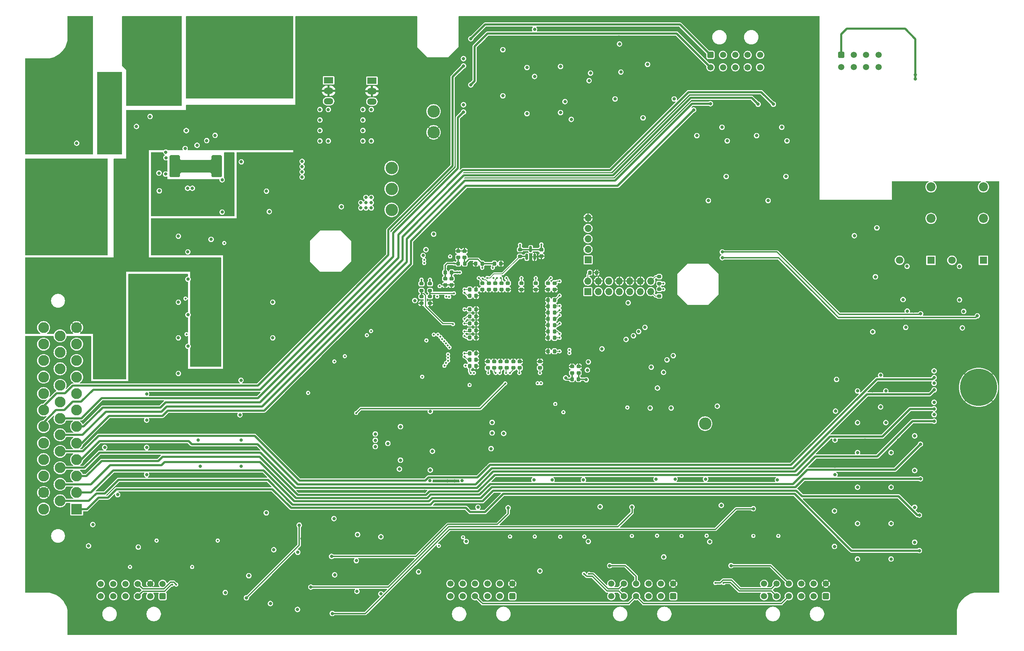
<source format=gbr>
%TF.GenerationSoftware,KiCad,Pcbnew,8.0.4*%
%TF.CreationDate,2024-11-14T11:07:32+03:00*%
%TF.ProjectId,EVD80_ControlBoard,45564438-305f-4436-9f6e-74726f6c426f,rev?*%
%TF.SameCoordinates,Original*%
%TF.FileFunction,Copper,L6,Bot*%
%TF.FilePolarity,Positive*%
%FSLAX46Y46*%
G04 Gerber Fmt 4.6, Leading zero omitted, Abs format (unit mm)*
G04 Created by KiCad (PCBNEW 8.0.4) date 2024-11-14 11:07:32*
%MOMM*%
%LPD*%
G01*
G04 APERTURE LIST*
G04 Aperture macros list*
%AMRoundRect*
0 Rectangle with rounded corners*
0 $1 Rounding radius*
0 $2 $3 $4 $5 $6 $7 $8 $9 X,Y pos of 4 corners*
0 Add a 4 corners polygon primitive as box body*
4,1,4,$2,$3,$4,$5,$6,$7,$8,$9,$2,$3,0*
0 Add four circle primitives for the rounded corners*
1,1,$1+$1,$2,$3*
1,1,$1+$1,$4,$5*
1,1,$1+$1,$6,$7*
1,1,$1+$1,$8,$9*
0 Add four rect primitives between the rounded corners*
20,1,$1+$1,$2,$3,$4,$5,0*
20,1,$1+$1,$4,$5,$6,$7,0*
20,1,$1+$1,$6,$7,$8,$9,0*
20,1,$1+$1,$8,$9,$2,$3,0*%
G04 Aperture macros list end*
%TA.AperFunction,EtchedComponent*%
%ADD10C,0.000000*%
%TD*%
%TA.AperFunction,ComponentPad*%
%ADD11C,3.000000*%
%TD*%
%TA.AperFunction,ComponentPad*%
%ADD12RoundRect,0.250001X0.499999X0.499999X-0.499999X0.499999X-0.499999X-0.499999X0.499999X-0.499999X0*%
%TD*%
%TA.AperFunction,ComponentPad*%
%ADD13C,1.500000*%
%TD*%
%TA.AperFunction,ComponentPad*%
%ADD14R,1.700000X1.700000*%
%TD*%
%TA.AperFunction,ComponentPad*%
%ADD15O,1.700000X1.700000*%
%TD*%
%TA.AperFunction,ComponentPad*%
%ADD16C,0.900000*%
%TD*%
%TA.AperFunction,ComponentPad*%
%ADD17C,9.000000*%
%TD*%
%TA.AperFunction,ComponentPad*%
%ADD18C,2.200000*%
%TD*%
%TA.AperFunction,ComponentPad*%
%ADD19R,1.800000X1.800000*%
%TD*%
%TA.AperFunction,ComponentPad*%
%ADD20C,1.800000*%
%TD*%
%TA.AperFunction,ComponentPad*%
%ADD21R,2.300000X1.500000*%
%TD*%
%TA.AperFunction,ComponentPad*%
%ADD22O,2.300000X1.500000*%
%TD*%
%TA.AperFunction,ComponentPad*%
%ADD23C,0.499999*%
%TD*%
%TA.AperFunction,ComponentPad*%
%ADD24RoundRect,0.250001X-0.499999X-0.499999X0.499999X-0.499999X0.499999X0.499999X-0.499999X0.499999X0*%
%TD*%
%TA.AperFunction,SMDPad,CuDef*%
%ADD25RoundRect,0.225000X0.225000X0.250000X-0.225000X0.250000X-0.225000X-0.250000X0.225000X-0.250000X0*%
%TD*%
%TA.AperFunction,SMDPad,CuDef*%
%ADD26RoundRect,0.225000X-0.225000X-0.250000X0.225000X-0.250000X0.225000X0.250000X-0.225000X0.250000X0*%
%TD*%
%TA.AperFunction,SMDPad,CuDef*%
%ADD27RoundRect,0.225000X0.250000X-0.225000X0.250000X0.225000X-0.250000X0.225000X-0.250000X-0.225000X0*%
%TD*%
%TA.AperFunction,SMDPad,CuDef*%
%ADD28RoundRect,0.200000X-0.275000X0.200000X-0.275000X-0.200000X0.275000X-0.200000X0.275000X0.200000X0*%
%TD*%
%TA.AperFunction,SMDPad,CuDef*%
%ADD29RoundRect,0.225000X-0.250000X0.225000X-0.250000X-0.225000X0.250000X-0.225000X0.250000X0.225000X0*%
%TD*%
%TA.AperFunction,ComponentPad*%
%ADD30R,2.625000X2.625000*%
%TD*%
%TA.AperFunction,ComponentPad*%
%ADD31C,2.625000*%
%TD*%
%TA.AperFunction,SMDPad,CuDef*%
%ADD32RoundRect,0.218750X-0.218750X-0.256250X0.218750X-0.256250X0.218750X0.256250X-0.218750X0.256250X0*%
%TD*%
%TA.AperFunction,SMDPad,CuDef*%
%ADD33RoundRect,0.218750X0.218750X0.256250X-0.218750X0.256250X-0.218750X-0.256250X0.218750X-0.256250X0*%
%TD*%
%TA.AperFunction,SMDPad,CuDef*%
%ADD34RoundRect,0.150000X0.150000X-0.587500X0.150000X0.587500X-0.150000X0.587500X-0.150000X-0.587500X0*%
%TD*%
%TA.AperFunction,SMDPad,CuDef*%
%ADD35RoundRect,0.200000X0.275000X-0.200000X0.275000X0.200000X-0.275000X0.200000X-0.275000X-0.200000X0*%
%TD*%
%TA.AperFunction,SMDPad,CuDef*%
%ADD36RoundRect,0.200000X-0.200000X-0.275000X0.200000X-0.275000X0.200000X0.275000X-0.200000X0.275000X0*%
%TD*%
%TA.AperFunction,SMDPad,CuDef*%
%ADD37R,8.500000X2.000000*%
%TD*%
%TA.AperFunction,ViaPad*%
%ADD38C,0.800000*%
%TD*%
%TA.AperFunction,ViaPad*%
%ADD39C,0.500000*%
%TD*%
%TA.AperFunction,Conductor*%
%ADD40C,0.300000*%
%TD*%
%TA.AperFunction,Conductor*%
%ADD41C,0.200000*%
%TD*%
%TA.AperFunction,Conductor*%
%ADD42C,0.250000*%
%TD*%
%TA.AperFunction,Conductor*%
%ADD43C,0.500000*%
%TD*%
G04 APERTURE END LIST*
D10*
%TA.AperFunction,EtchedComponent*%
%TO.C,NT2*%
G36*
X130000000Y-140250000D02*
G01*
X121500000Y-140250000D01*
X121500000Y-136250000D01*
X130000000Y-136250000D01*
X130000000Y-140250000D01*
G37*
%TD.AperFunction*%
%TD*%
D11*
%TO.P,TP1,1,1*%
%TO.N,VDD_3V3*%
X188820000Y-121876000D03*
%TD*%
D12*
%TO.P,J9,1,Pin_1*%
%TO.N,TEMP_FW_N*%
X133342000Y-220623000D03*
D13*
%TO.P,J9,2,Pin_2*%
%TO.N,+15V*%
X130342000Y-220623000D03*
%TO.P,J9,3,Pin_3*%
%TO.N,FW_H_P*%
X127342000Y-220623000D03*
%TO.P,J9,4,Pin_4*%
%TO.N,FAULT_FW_P*%
X124342000Y-220623000D03*
%TO.P,J9,5,Pin_5*%
%TO.N,FW_L_P*%
X121342000Y-220623000D03*
%TO.P,J9,6,Pin_6*%
%TO.N,RESET_FW*%
X118342000Y-220623000D03*
%TO.P,J9,7,Pin_7*%
%TO.N,TEMP_FW_P*%
X133342000Y-217623000D03*
%TO.P,J9,8,Pin_8*%
%TO.N,GND*%
X130342000Y-217623000D03*
%TO.P,J9,9,Pin_9*%
%TO.N,FW_H_N*%
X127342000Y-217623000D03*
%TO.P,J9,10,Pin_10*%
%TO.N,FAULT_FW_N*%
X124342000Y-217623000D03*
%TO.P,J9,11,Pin_11*%
%TO.N,FW_L_N*%
X121342000Y-217623000D03*
%TO.P,J9,12,Pin_12*%
%TO.N,FW_CUR_IN_INT*%
X118342000Y-217623000D03*
%TD*%
D14*
%TO.P,J1,1,Pin_1*%
%TO.N,TMS*%
X236375000Y-146775000D03*
D15*
%TO.P,J1,2,Pin_2*%
%TO.N,~{TRST}*%
X236375000Y-144235000D03*
%TO.P,J1,3,Pin_3*%
%TO.N,TDI*%
X238915000Y-146775000D03*
%TO.P,J1,4,Pin_4*%
%TO.N,GND*%
X238915000Y-144235000D03*
%TO.P,J1,5,Pin_5*%
%TO.N,VDD_3V3*%
X241455000Y-146775000D03*
%TO.P,J1,6,Pin_6*%
%TO.N,unconnected-(J1-Pin_6-Pad6)*%
X241455000Y-144235000D03*
%TO.P,J1,7,Pin_7*%
%TO.N,TDO*%
X243995000Y-146775000D03*
%TO.P,J1,8,Pin_8*%
%TO.N,GND*%
X243995000Y-144235000D03*
%TO.P,J1,9,Pin_9*%
%TO.N,TCK*%
X246535000Y-146775000D03*
%TO.P,J1,10,Pin_10*%
%TO.N,GND*%
X246535000Y-144235000D03*
%TO.P,J1,11,Pin_11*%
%TO.N,TCK*%
X249075000Y-146775000D03*
%TO.P,J1,12,Pin_12*%
%TO.N,GND*%
X249075000Y-144235000D03*
%TO.P,J1,13,Pin_13*%
%TO.N,Net-(J1-Pin_13)*%
X251615000Y-146775000D03*
%TO.P,J1,14,Pin_14*%
%TO.N,Net-(J1-Pin_14)*%
X251615000Y-144235000D03*
%TD*%
D11*
%TO.P,TP3,1,1*%
%TO.N,+1V2*%
X188820000Y-126956000D03*
%TD*%
%TO.P,TP5,1,1*%
%TO.N,+15V*%
X198980000Y-103080000D03*
%TD*%
D16*
%TO.P,H5,1,1*%
%TO.N,GND*%
X327625000Y-170000000D03*
X328613515Y-167613515D03*
X328613515Y-172386485D03*
X331000000Y-166625000D03*
D17*
X331000000Y-170000000D03*
D16*
X331000000Y-173375000D03*
X333386485Y-167613515D03*
X333386485Y-172386485D03*
X334375000Y-170000000D03*
%TD*%
D18*
%TO.P,K2,11*%
%TO.N,Net-(K2-Pad11)*%
X319479500Y-129027500D03*
%TO.P,K2,14*%
%TO.N,Net-(C194-Pad1)*%
X319479500Y-121407500D03*
D19*
%TO.P,K2,A1*%
%TO.N,+5V*%
X319479500Y-139187500D03*
D20*
%TO.P,K2,A2*%
%TO.N,Net-(D46-A)*%
X311859500Y-139187500D03*
%TD*%
D21*
%TO.P,U2,1,IN*%
%TO.N,Net-(U2-IN)*%
X173542500Y-95553000D03*
D22*
%TO.P,U2,2,GND*%
%TO.N,GND*%
X173542500Y-98093000D03*
%TO.P,U2,3,OUT*%
%TO.N,VDD_3V3*%
X173542500Y-100633000D03*
%TD*%
D23*
%TO.P,U7,177,PWRPAD*%
%TO.N,GND*%
X214699999Y-158300001D03*
X215799999Y-158300001D03*
X216900000Y-158300001D03*
X218000000Y-158300001D03*
X219099998Y-158300001D03*
X220199998Y-158300001D03*
X221299998Y-158300001D03*
X214699999Y-157200001D03*
X215799999Y-157200001D03*
X216900000Y-157200001D03*
X218000000Y-157200001D03*
X219099998Y-157200001D03*
X220199998Y-157200001D03*
X221299998Y-157200001D03*
X214699999Y-156100000D03*
X215799999Y-156100000D03*
X216900000Y-156100000D03*
X218000000Y-156100000D03*
X219099998Y-156100000D03*
X220199998Y-156100000D03*
X221299998Y-156100000D03*
X214699999Y-155000000D03*
X215799999Y-155000000D03*
X216900000Y-155000000D03*
X218000000Y-155000000D03*
X219099998Y-155000000D03*
X220199998Y-155000000D03*
X221299998Y-155000000D03*
X214699999Y-153900002D03*
X215799999Y-153900002D03*
X216900000Y-153900002D03*
X218000000Y-153900002D03*
X219099998Y-153900002D03*
X220199998Y-153900002D03*
X221299998Y-153900002D03*
X214699999Y-152800002D03*
X215799999Y-152800002D03*
X216900000Y-152800002D03*
X218000000Y-152800002D03*
X219099998Y-152800002D03*
X220199998Y-152800002D03*
X221299998Y-152800002D03*
X214699999Y-151700002D03*
X215799999Y-151700002D03*
X216900000Y-151700002D03*
X218000000Y-151700002D03*
X219099998Y-151700002D03*
X220199998Y-151700002D03*
X221299998Y-151700002D03*
%TD*%
D18*
%TO.P,K1,11*%
%TO.N,Net-(K1-Pad11)*%
X332179500Y-129027500D03*
%TO.P,K1,14*%
%TO.N,Net-(C190-Pad1)*%
X332179500Y-121407500D03*
D19*
%TO.P,K1,A1*%
%TO.N,+5V*%
X332179500Y-139187500D03*
D20*
%TO.P,K1,A2*%
%TO.N,Net-(D44-A)*%
X324559500Y-139187500D03*
%TD*%
D12*
%TO.P,J5,1,Pin_1*%
%TO.N,+15V*%
X257042000Y-220608000D03*
D13*
%TO.P,J5,2,Pin_2*%
%TO.N,VL_N*%
X254042000Y-220608000D03*
%TO.P,J5,3,Pin_3*%
%TO.N,TEMP_PW_B_P*%
X251042000Y-220608000D03*
%TO.P,J5,4,Pin_4*%
%TO.N,RESET_PW*%
X248042000Y-220608000D03*
%TO.P,J5,5,Pin_5*%
%TO.N,VH_N*%
X245042000Y-220608000D03*
%TO.P,J5,6,Pin_6*%
%TO.N,FAULT_PW_B_P*%
X242042000Y-220608000D03*
%TO.P,J5,7,Pin_7*%
%TO.N,GND*%
X257042000Y-217608000D03*
%TO.P,J5,8,Pin_8*%
%TO.N,VL_P*%
X254042000Y-217608000D03*
%TO.P,J5,9,Pin_9*%
%TO.N,TEMP_PW_B_N*%
X251042000Y-217608000D03*
%TO.P,J5,10,Pin_10*%
%TO.N,V_CUR_IN*%
X248042000Y-217608000D03*
%TO.P,J5,11,Pin_11*%
%TO.N,VH_P*%
X245042000Y-217608000D03*
%TO.P,J5,12,Pin_12*%
%TO.N,FAULT_PW_B_N*%
X242042000Y-217608000D03*
%TD*%
D11*
%TO.P,TP4,1,1*%
%TO.N,VAA*%
X264766000Y-178772000D03*
%TD*%
D14*
%TO.P,J10,1,Pin_1*%
%TO.N,LED1*%
X236398000Y-139063000D03*
D15*
%TO.P,J10,2,Pin_2*%
%TO.N,LED2*%
X236398000Y-136523000D03*
%TO.P,J10,3,Pin_3*%
%TO.N,LED3*%
X236398000Y-133983000D03*
%TO.P,J10,4,Pin_4*%
%TO.N,LED4*%
X236398000Y-131443000D03*
%TO.P,J10,5,Pin_5*%
%TO.N,GND*%
X236398000Y-128903000D03*
%TD*%
D24*
%TO.P,J3,1,Pin_1*%
%TO.N,VDC_N*%
X297760000Y-89387000D03*
D13*
%TO.P,J3,2,Pin_2*%
%TO.N,unconnected-(J3-Pin_2-Pad2)*%
X300760000Y-89387000D03*
%TO.P,J3,3,Pin_3*%
%TO.N,unconnected-(J3-Pin_3-Pad3)*%
X303760000Y-89387000D03*
%TO.P,J3,4,Pin_4*%
%TO.N,VDC_P*%
X306760000Y-89387000D03*
%TO.P,J3,5,Pin_5*%
%TO.N,VDC_N*%
X297760000Y-92387000D03*
%TO.P,J3,6,Pin_6*%
%TO.N,unconnected-(J3-Pin_6-Pad6)*%
X300760000Y-92387000D03*
%TO.P,J3,7,Pin_7*%
%TO.N,unconnected-(J3-Pin_7-Pad7)*%
X303760000Y-92387000D03*
%TO.P,J3,8,Pin_8*%
%TO.N,VDC_P*%
X306760000Y-92387000D03*
%TD*%
D12*
%TO.P,J4,1,Pin_1*%
%TO.N,+15V*%
X218042000Y-220608000D03*
D13*
%TO.P,J4,2,Pin_2*%
%TO.N,UL_N*%
X215042000Y-220608000D03*
%TO.P,J4,3,Pin_3*%
%TO.N,TEMP_PW_A_P*%
X212042000Y-220608000D03*
%TO.P,J4,4,Pin_4*%
%TO.N,RESET_PW*%
X209042000Y-220608000D03*
%TO.P,J4,5,Pin_5*%
%TO.N,UH_N*%
X206042000Y-220608000D03*
%TO.P,J4,6,Pin_6*%
%TO.N,FAULT_PW_A_P*%
X203042000Y-220608000D03*
%TO.P,J4,7,Pin_7*%
%TO.N,GND*%
X218042000Y-217608000D03*
%TO.P,J4,8,Pin_8*%
%TO.N,UL_P*%
X215042000Y-217608000D03*
%TO.P,J4,9,Pin_9*%
%TO.N,TEMP_PW_A_N*%
X212042000Y-217608000D03*
%TO.P,J4,10,Pin_10*%
%TO.N,U_CUR_IN*%
X209042000Y-217608000D03*
%TO.P,J4,11,Pin_11*%
%TO.N,UH_P*%
X206042000Y-217608000D03*
%TO.P,J4,12,Pin_12*%
%TO.N,FAULT_PW_A_N*%
X203042000Y-217608000D03*
%TD*%
D11*
%TO.P,TP2,1,1*%
%TO.N,+5V*%
X188820000Y-116796000D03*
%TD*%
D12*
%TO.P,J6,1,Pin_1*%
%TO.N,+15V*%
X294042000Y-220608000D03*
D13*
%TO.P,J6,2,Pin_2*%
%TO.N,WL_N*%
X291042000Y-220608000D03*
%TO.P,J6,3,Pin_3*%
%TO.N,TEMP_PW_C_P*%
X288042000Y-220608000D03*
%TO.P,J6,4,Pin_4*%
%TO.N,RESET_PW*%
X285042000Y-220608000D03*
%TO.P,J6,5,Pin_5*%
%TO.N,WH_N*%
X282042000Y-220608000D03*
%TO.P,J6,6,Pin_6*%
%TO.N,FAULT_PW_C_P*%
X279042000Y-220608000D03*
%TO.P,J6,7,Pin_7*%
%TO.N,GND*%
X294042000Y-217608000D03*
%TO.P,J6,8,Pin_8*%
%TO.N,WL_P*%
X291042000Y-217608000D03*
%TO.P,J6,9,Pin_9*%
%TO.N,TEMP_PW_C_N*%
X288042000Y-217608000D03*
%TO.P,J6,10,Pin_10*%
%TO.N,W_CUR_IN*%
X285042000Y-217608000D03*
%TO.P,J6,11,Pin_11*%
%TO.N,WH_P*%
X282042000Y-217608000D03*
%TO.P,J6,12,Pin_12*%
%TO.N,FAULT_PW_C_N*%
X279042000Y-217608000D03*
%TD*%
D24*
%TO.P,J11,1,Pin_1*%
%TO.N,~{EXC_OUT}_IC*%
X266085000Y-89411000D03*
D13*
%TO.P,J11,2,Pin_2*%
%TO.N,~{COS_IN}_IC*%
X269085000Y-89411000D03*
%TO.P,J11,3,Pin_3*%
%TO.N,~{SIN_IN}_IC*%
X272085000Y-89411000D03*
%TO.P,J11,4,Pin_4*%
%TO.N,NTC_FW_2_IC*%
X275085000Y-89411000D03*
%TO.P,J11,5,Pin_5*%
%TO.N,NTC_FW_1_IC*%
X278085000Y-89411000D03*
%TO.P,J11,6,Pin_6*%
%TO.N,EXC_OUT_IC*%
X266085000Y-92411000D03*
%TO.P,J11,7,Pin_7*%
%TO.N,COS_IN_IC*%
X269085000Y-92411000D03*
%TO.P,J11,8,Pin_8*%
%TO.N,SIN_IN_IC*%
X272085000Y-92411000D03*
%TO.P,J11,9,Pin_9*%
%TO.N,NTC_AW_2_IC*%
X275085000Y-92411000D03*
%TO.P,J11,10,Pin_10*%
%TO.N,NTC_AW_1_IC*%
X278085000Y-92411000D03*
%TD*%
D11*
%TO.P,TP6,1,1*%
%TO.N,GND*%
X198980000Y-108160000D03*
%TD*%
D21*
%TO.P,U3,1,IN*%
%TO.N,Net-(U3-IN)*%
X184042500Y-95646000D03*
D22*
%TO.P,U3,2,GND*%
%TO.N,GND*%
X184042500Y-98186000D03*
%TO.P,U3,3,OUT*%
%TO.N,+5V*%
X184042500Y-100726000D03*
%TD*%
D25*
%TO.P,C55,1*%
%TO.N,GND*%
X209275000Y-147800000D03*
%TO.P,C55,2*%
%TO.N,VDDIO_3V3*%
X207725000Y-147800000D03*
%TD*%
D26*
%TO.P,C26,1*%
%TO.N,VDDOSC_3V3*%
X213725000Y-140000000D03*
%TO.P,C26,2*%
%TO.N,GND*%
X215275000Y-140000000D03*
%TD*%
D27*
%TO.P,C48,1*%
%TO.N,GND*%
X228300000Y-146275000D03*
%TO.P,C48,2*%
%TO.N,VDDIO_3V3*%
X228300000Y-144725000D03*
%TD*%
D28*
%TO.P,R14,1*%
%TO.N,Net-(J1-Pin_14)*%
X253652000Y-143151000D03*
%TO.P,R14,2*%
%TO.N,VDD_3V3*%
X253652000Y-144801000D03*
%TD*%
D27*
%TO.P,C25,1*%
%TO.N,GND*%
X212350000Y-146275000D03*
%TO.P,C25,2*%
%TO.N,VDD_1V2*%
X212350000Y-144725000D03*
%TD*%
D25*
%TO.P,C56,1*%
%TO.N,GND*%
X209275000Y-151100000D03*
%TO.P,C56,2*%
%TO.N,VDDIO_3V3*%
X207725000Y-151100000D03*
%TD*%
D29*
%TO.P,C40,1*%
%TO.N,GND*%
X213650000Y-163725000D03*
%TO.P,C40,2*%
%TO.N,VDDIO_3V3*%
X213650000Y-165275000D03*
%TD*%
D27*
%TO.P,C49,1*%
%TO.N,GND*%
X226700000Y-146275000D03*
%TO.P,C49,2*%
%TO.N,VDDIO_3V3*%
X226700000Y-144725000D03*
%TD*%
D26*
%TO.P,C20,1*%
%TO.N,GND*%
X226725000Y-158000000D03*
%TO.P,C20,2*%
%TO.N,VDD_1V2*%
X228275000Y-158000000D03*
%TD*%
D25*
%TO.P,C57,1*%
%TO.N,GND*%
X209275000Y-152800000D03*
%TO.P,C57,2*%
%TO.N,VDDIO_3V3*%
X207725000Y-152800000D03*
%TD*%
D28*
%TO.P,R18,1*%
%TO.N,GPIO72{slash}BOOT1*%
X198120000Y-147968000D03*
%TO.P,R18,2*%
%TO.N,GND*%
X198120000Y-149618000D03*
%TD*%
D30*
%TO.P,J2,1,1*%
%TO.N,BRK_2_IN*%
X112500000Y-199500000D03*
D31*
%TO.P,J2,2,2*%
%TO.N,THR_2_IN*%
X112500000Y-195500000D03*
%TO.P,J2,3,3*%
%TO.N,NTC_AW_1_MC*%
X112500000Y-191500000D03*
%TO.P,J2,4,4*%
%TO.N,NTC_FW_1_MC*%
X112500000Y-187500000D03*
%TO.P,J2,5,5*%
%TO.N,~{COS_IN}_MC*%
X112500000Y-183500000D03*
%TO.P,J2,6,6*%
%TO.N,~{SIN_IN}_MC*%
X112500000Y-179500000D03*
%TO.P,J2,7,7*%
%TO.N,RIGHT_SUPPORT_IN*%
X112500000Y-175500000D03*
%TO.P,J2,8,8*%
%TO.N,LEFT_SUPPORT_IN*%
X112500000Y-171500000D03*
%TO.P,J2,9,9*%
%TO.N,GEAR_DRIVE_IN*%
X112500000Y-167500000D03*
%TO.P,J2,10,10*%
%TO.N,PWR_ST_PWM_OUT*%
X112500000Y-163500000D03*
%TO.P,J2,11,11*%
%TO.N,PARK_BREAK_OUT*%
X112500000Y-159500000D03*
%TO.P,J2,12,12*%
%TO.N,GND_IN*%
X112500000Y-155500000D03*
%TO.P,J2,13,13*%
%TO.N,BRK_1_IN*%
X108500000Y-197500000D03*
%TO.P,J2,14,14*%
%TO.N,THR_1_IN*%
X108500000Y-193500000D03*
%TO.P,J2,15,15*%
%TO.N,NTC_AW_2_MC*%
X108500000Y-189500000D03*
%TO.P,J2,16,16*%
%TO.N,NTC_FW_2_MC*%
X108500000Y-185500000D03*
%TO.P,J2,17,17*%
%TO.N,COS_IN_MC*%
X108500000Y-181500000D03*
%TO.P,J2,18,18*%
%TO.N,SIN_IN_MC*%
X108500000Y-177500000D03*
%TO.P,J2,19,19*%
%TO.N,IGNITION_ON_IN*%
X108500000Y-173500000D03*
%TO.P,J2,20,20*%
%TO.N,EMERG_STOP_IN*%
X108500000Y-169500000D03*
%TO.P,J2,21,21*%
%TO.N,HV_ON_IN*%
X108500000Y-165500000D03*
%TO.P,J2,22,22*%
%TO.N,SHUNT_CONT_OUT*%
X108500000Y-161500000D03*
%TO.P,J2,23,23*%
%TO.N,POWER_CONT_OUT*%
X108500000Y-157500000D03*
%TO.P,J2,24,24*%
%TO.N,+5V*%
X104500000Y-199500000D03*
%TO.P,J2,25,25*%
%TO.N,GND*%
X104500000Y-195500000D03*
%TO.P,J2,26,26*%
%TO.N,CAN_H*%
X104500000Y-191500000D03*
%TO.P,J2,27,27*%
%TO.N,CAN_L*%
X104500000Y-187500000D03*
%TO.P,J2,28,28*%
%TO.N,GND_CAN*%
X104500000Y-183500000D03*
%TO.P,J2,29,29*%
%TO.N,EXC_OUT_MC*%
X104500000Y-179500000D03*
%TO.P,J2,30,30*%
%TO.N,~{EXC_OUT}_MC*%
X104500000Y-175500000D03*
%TO.P,J2,31,31*%
%TO.N,GEAR_PARKING_IN*%
X104500000Y-171500000D03*
%TO.P,J2,32,32*%
%TO.N,GEAR_REVERSE_IN*%
X104500000Y-167500000D03*
%TO.P,J2,33,33*%
%TO.N,PUMP_OUT*%
X104500000Y-163500000D03*
%TO.P,J2,34,34*%
%TO.N,REV_LIGHT_OUT*%
X104500000Y-159500000D03*
%TO.P,J2,35,35*%
%TO.N,VIN*%
X104500000Y-155500000D03*
%TD*%
D29*
%TO.P,C19,1*%
%TO.N,GND*%
X218300000Y-163725000D03*
%TO.P,C19,2*%
%TO.N,VDD_1V2*%
X218300000Y-165275000D03*
%TD*%
%TO.P,C28,1*%
%TO.N,VDD_3V3*%
X201803000Y-143624000D03*
%TO.P,C28,2*%
%TO.N,GND*%
X201803000Y-145174000D03*
%TD*%
D32*
%TO.P,L4,1,1*%
%TO.N,VDD_3V3*%
X201777500Y-142113000D03*
%TO.P,L4,2,2*%
%TO.N,VDDIO_3V3*%
X203352500Y-142113000D03*
%TD*%
D28*
%TO.P,R12,1*%
%TO.N,GPIO84{slash}BOOT0*%
X196056000Y-147968000D03*
%TO.P,R12,2*%
%TO.N,GND*%
X196056000Y-149618000D03*
%TD*%
D29*
%TO.P,C42,1*%
%TO.N,GND*%
X216750000Y-163725000D03*
%TO.P,C42,2*%
%TO.N,VDDIO_3V3*%
X216750000Y-165275000D03*
%TD*%
D33*
%TO.P,L6,1,1*%
%TO.N,VDD_3V3*%
X234100000Y-168000000D03*
%TO.P,L6,2,2*%
%TO.N,VDDA_3V3*%
X232525000Y-168000000D03*
%TD*%
D27*
%TO.P,C36,1*%
%TO.N,VDDOSC_3V3*%
X206502000Y-138489000D03*
%TO.P,C36,2*%
%TO.N,GND*%
X206502000Y-136939000D03*
%TD*%
D25*
%TO.P,C24,1*%
%TO.N,VDDOSC_3V3*%
X210750000Y-140000000D03*
%TO.P,C24,2*%
%TO.N,GND*%
X209200000Y-140000000D03*
%TD*%
D34*
%TO.P,U9,1,GND*%
%TO.N,GND*%
X223454000Y-138351500D03*
%TO.P,U9,2,~{RESET}*%
%TO.N,~{RESET}*%
X221554000Y-138351500D03*
%TO.P,U9,3,VDD*%
%TO.N,VDD_3V3*%
X222504000Y-136476500D03*
%TD*%
D25*
%TO.P,C32,1*%
%TO.N,GND*%
X209275000Y-156200000D03*
%TO.P,C32,2*%
%TO.N,VDD_1V2*%
X207725000Y-156200000D03*
%TD*%
D27*
%TO.P,C35,1*%
%TO.N,VDD_3V3*%
X204978000Y-138489000D03*
%TO.P,C35,2*%
%TO.N,GND*%
X204978000Y-136939000D03*
%TD*%
D25*
%TO.P,C27,1*%
%TO.N,GND*%
X209275000Y-146250000D03*
%TO.P,C27,2*%
%TO.N,VDD_1V2*%
X207725000Y-146250000D03*
%TD*%
D29*
%TO.P,C39,1*%
%TO.N,GND*%
X212100000Y-163725000D03*
%TO.P,C39,2*%
%TO.N,VDDIO_3V3*%
X212100000Y-165275000D03*
%TD*%
D25*
%TO.P,C29,1*%
%TO.N,VDDA_3V3*%
X228275000Y-161250000D03*
%TO.P,C29,2*%
%TO.N,GND*%
X226725000Y-161250000D03*
%TD*%
D26*
%TO.P,C21,1*%
%TO.N,GND*%
X226725000Y-150380000D03*
%TO.P,C21,2*%
%TO.N,VDD_1V2*%
X228275000Y-150380000D03*
%TD*%
D28*
%TO.P,R17,1*%
%TO.N,VDD_3V3*%
X198120000Y-144868000D03*
%TO.P,R17,2*%
%TO.N,GPIO72{slash}BOOT1*%
X198120000Y-146518000D03*
%TD*%
D26*
%TO.P,C46,1*%
%TO.N,GND*%
X226725000Y-151904000D03*
%TO.P,C46,2*%
%TO.N,VDDIO_3V3*%
X228275000Y-151904000D03*
%TD*%
D29*
%TO.P,C18,1*%
%TO.N,GND*%
X215198000Y-163725000D03*
%TO.P,C18,2*%
%TO.N,VDD_1V2*%
X215198000Y-165275000D03*
%TD*%
D26*
%TO.P,C47,1*%
%TO.N,GND*%
X226725000Y-148850000D03*
%TO.P,C47,2*%
%TO.N,VDDIO_3V3*%
X228275000Y-148850000D03*
%TD*%
D27*
%TO.P,C31,1*%
%TO.N,VDDA_3V3*%
X224750000Y-165275000D03*
%TO.P,C31,2*%
%TO.N,GND*%
X224750000Y-163725000D03*
%TD*%
D29*
%TO.P,C33,1*%
%TO.N,VDDIO_3V3*%
X203327000Y-143624000D03*
%TO.P,C33,2*%
%TO.N,GND*%
X203327000Y-145174000D03*
%TD*%
D35*
%TO.P,R13,1*%
%TO.N,Net-(J1-Pin_13)*%
X253652000Y-147849000D03*
%TO.P,R13,2*%
%TO.N,VDD_3V3*%
X253652000Y-146199000D03*
%TD*%
D25*
%TO.P,C58,1*%
%TO.N,GND*%
X209275000Y-157900000D03*
%TO.P,C58,2*%
%TO.N,VDDIO_3V3*%
X207725000Y-157900000D03*
%TD*%
D36*
%TO.P,R16,1*%
%TO.N,~{TRST}*%
X236820000Y-142203000D03*
%TO.P,R16,2*%
%TO.N,GND*%
X238470000Y-142203000D03*
%TD*%
D32*
%TO.P,L5,1,1*%
%TO.N,VDD_3V3*%
X204952500Y-140000000D03*
%TO.P,L5,2,2*%
%TO.N,VDDOSC_3V3*%
X206527500Y-140000000D03*
%TD*%
D25*
%TO.P,C59,1*%
%TO.N,GND*%
X209275000Y-161750000D03*
%TO.P,C59,2*%
%TO.N,VDDIO_3V3*%
X207725000Y-161750000D03*
%TD*%
%TO.P,C37,1*%
%TO.N,GND*%
X209275000Y-164850000D03*
%TO.P,C37,2*%
%TO.N,VDDIO_3V3*%
X207725000Y-164850000D03*
%TD*%
D27*
%TO.P,C54,1*%
%TO.N,GND*%
X210800000Y-146275000D03*
%TO.P,C54,2*%
%TO.N,VDDIO_3V3*%
X210800000Y-144725000D03*
%TD*%
%TO.P,C41,1*%
%TO.N,VDDA_3V3*%
X232512500Y-166475000D03*
%TO.P,C41,2*%
%TO.N,GND*%
X232512500Y-164925000D03*
%TD*%
D37*
%TO.P,NT2,1,1*%
%TO.N,GND_IN*%
X125750000Y-140250000D03*
%TO.P,NT2,2,2*%
%TO.N,GND*%
X125750000Y-136250000D03*
%TD*%
D25*
%TO.P,C22,1*%
%TO.N,VDD_3V3*%
X228275000Y-153428000D03*
%TO.P,C22,2*%
%TO.N,GND*%
X226725000Y-153428000D03*
%TD*%
D27*
%TO.P,C38,1*%
%TO.N,VDD_3V3*%
X234112500Y-166475000D03*
%TO.P,C38,2*%
%TO.N,GND*%
X234112500Y-164925000D03*
%TD*%
%TO.P,C52,1*%
%TO.N,GND*%
X217000000Y-146275000D03*
%TO.P,C52,2*%
%TO.N,VDDIO_3V3*%
X217000000Y-144725000D03*
%TD*%
%TO.P,C51,1*%
%TO.N,GND*%
X220250000Y-146275000D03*
%TO.P,C51,2*%
%TO.N,VDDIO_3V3*%
X220250000Y-144725000D03*
%TD*%
D25*
%TO.P,C34,1*%
%TO.N,GND*%
X209275000Y-163300000D03*
%TO.P,C34,2*%
%TO.N,VDD_1V2*%
X207725000Y-163300000D03*
%TD*%
D26*
%TO.P,C45,1*%
%TO.N,GND*%
X226725000Y-154952000D03*
%TO.P,C45,2*%
%TO.N,VDDIO_3V3*%
X228275000Y-154952000D03*
%TD*%
D27*
%TO.P,C50,1*%
%TO.N,GND*%
X223750000Y-146275000D03*
%TO.P,C50,2*%
%TO.N,VDDIO_3V3*%
X223750000Y-144725000D03*
%TD*%
D28*
%TO.P,R19,1*%
%TO.N,VDD_3V3*%
X219904000Y-136589000D03*
%TO.P,R19,2*%
%TO.N,~{RESET}*%
X219904000Y-138239000D03*
%TD*%
D27*
%TO.P,C63,1*%
%TO.N,GND*%
X225104000Y-138189000D03*
%TO.P,C63,2*%
%TO.N,VDD_3V3*%
X225104000Y-136639000D03*
%TD*%
D28*
%TO.P,R11,1*%
%TO.N,VDD_3V3*%
X196056000Y-144868000D03*
%TO.P,R11,2*%
%TO.N,GPIO84{slash}BOOT0*%
X196056000Y-146518000D03*
%TD*%
D26*
%TO.P,C44,1*%
%TO.N,GND*%
X226725000Y-156476000D03*
%TO.P,C44,2*%
%TO.N,VDDIO_3V3*%
X228275000Y-156476000D03*
%TD*%
D27*
%TO.P,C23,1*%
%TO.N,GND*%
X213900000Y-146275000D03*
%TO.P,C23,2*%
%TO.N,VDD_1V2*%
X213900000Y-144725000D03*
%TD*%
D25*
%TO.P,C30,1*%
%TO.N,GND*%
X209275000Y-154500000D03*
%TO.P,C30,2*%
%TO.N,VDD_1V2*%
X207725000Y-154500000D03*
%TD*%
D27*
%TO.P,C53,1*%
%TO.N,GND*%
X215450000Y-146275000D03*
%TO.P,C53,2*%
%TO.N,VDDIO_3V3*%
X215450000Y-144725000D03*
%TD*%
D29*
%TO.P,C43,1*%
%TO.N,GND*%
X219850000Y-163725000D03*
%TO.P,C43,2*%
%TO.N,VDDIO_3V3*%
X219850000Y-165275000D03*
%TD*%
D38*
%TO.N,VDD_3V3*%
X180572025Y-205678025D03*
X327406000Y-151572000D03*
X301686000Y-170864000D03*
D39*
X254650000Y-144800000D03*
D38*
X152324000Y-168278000D03*
X174842000Y-201808000D03*
X195342000Y-214708000D03*
X171450000Y-105185000D03*
D39*
X219904000Y-135414000D03*
D38*
X171450000Y-110265000D03*
X115394000Y-208430000D03*
X175017000Y-215443000D03*
D39*
X229642000Y-206208000D03*
D38*
X167132000Y-115214000D03*
D39*
X200242000Y-208408000D03*
D38*
X129464000Y-177930000D03*
X139446000Y-137160000D03*
X254742000Y-211108000D03*
X159182000Y-127384000D03*
X137160000Y-157988000D03*
X236470000Y-207348000D03*
X137160000Y-133350000D03*
D39*
X229500000Y-152500000D03*
D38*
X159442000Y-222408000D03*
D39*
X223512000Y-206146000D03*
X203962000Y-139954000D03*
D38*
X301686000Y-194208000D03*
X253222000Y-170158000D03*
X129464000Y-191138000D03*
D39*
X125439000Y-213517000D03*
D38*
X167132000Y-116484000D03*
X301686000Y-203008000D03*
X206870000Y-207348000D03*
X296098000Y-208560000D03*
X313741000Y-151501000D03*
X246126000Y-149484000D03*
X186217000Y-220043000D03*
X129464000Y-171580000D03*
D39*
X254650000Y-146200000D03*
D38*
X280016000Y-124714000D03*
D39*
X225104000Y-135314000D03*
D38*
X198990000Y-132842000D03*
X158496000Y-122428000D03*
X296225000Y-182760000D03*
D39*
X235512000Y-206146000D03*
D38*
X268680000Y-198608000D03*
X265870000Y-207410500D03*
X307274000Y-174744000D03*
D39*
X217512000Y-206146000D03*
D38*
X296606000Y-168070000D03*
X265538000Y-124714000D03*
X224742000Y-214508000D03*
X129464000Y-184534000D03*
X305376000Y-156524000D03*
X186217000Y-206223000D03*
D39*
X265112000Y-205954500D03*
D38*
X171450000Y-102645000D03*
X236990000Y-93804500D03*
X307274000Y-167054000D03*
X166017000Y-223843000D03*
X284334000Y-118872000D03*
X137160000Y-149352000D03*
X152324000Y-182756000D03*
X267716000Y-174549000D03*
X127442000Y-208708000D03*
X244356000Y-93550500D03*
X213174000Y-181035000D03*
X166067000Y-209973000D03*
X301686000Y-178554000D03*
X173482000Y-102645000D03*
X296225000Y-191160000D03*
X173482000Y-110265000D03*
D39*
X245922000Y-174858000D03*
D38*
X249733000Y-104651000D03*
X152400000Y-115316000D03*
X296098000Y-199960000D03*
X167132000Y-119024000D03*
X313360000Y-155451000D03*
X160020000Y-149352000D03*
D39*
X206112000Y-206346000D03*
D38*
X116421000Y-203242000D03*
X300914000Y-133226000D03*
D39*
X247042000Y-206008000D03*
D38*
X235966000Y-168148000D03*
D39*
X196056000Y-143893000D03*
D38*
X154217000Y-215643000D03*
X306375000Y-131321000D03*
X160267000Y-209373000D03*
X239330000Y-198923000D03*
X145085000Y-134115000D03*
D39*
X131874000Y-207136000D03*
X198120000Y-143893000D03*
X276442000Y-206008000D03*
D38*
X152070000Y-176660000D03*
X171450000Y-107725000D03*
D39*
X140474000Y-213536000D03*
D38*
X160020000Y-157988000D03*
X209730000Y-199054000D03*
X194442000Y-148954584D03*
D39*
X282512000Y-206008500D03*
X259042000Y-206008000D03*
D38*
X296352000Y-175760000D03*
X269856000Y-118872000D03*
X301686000Y-211608000D03*
X152324000Y-189106000D03*
X180417000Y-219443000D03*
X327076000Y-155578000D03*
D39*
X253112000Y-205946000D03*
D38*
X250806000Y-91694000D03*
D39*
X146674000Y-207136000D03*
D38*
X301686000Y-185808000D03*
X167132000Y-117754000D03*
X137160000Y-166624000D03*
X242932000Y-100076000D03*
%TO.N,+15V*%
X277222000Y-108966000D03*
X152400000Y-82230000D03*
X160274000Y-97470000D03*
X162814000Y-96200000D03*
X157480000Y-94930000D03*
X139700000Y-93660000D03*
X151130000Y-94930000D03*
X154940000Y-94930000D03*
X152400000Y-83500000D03*
X152400000Y-80960000D03*
X143510000Y-94930000D03*
X215754000Y-88138000D03*
X268840000Y-106934000D03*
X283318000Y-106934000D03*
X158750000Y-93660000D03*
X262744000Y-108966000D03*
X152400000Y-86040000D03*
X148590000Y-94930000D03*
X147752000Y-127511000D03*
X146050000Y-94930000D03*
X144780000Y-94930000D03*
X151130000Y-82230000D03*
X153670000Y-93660000D03*
X151130000Y-91120000D03*
X161544000Y-97470000D03*
X146050000Y-93660000D03*
X156210000Y-93660000D03*
X151130000Y-84770000D03*
X152400000Y-88580000D03*
X142240000Y-94930000D03*
X152400000Y-92390000D03*
X164084000Y-96200000D03*
X162814000Y-97470000D03*
X151130000Y-86040000D03*
X151130000Y-88580000D03*
X143510000Y-93660000D03*
X147320000Y-94930000D03*
X206229000Y-90297000D03*
X144780000Y-93660000D03*
X147752000Y-119692000D03*
X160274000Y-96200000D03*
X151130000Y-93660000D03*
X139700000Y-94930000D03*
X147320000Y-93660000D03*
X164084000Y-97470000D03*
X152400000Y-93660000D03*
X206229000Y-101473000D03*
X151130000Y-87310000D03*
X140970000Y-94930000D03*
X152400000Y-87310000D03*
X152400000Y-94930000D03*
X221596000Y-92456000D03*
X151130000Y-92390000D03*
X152400000Y-91120000D03*
X157480000Y-93660000D03*
X149860000Y-93660000D03*
X236652000Y-95634000D03*
X154940000Y-93660000D03*
X152400000Y-84770000D03*
X158750000Y-94930000D03*
X156210000Y-94930000D03*
X151130000Y-80960000D03*
X229724000Y-103378000D03*
X152400000Y-89850000D03*
X142240000Y-93660000D03*
X151130000Y-83500000D03*
X215754000Y-99314000D03*
X161544000Y-96200000D03*
X149860000Y-94930000D03*
X151130000Y-89850000D03*
X140970000Y-93660000D03*
X229724000Y-92202000D03*
X148590000Y-93660000D03*
X221596000Y-103632000D03*
X153670000Y-94930000D03*
%TO.N,+1V2*%
X176628000Y-126194000D03*
%TO.N,+5V*%
X181864000Y-107725000D03*
X315529000Y-190144000D03*
X315529000Y-181744000D03*
X181864000Y-105185000D03*
X309814000Y-203008000D03*
X183896000Y-102645000D03*
X309814000Y-211608000D03*
X181864000Y-102645000D03*
X181864000Y-110265000D03*
X309814000Y-194208000D03*
X183896000Y-110265000D03*
X213174000Y-178495000D03*
X308544000Y-178554000D03*
X315529000Y-199071000D03*
X309814000Y-185808000D03*
X315529000Y-207544000D03*
X308544000Y-170864000D03*
D39*
%TO.N,VDD_1V2*%
X206500000Y-156400000D03*
D38*
X181356000Y-125222000D03*
D39*
X206500000Y-162500000D03*
X229500000Y-150250000D03*
D38*
X181356000Y-126492000D03*
X183896000Y-126492000D03*
X182626000Y-125222000D03*
X182626000Y-126492000D03*
D39*
X215000000Y-166500000D03*
D38*
X183896000Y-123952000D03*
D39*
X206500000Y-146250000D03*
X229500000Y-158000000D03*
X210900000Y-143650000D03*
D38*
X183896000Y-125222000D03*
D39*
X214300000Y-143500000D03*
D38*
X182600000Y-123950000D03*
D39*
X206500000Y-154500000D03*
X217500000Y-166500000D03*
%TO.N,VDDOSC_3V3*%
X210750000Y-141000000D03*
X213299498Y-141000000D03*
%TO.N,VDDA_3V3*%
X229500000Y-161250000D03*
D38*
X231000000Y-167700000D03*
D39*
X224750000Y-166500000D03*
%TO.N,VDDIO_3V3*%
X219750000Y-166500000D03*
X206500000Y-153400000D03*
X206500000Y-151100000D03*
X204724000Y-142113000D03*
X229500000Y-151250000D03*
X215250000Y-143500000D03*
X229500000Y-144250000D03*
X206500000Y-157500000D03*
X213450000Y-143500000D03*
X206500000Y-147000000D03*
X216600000Y-143500000D03*
X220250000Y-143500000D03*
X206500000Y-161750000D03*
X216500000Y-166500000D03*
X205359000Y-142113000D03*
X208000000Y-166500000D03*
X212250000Y-166500000D03*
X223750000Y-143500000D03*
X209950000Y-143500000D03*
X229500000Y-154500000D03*
X214000000Y-166500000D03*
X229500000Y-147750000D03*
X229500000Y-157000000D03*
X227350000Y-143500000D03*
D38*
%TO.N,Net-(U11-RAMP)*%
X140538000Y-121724000D03*
X134061000Y-118295000D03*
D39*
%TO.N,VREFHIA*%
X225000000Y-169000000D03*
D38*
X251460000Y-175006000D03*
%TO.N,VREFHIB*%
X251714000Y-165100000D03*
D39*
X231900000Y-161674000D03*
%TO.N,GPIO84{slash}BOOT0*%
X203660499Y-154660501D03*
%TO.N,GPIO72{slash}BOOT1*%
X203900000Y-147200000D03*
%TO.N,~{RESET}*%
X212000000Y-143450000D03*
D38*
%TO.N,VREFHIC*%
X256540000Y-175006000D03*
D39*
X224200000Y-169000000D03*
D38*
%TO.N,VREFHID*%
X254686000Y-166358000D03*
D39*
X231900000Y-160900000D03*
D38*
%TO.N,Net-(U11-VCC)*%
X139065000Y-107757000D03*
X134151500Y-114321500D03*
D39*
%TO.N,UV_SENCE*%
X148260000Y-135004000D03*
X206680000Y-164722000D03*
D38*
%TO.N,Net-(D7-K)*%
X111760000Y-81722000D03*
X105410000Y-96708000D03*
X113030000Y-91628000D03*
X104140000Y-101788000D03*
X110490000Y-91628000D03*
X105410000Y-101788000D03*
X107950000Y-110424000D03*
X107950000Y-109154000D03*
X104140000Y-103058000D03*
X113030000Y-92898000D03*
X105410000Y-99248000D03*
X104140000Y-109154000D03*
X110490000Y-92898000D03*
X104140000Y-95438000D03*
X105410000Y-104328000D03*
X111760000Y-91628000D03*
X104140000Y-100518000D03*
X114300000Y-90358000D03*
X104140000Y-96708000D03*
X115570000Y-91628000D03*
X134112000Y-112964000D03*
X104140000Y-107884000D03*
X107950000Y-111694000D03*
X111760000Y-82992000D03*
X105410000Y-92898000D03*
X105410000Y-105598000D03*
X105410000Y-97978000D03*
X114300000Y-91628000D03*
X104140000Y-112964000D03*
X107950000Y-91628000D03*
X104140000Y-105598000D03*
X109220000Y-92898000D03*
X104140000Y-99248000D03*
X114300000Y-92898000D03*
X115570000Y-90358000D03*
X104140000Y-92898000D03*
X113030000Y-82992000D03*
X106680000Y-91628000D03*
X104140000Y-94168000D03*
X113030000Y-81722000D03*
X105410000Y-95438000D03*
X105410000Y-94168000D03*
X106680000Y-92898000D03*
X115570000Y-92898000D03*
X104140000Y-111694000D03*
X114300000Y-81722000D03*
X111760000Y-92898000D03*
X105410000Y-103058000D03*
X115570000Y-82992000D03*
X105410000Y-91628000D03*
X105410000Y-100518000D03*
X111760000Y-90358000D03*
X114300000Y-82992000D03*
X104140000Y-91628000D03*
X104140000Y-97978000D03*
X107950000Y-92898000D03*
X104140000Y-110424000D03*
X115570000Y-81722000D03*
X113030000Y-90358000D03*
X104140000Y-104328000D03*
X109220000Y-91628000D03*
X107950000Y-107884000D03*
X107950000Y-112964000D03*
%TO.N,MCU_EXC*%
X239776000Y-160658000D03*
X245618000Y-158372000D03*
%TO.N,+1V5*%
X312725000Y-148707000D03*
X306011000Y-143189000D03*
X326390000Y-148778000D03*
%TO.N,EXC_OUT*%
X223444000Y-94618000D03*
X230810000Y-100714000D03*
%TO.N,~{EXC_OUT}*%
X223444000Y-83188000D03*
X232334000Y-105032000D03*
D39*
%TO.N,HV_ON*%
X196242000Y-167408000D03*
X168580000Y-171326000D03*
D38*
%TO.N,VIN*%
X101600000Y-118298000D03*
X101600000Y-127188000D03*
X115570000Y-130998000D03*
X115570000Y-132268000D03*
X115570000Y-134808000D03*
X114300000Y-134808000D03*
X111760000Y-127188000D03*
X115570000Y-136078000D03*
X101600000Y-117028000D03*
X101600000Y-124648000D03*
X116840000Y-115758000D03*
X101600000Y-125918000D03*
X102870000Y-125918000D03*
X109220000Y-127188000D03*
X101600000Y-122108000D03*
X115570000Y-124648000D03*
X115570000Y-120838000D03*
X114300000Y-127188000D03*
X104140000Y-125918000D03*
X111760000Y-125918000D03*
X132461000Y-118044000D03*
X114300000Y-132268000D03*
X113030000Y-127188000D03*
X116840000Y-117028000D03*
X113030000Y-125918000D03*
X114300000Y-137348000D03*
X115570000Y-118298000D03*
X115570000Y-129728000D03*
X115570000Y-117028000D03*
X101600000Y-115758000D03*
X107950000Y-127188000D03*
X114300000Y-128458000D03*
X115570000Y-128458000D03*
X115570000Y-137348000D03*
X115570000Y-125918000D03*
X114300000Y-130998000D03*
X110490000Y-127188000D03*
X110490000Y-125918000D03*
X114300000Y-133538000D03*
X104140000Y-127188000D03*
X107950000Y-125918000D03*
X101600000Y-120838000D03*
X105410000Y-127188000D03*
X106680000Y-127188000D03*
X106680000Y-125918000D03*
X115570000Y-133538000D03*
X115570000Y-115758000D03*
X114300000Y-125918000D03*
X115570000Y-119568000D03*
X101600000Y-123378000D03*
X102870000Y-127188000D03*
X105410000Y-125918000D03*
X114300000Y-129728000D03*
X109220000Y-125918000D03*
X115570000Y-122108000D03*
X101600000Y-119568000D03*
X115570000Y-123378000D03*
X114300000Y-136078000D03*
X115570000Y-127188000D03*
%TO.N,SHUNT_CONT_OUT*%
X139497000Y-152403000D03*
%TO.N,PUMP_OUT*%
X139497000Y-143767000D03*
D39*
%TO.N,MCU_PWM*%
X207696000Y-169421000D03*
D38*
X244018000Y-86744000D03*
%TO.N,W_CUR_IN*%
X271042000Y-213208000D03*
%TO.N,V_CUR_IN*%
X241642000Y-213208000D03*
%TO.N,CAN_H*%
X184853000Y-184337000D03*
%TO.N,CAN_L*%
X184853000Y-182813000D03*
%TO.N,VDC_N*%
X315722000Y-95184000D03*
X315722000Y-94168000D03*
%TO.N,EMERG_STOP_IN*%
X119304000Y-184534000D03*
%TO.N,IGNITION_ON_IN*%
X142418000Y-189106000D03*
%TO.N,ISO_VPOS*%
X255524000Y-163322000D03*
X248666000Y-156464000D03*
%TO.N,LEFT_SUPPORT_IN*%
X141910000Y-182756000D03*
%TO.N,ISO_VNEG*%
X257048000Y-162306000D03*
X250190000Y-155448000D03*
%TO.N,THR_1_IN*%
X316926000Y-183776000D03*
%TO.N,THR_2_IN*%
X316926000Y-192176000D03*
%TO.N,BRK_1_IN*%
X316672000Y-200976000D03*
%TO.N,BRK_2_IN*%
X316672000Y-209576000D03*
D39*
%TO.N,PARK_BREAK*%
X201599998Y-164750000D03*
X177470000Y-162436000D03*
%TO.N,POWER_CONT*%
X201999998Y-164100000D03*
X139116000Y-157102000D03*
%TO.N,PWR_ST_PWM*%
X174930000Y-163706000D03*
X208733281Y-166488484D03*
D38*
%TO.N,Net-(D51-A)*%
X236242000Y-165808000D03*
X122442000Y-196008000D03*
%TO.N,PWR_ST_PWM_OUT*%
X139497000Y-160023000D03*
D39*
%TO.N,SHUNT_CONT*%
X182804000Y-157356000D03*
X202497886Y-163552112D03*
%TO.N,REV_LIGHT*%
X138862000Y-148466000D03*
X202511442Y-162788556D03*
%TO.N,PUMP*%
X183820000Y-156340000D03*
X202499998Y-162000000D03*
%TO.N,VH_N*%
X235442000Y-215157997D03*
%TO.N,VH_P*%
X236642000Y-215208000D03*
%TO.N,WH_N*%
X269242000Y-217408000D03*
%TO.N,WH_P*%
X267242000Y-217408000D03*
%TO.N,FW_H_N*%
X136642000Y-217808000D03*
%TO.N,FW_H_P*%
X135642000Y-217808000D03*
D38*
%TO.N,Net-(U11-CS)*%
X118872000Y-110805000D03*
X122682000Y-106995000D03*
X119634000Y-94422000D03*
X120904000Y-95946000D03*
X122174000Y-104582000D03*
X118872000Y-106995000D03*
X120142000Y-112075000D03*
X118872000Y-112075000D03*
X121412000Y-112075000D03*
X118872000Y-109535000D03*
X120142000Y-106995000D03*
X120904000Y-101026000D03*
X122174000Y-95946000D03*
X119634000Y-104582000D03*
X122174000Y-101026000D03*
X120904000Y-99248000D03*
X118872000Y-108265000D03*
X118364000Y-95946000D03*
X121412000Y-106995000D03*
X122174000Y-94422000D03*
X118364000Y-101026000D03*
X120904000Y-104582000D03*
X118364000Y-94422000D03*
X119634000Y-99248000D03*
X146050000Y-108900000D03*
X122174000Y-99248000D03*
X118364000Y-99248000D03*
X120904000Y-94422000D03*
X119634000Y-101026000D03*
X119634000Y-95946000D03*
X122682000Y-112075000D03*
X118364000Y-104582000D03*
%TO.N,Net-(Q3-D)*%
X125730000Y-90358000D03*
X127000000Y-91628000D03*
X126746000Y-99756000D03*
X125730000Y-82992000D03*
X134620000Y-85786000D03*
X135890000Y-85786000D03*
X126746000Y-93406000D03*
X137160000Y-87564000D03*
X134366000Y-93406000D03*
X127000000Y-90358000D03*
X127000000Y-81722000D03*
X135636000Y-94676000D03*
X126746000Y-95946000D03*
X130556000Y-93406000D03*
X135636000Y-101026000D03*
X127000000Y-82992000D03*
X135636000Y-98486000D03*
X134620000Y-87564000D03*
X126746000Y-94676000D03*
X133096000Y-93406000D03*
X124460000Y-81722000D03*
X124460000Y-91628000D03*
X126746000Y-101026000D03*
X126746000Y-97216000D03*
X133350000Y-87564000D03*
X137160000Y-82484000D03*
X134620000Y-82484000D03*
X137160000Y-90866000D03*
X135890000Y-87564000D03*
X125730000Y-81722000D03*
X133350000Y-90866000D03*
X135890000Y-82484000D03*
X134620000Y-90866000D03*
X135636000Y-97216000D03*
X133350000Y-82484000D03*
X135636000Y-93406000D03*
X126746000Y-98486000D03*
X128016000Y-93406000D03*
X129286000Y-93406000D03*
X124460000Y-90358000D03*
X131826000Y-93406000D03*
X124460000Y-82992000D03*
X125730000Y-91628000D03*
X137160000Y-85786000D03*
X135636000Y-95946000D03*
X135890000Y-90866000D03*
X135636000Y-99756000D03*
X133350000Y-85786000D03*
%TO.N,ISO_POS_REL*%
X330708000Y-152654000D03*
X268910000Y-138560000D03*
%TO.N,ISO_NEG_REL*%
X268910000Y-137163000D03*
X316992000Y-152146000D03*
%TO.N,UH*%
X205880000Y-192618000D03*
D39*
X200642000Y-157750002D03*
D38*
%TO.N,VH*%
X235280000Y-192418000D03*
D39*
X201554007Y-158800000D03*
D38*
%TO.N,WH*%
X264880000Y-192218000D03*
D39*
X202384665Y-159800002D03*
D38*
%TO.N,UL*%
X223280000Y-192418000D03*
D39*
X201042000Y-158300002D03*
%TO.N,VL*%
X201969337Y-159300000D03*
D38*
X252880000Y-192218000D03*
D39*
%TO.N,WL*%
X202799998Y-160300000D03*
D38*
X282280000Y-192418000D03*
D39*
%TO.N,FW_L*%
X180242000Y-176208000D03*
X216332000Y-169040000D03*
D38*
%TO.N,CAN_RX*%
X215968000Y-181162000D03*
X212920000Y-184845000D03*
%TO.N,PCB_TEMP*%
X236474000Y-163830000D03*
X247396000Y-157480000D03*
%TO.N,Net-(U11-CSG)*%
X144018000Y-110170000D03*
X127000000Y-106741000D03*
%TO.N,Net-(Q1-G)*%
X138789023Y-112096977D03*
X112522000Y-110805000D03*
%TO.N,Net-(Q3-G)*%
X141681200Y-111313000D03*
X130302000Y-104328000D03*
%TO.N,Net-(C190-Pad1)*%
X326390000Y-140650000D03*
%TO.N,Net-(C194-Pad1)*%
X313690000Y-140637000D03*
%TO.N,Net-(U11-EN)*%
X132537000Y-122359000D03*
X139395000Y-121724000D03*
%TO.N,GND_CAN*%
X190949000Y-187639000D03*
X190695000Y-189798000D03*
X190949000Y-179511000D03*
X187901000Y-183575000D03*
X198696000Y-185480000D03*
X198188000Y-175828000D03*
X184853000Y-181289000D03*
X198188000Y-190052000D03*
D39*
%TO.N,RESET_PW*%
X199042000Y-157211000D03*
X199842000Y-148008000D03*
D38*
%TO.N,GND*%
X225660000Y-92456000D03*
X322834000Y-142174000D03*
X214952000Y-182305000D03*
X333248000Y-149032000D03*
X179130500Y-90473000D03*
X219056000Y-99568000D03*
X162817000Y-217443000D03*
X177217000Y-226043000D03*
X125984000Y-129728000D03*
X208648000Y-205570000D03*
X266700000Y-169215000D03*
X277222000Y-106934000D03*
X136779000Y-117028000D03*
X125984000Y-128458000D03*
D39*
X239200000Y-141450000D03*
D38*
X127254000Y-132268000D03*
X161867000Y-209373000D03*
X157988000Y-107376000D03*
X250444000Y-165100000D03*
X211650000Y-177225000D03*
X305242000Y-194208000D03*
X136779000Y-114488000D03*
X152324000Y-178438000D03*
X305242000Y-185808000D03*
X152324000Y-184788000D03*
X119558000Y-186820000D03*
X177267000Y-212253000D03*
X145923000Y-115758000D03*
X119458000Y-216050000D03*
X155448000Y-106106000D03*
X249302000Y-192293000D03*
X246888000Y-171704000D03*
X224136000Y-89408000D03*
X224136000Y-100584000D03*
X246558000Y-139068000D03*
X246126000Y-153284000D03*
X142418000Y-178184000D03*
X311341000Y-166495000D03*
X229724000Y-88646000D03*
X303464000Y-182760000D03*
X265870000Y-208934500D03*
X270872000Y-121158000D03*
X300162000Y-210592000D03*
X152324000Y-171580000D03*
X300162000Y-177792000D03*
X162814000Y-105344000D03*
X127254000Y-122108000D03*
X125984000Y-118298000D03*
X296225000Y-180728000D03*
X128778000Y-110932000D03*
X119558000Y-173612000D03*
D39*
X222555000Y-166373000D03*
D38*
X261112000Y-168910000D03*
X317434000Y-190144000D03*
X137500000Y-126500000D03*
D39*
X225104000Y-139314000D03*
D38*
X125222000Y-115250000D03*
X270680000Y-198608000D03*
X269856000Y-117348000D03*
X202302000Y-192693000D03*
D39*
X249048000Y-206022000D03*
D38*
X180267000Y-208773000D03*
X125984000Y-125918000D03*
X180217000Y-222643000D03*
X246888000Y-168656000D03*
X240250000Y-154300000D03*
X259823000Y-93472000D03*
X294447000Y-205385000D03*
D39*
X223825000Y-166373000D03*
D38*
X310134000Y-142161000D03*
X261302000Y-192301500D03*
X176022000Y-119888000D03*
X124968000Y-112202000D03*
X302260000Y-130236000D03*
X155448000Y-107376000D03*
X135636000Y-114488000D03*
X328930000Y-151572000D03*
X123407000Y-199369000D03*
X229724000Y-99822000D03*
X180594000Y-119888000D03*
X229724000Y-101600000D03*
X242170000Y-104140000D03*
X147066000Y-118298000D03*
X268224000Y-168402000D03*
D39*
X272442000Y-206008000D03*
D38*
X313370000Y-185808000D03*
X246888000Y-170180000D03*
X215754000Y-92202000D03*
X132142000Y-208708000D03*
X313370000Y-194208000D03*
X166217000Y-220643000D03*
X154178000Y-106106000D03*
X127254000Y-136078000D03*
X330962000Y-145222000D03*
X308798000Y-165022000D03*
D39*
X197792000Y-142240000D03*
D38*
X161544000Y-104074000D03*
X278702000Y-192368500D03*
X119558000Y-180216000D03*
X125984000Y-136078000D03*
X244356000Y-89994500D03*
X240546000Y-93804500D03*
D39*
X136410000Y-213612000D03*
D38*
X129464000Y-193678000D03*
X311592000Y-182760000D03*
X125984000Y-137348000D03*
X214200000Y-138600000D03*
X303464000Y-175760000D03*
X125984000Y-127188000D03*
D39*
X223190000Y-166373000D03*
D38*
X128778000Y-107122000D03*
X246558000Y-131448000D03*
X147066000Y-114488000D03*
X209500000Y-126500000D03*
X125984000Y-123378000D03*
D39*
X208000000Y-140000000D03*
D38*
X312979000Y-153787000D03*
X128778000Y-109662000D03*
D39*
X228778000Y-162817000D03*
X121375000Y-213593000D03*
D38*
X127254000Y-134808000D03*
X211650000Y-188655000D03*
X307274000Y-176776000D03*
X238768000Y-90756500D03*
X135382000Y-106614000D03*
X184667000Y-206173000D03*
X157988000Y-106106000D03*
X308798000Y-172712000D03*
X207500000Y-134000000D03*
X204080000Y-192693000D03*
X151638000Y-107376000D03*
X164084000Y-105344000D03*
X267424000Y-165862000D03*
D39*
X206502000Y-136017000D03*
D38*
X317434000Y-181744000D03*
X151638000Y-106106000D03*
X300162000Y-184792000D03*
D39*
X228778000Y-163452000D03*
D38*
X303598000Y-156524000D03*
X135128000Y-145288000D03*
X261112000Y-171450000D03*
X234296000Y-101346000D03*
X246558000Y-133988000D03*
X194442000Y-147008000D03*
X280270000Y-118110000D03*
D39*
X278448000Y-206084500D03*
D38*
X116156000Y-206906000D03*
X127254000Y-124648000D03*
X210680000Y-208618000D03*
X303464000Y-199960000D03*
X138442000Y-199388000D03*
X136779000Y-118298000D03*
X131572000Y-106614000D03*
X125984000Y-124648000D03*
X189630500Y-88534000D03*
X141732000Y-135890000D03*
X305242000Y-203008000D03*
X123952000Y-116520000D03*
D39*
X202048000Y-206422000D03*
D38*
X206870000Y-208872000D03*
X300162000Y-193192000D03*
X156464000Y-118364000D03*
X171642000Y-201808000D03*
X267570000Y-124714000D03*
X171817000Y-215443000D03*
X311341000Y-174185000D03*
D39*
X201646409Y-146181409D03*
D38*
X157480000Y-119888000D03*
X326644000Y-153858000D03*
X162814000Y-104074000D03*
X127254000Y-127188000D03*
X156718000Y-107376000D03*
X147066000Y-115758000D03*
D39*
X228778000Y-162182000D03*
D38*
X173482000Y-117348000D03*
X172210000Y-116394000D03*
D39*
X261048000Y-206030500D03*
D38*
X283318000Y-108966000D03*
X145500000Y-126500000D03*
X127254000Y-123378000D03*
X257556000Y-165100000D03*
X319583000Y-148961000D03*
X302709000Y-144713000D03*
X296225000Y-189128000D03*
X283064000Y-110236000D03*
X308290000Y-195478000D03*
X263080000Y-192301500D03*
X150817000Y-215643000D03*
D39*
X225442000Y-206208000D03*
D38*
X308290000Y-187078000D03*
D39*
X255042000Y-206008000D03*
D38*
X132842000Y-107884000D03*
X125984000Y-130998000D03*
X305242000Y-211608000D03*
X127254000Y-128458000D03*
X178054000Y-119888000D03*
X280480000Y-192368500D03*
X132080000Y-136906000D03*
X219056000Y-88392000D03*
X127508000Y-112202000D03*
X152908000Y-106106000D03*
D39*
X231448000Y-206222000D03*
D38*
X195775000Y-173288000D03*
X215500000Y-126500000D03*
X160274000Y-105344000D03*
X296098000Y-197928000D03*
X127254000Y-125918000D03*
X140220000Y-199388000D03*
X127254000Y-119568000D03*
X156464000Y-116586000D03*
X142418000Y-171580000D03*
X125185000Y-199369000D03*
X118442000Y-210208000D03*
X161544000Y-105344000D03*
X329438000Y-145222000D03*
X215754000Y-103378000D03*
D39*
X213448000Y-206222000D03*
D38*
X135382000Y-107884000D03*
X284207000Y-122428000D03*
X211650000Y-186115000D03*
X308290000Y-212878000D03*
X132842000Y-106614000D03*
D39*
X204978000Y-136017000D03*
D38*
X134112000Y-107884000D03*
X300162000Y-170102000D03*
X196810000Y-195246000D03*
X250806000Y-89662000D03*
X157988000Y-145288000D03*
X245218000Y-99060000D03*
X128778000Y-108392000D03*
X305242000Y-178554000D03*
X236324000Y-213218000D03*
X129464000Y-180470000D03*
X167132000Y-206608000D03*
X145923000Y-114488000D03*
X259188000Y-89662000D03*
X142418000Y-184788000D03*
X240280000Y-208618000D03*
X249682000Y-176022000D03*
X141500000Y-126500000D03*
X315773000Y-145151000D03*
X164084000Y-104074000D03*
X150368000Y-106106000D03*
X303471000Y-148142000D03*
X187344500Y-105806000D03*
X296352000Y-173728000D03*
X313370000Y-211608000D03*
X308290000Y-204278000D03*
X267648000Y-205632500D03*
X251080000Y-192293000D03*
X300914000Y-135258000D03*
X206229000Y-99695000D03*
X259542000Y-211108000D03*
X305242000Y-170864000D03*
X297688000Y-128712000D03*
X311592000Y-191160000D03*
X300162000Y-201992000D03*
X125984000Y-133538000D03*
X244356000Y-91772500D03*
X243848000Y-85090000D03*
X307274000Y-169086000D03*
X152908000Y-126238000D03*
X127254000Y-120838000D03*
X310947000Y-148961000D03*
X306832000Y-128458000D03*
X317561000Y-207544000D03*
X262744000Y-106934000D03*
X210693000Y-138684000D03*
X327076000Y-157610000D03*
X150368000Y-107376000D03*
X211650000Y-181035000D03*
X179130500Y-88441000D03*
D39*
X203327000Y-146308000D03*
D38*
X139500000Y-126500000D03*
X115394000Y-211986000D03*
X201008000Y-132842000D03*
X246558000Y-136528000D03*
X230242000Y-214508000D03*
X236470000Y-208872000D03*
X127254000Y-130998000D03*
X145085000Y-132083000D03*
D39*
X216400000Y-140000000D03*
D38*
X135636000Y-117028000D03*
X135042000Y-196608000D03*
X125984000Y-120838000D03*
D39*
X198120000Y-150593000D03*
X196056000Y-150593000D03*
D38*
X241408000Y-100076000D03*
X200842000Y-214708000D03*
X139954000Y-135890000D03*
X152908000Y-107376000D03*
X235636000Y-86617000D03*
X136779000Y-115758000D03*
X183432000Y-212008000D03*
X258572000Y-175768000D03*
X134112000Y-106614000D03*
X317297000Y-145151000D03*
X313370000Y-203008000D03*
X225660000Y-103632000D03*
X135128000Y-162560000D03*
X269680000Y-208680500D03*
X315265000Y-151501000D03*
X265792000Y-118110000D03*
X131572000Y-107884000D03*
X147828000Y-107376000D03*
X221480000Y-192493000D03*
X129464000Y-186820000D03*
X184617000Y-220043000D03*
X221100000Y-130200000D03*
X125984000Y-122108000D03*
X142418000Y-191392000D03*
X162902000Y-203408000D03*
X302692000Y-146355500D03*
X159258000Y-106106000D03*
X317561000Y-198944000D03*
X123952000Y-115250000D03*
X172267000Y-212253000D03*
X267424000Y-167386000D03*
X259823000Y-95250000D03*
X159258000Y-107376000D03*
X127254000Y-137348000D03*
X241230000Y-199008000D03*
X214952000Y-179765000D03*
X248971000Y-102238000D03*
X125984000Y-132268000D03*
X206229000Y-88519000D03*
X284334000Y-117348000D03*
X147828000Y-106106000D03*
D39*
X142610000Y-207212000D03*
D38*
X127254000Y-129728000D03*
X211650000Y-178495000D03*
X135636000Y-118298000D03*
X158242000Y-161544000D03*
D39*
X127810000Y-207212000D03*
D38*
X258064000Y-170180000D03*
X125222000Y-116520000D03*
X118453000Y-203242000D03*
X135636000Y-115758000D03*
X154178000Y-107376000D03*
X183417000Y-226243000D03*
X128778000Y-112202000D03*
X268840000Y-108966000D03*
X135128000Y-153924000D03*
X233480000Y-192493000D03*
X305054000Y-128458000D03*
X125984000Y-134808000D03*
X117426000Y-216050000D03*
X303464000Y-168070000D03*
X157988000Y-153924000D03*
X162642000Y-222408000D03*
D39*
X219448000Y-206222000D03*
D38*
X145923000Y-118298000D03*
X217200000Y-134100000D03*
X145923000Y-117028000D03*
X152324000Y-191392000D03*
X156718000Y-106106000D03*
D39*
X243042000Y-206008000D03*
D38*
X311592000Y-199960000D03*
X127254000Y-118298000D03*
X296606000Y-166038000D03*
X176844500Y-105713000D03*
X219702000Y-192493000D03*
X126238000Y-112202000D03*
X324612000Y-149032000D03*
X303464000Y-208560000D03*
X172017000Y-226043000D03*
X127254000Y-133538000D03*
X125984000Y-119568000D03*
X303464000Y-191160000D03*
X159182000Y-125225000D03*
X160274000Y-104074000D03*
X189630500Y-90566000D03*
X149098000Y-106106000D03*
X147066000Y-117028000D03*
X313360000Y-157483000D03*
X143500000Y-126500000D03*
X211630000Y-198890000D03*
X229724000Y-90424000D03*
X282048000Y-124714000D03*
X203600000Y-130300000D03*
X265880000Y-213218000D03*
X311592000Y-208560000D03*
X149098000Y-107376000D03*
X119558000Y-193424000D03*
X268586000Y-110236000D03*
X238248000Y-205570000D03*
X231702000Y-192493000D03*
X129464000Y-173866000D03*
X207794000Y-214160000D03*
D39*
X196048000Y-206422000D03*
D38*
%TO.N,TEMP_PW_SENSE*%
X148512000Y-219738000D03*
D39*
X230442000Y-176008000D03*
D38*
%TO.N,TEMP_FW_SENSE*%
X180267000Y-212008000D03*
D39*
X228442000Y-174008000D03*
D38*
%TO.N,GND_IN*%
X141478000Y-158496000D03*
X107500000Y-143250000D03*
X118618000Y-158496000D03*
X146304000Y-160274000D03*
X141478000Y-149860000D03*
X118618000Y-167132000D03*
X118618000Y-149860000D03*
X141478000Y-163576000D03*
%TO.N,VREF_RES*%
X270110000Y-110236000D03*
X284588000Y-110236000D03*
X257283000Y-100076000D03*
%TO.N,FAULT_FW_FLT*%
X196442000Y-138008000D03*
D39*
X197242000Y-158608000D03*
D38*
%TO.N,RESET_FW*%
X197142000Y-136608000D03*
X158442000Y-200408000D03*
%TO.N,NTC_AW_1_MC*%
X320242000Y-178208000D03*
%TO.N,NTC_FW_1_MC*%
X320242000Y-170608000D03*
%TO.N,~{COS_IN}_MC*%
X261982000Y-102743000D03*
%TO.N,~{SIN_IN}_MC*%
X277603000Y-101346000D03*
%TO.N,NTC_AW_2_MC*%
X320242000Y-175208000D03*
%TO.N,NTC_FW_2_MC*%
X320242000Y-167608000D03*
%TO.N,COS_IN_MC*%
X266046000Y-101219000D03*
%TO.N,SIN_IN_MC*%
X281286000Y-101346000D03*
%TO.N,EXC_OUT_MC*%
X206229000Y-103251000D03*
%TO.N,~{EXC_OUT}_MC*%
X206229000Y-92075000D03*
%TO.N,EXC_OUT_IC*%
X208007000Y-96647000D03*
%TO.N,NTC_FW_1_IC*%
X320242000Y-169008000D03*
%TO.N,NTC_AW_1_IC*%
X320242000Y-176608000D03*
%TO.N,~{EXC_OUT}_IC*%
X208007000Y-85471000D03*
%TO.N,NTC_FW_2_IC*%
X320242000Y-166008000D03*
%TO.N,NTC_AW_2_IC*%
X320242000Y-173608000D03*
D39*
%TO.N,FAULT_PW_A_FLT*%
X196692000Y-139108000D03*
D38*
X198080000Y-192618000D03*
D39*
X200042000Y-157208000D03*
X200457000Y-145455492D03*
D38*
%TO.N,FAULT_PW_B_FLT*%
X227680000Y-192418000D03*
D39*
X196692000Y-139858000D03*
X202042000Y-148008000D03*
D38*
%TO.N,FAULT_PW_C_FLT*%
X257480000Y-192218000D03*
D39*
X202972000Y-138258000D03*
X202777000Y-148073000D03*
D38*
%TO.N,TEMP_PW_A_PULSE*%
X174267000Y-210973000D03*
X217042000Y-199208000D03*
%TO.N,TEMP_PW_B_PULSE*%
X247042000Y-199008000D03*
X169242000Y-218408000D03*
%TO.N,TEMP_PW_C_PULSE*%
X174442000Y-224808000D03*
X276442000Y-199408000D03*
%TO.N,TEMP_PW_A_SENSE*%
X153642000Y-221008000D03*
X166432000Y-203408000D03*
%TD*%
D40*
%TO.N,VDD_3V3*%
X201777500Y-140976500D02*
X201777500Y-142113000D01*
X201784000Y-140970000D02*
X201777500Y-140976500D01*
X201784000Y-140462000D02*
X201784000Y-140970000D01*
X202292000Y-139954000D02*
X201784000Y-140462000D01*
X203962000Y-139954000D02*
X202292000Y-139954000D01*
D41*
X254649000Y-144801000D02*
X254650000Y-144800000D01*
D40*
X225104000Y-136639000D02*
X225104000Y-135314000D01*
X204952500Y-138514500D02*
X204978000Y-138489000D01*
X201803000Y-143624000D02*
X201803000Y-142138500D01*
X222666500Y-136639000D02*
X222504000Y-136476500D01*
X235818000Y-168000000D02*
X235966000Y-168148000D01*
X222391500Y-136589000D02*
X222504000Y-136476500D01*
D41*
X254649000Y-146199000D02*
X254650000Y-146200000D01*
D40*
X219904000Y-136589000D02*
X222391500Y-136589000D01*
D41*
X228572000Y-153428000D02*
X228275000Y-153428000D01*
D40*
X219904000Y-136589000D02*
X219904000Y-135414000D01*
X234100000Y-168000000D02*
X235818000Y-168000000D01*
X204008000Y-140000000D02*
X203962000Y-139954000D01*
X204952500Y-140000000D02*
X204008000Y-140000000D01*
D41*
X253652000Y-146199000D02*
X253652000Y-144801000D01*
D40*
X204952500Y-140000000D02*
X204952500Y-138514500D01*
D41*
X229500000Y-152500000D02*
X228572000Y-153428000D01*
D40*
X198120000Y-144868000D02*
X198120000Y-143893000D01*
X234112500Y-166475000D02*
X234112500Y-167987500D01*
D41*
X253652000Y-146199000D02*
X254649000Y-146199000D01*
D40*
X225104000Y-136639000D02*
X222666500Y-136639000D01*
X201803000Y-142138500D02*
X201777500Y-142113000D01*
D41*
X253652000Y-144801000D02*
X254649000Y-144801000D01*
D40*
X196056000Y-144868000D02*
X196056000Y-143893000D01*
X234112500Y-167987500D02*
X234100000Y-168000000D01*
D41*
%TO.N,VDD_1V2*%
X207525000Y-156400000D02*
X207725000Y-156200000D01*
X206500000Y-162500000D02*
X207300000Y-163300000D01*
X206500000Y-156400000D02*
X207525000Y-156400000D01*
X214300000Y-143500000D02*
X213900000Y-143900000D01*
X229500000Y-158000000D02*
X228275000Y-158000000D01*
X217500000Y-166500000D02*
X218246000Y-165754000D01*
X207300000Y-163300000D02*
X207725000Y-163300000D01*
X211150000Y-143900000D02*
X210900000Y-143650000D01*
X218246000Y-165754000D02*
X218246000Y-165275000D01*
X215198000Y-166302000D02*
X215198000Y-165275000D01*
X213900000Y-143900000D02*
X213900000Y-144725000D01*
X229500000Y-150250000D02*
X228405000Y-150250000D01*
X212350000Y-144650000D02*
X211600000Y-143900000D01*
X206500000Y-146250000D02*
X207725000Y-146250000D01*
X228405000Y-150250000D02*
X228275000Y-150380000D01*
X211600000Y-143900000D02*
X211150000Y-143900000D01*
X215000000Y-166500000D02*
X215198000Y-166302000D01*
X206500000Y-154500000D02*
X207725000Y-154500000D01*
D40*
%TO.N,VDDOSC_3V3*%
X206527500Y-140000000D02*
X207589500Y-138938000D01*
X207589500Y-138938000D02*
X209688000Y-138938000D01*
D41*
X213299498Y-141000000D02*
X213299498Y-140425502D01*
X210750000Y-141000000D02*
X210750000Y-140000000D01*
X213299498Y-140425502D02*
X213725000Y-140000000D01*
D40*
X209688000Y-138938000D02*
X210750000Y-140000000D01*
X206502000Y-138489000D02*
X206502000Y-139974500D01*
X210750000Y-140000000D02*
X213725000Y-140000000D01*
X206502000Y-139974500D02*
X206527500Y-140000000D01*
D41*
%TO.N,VDDA_3V3*%
X229500000Y-161250000D02*
X228275000Y-161250000D01*
D40*
X232525000Y-168000000D02*
X231300000Y-168000000D01*
D41*
X224750000Y-166500000D02*
X224750000Y-165275000D01*
D40*
X232512500Y-167987500D02*
X232525000Y-168000000D01*
X232512500Y-166475000D02*
X232512500Y-167987500D01*
X231300000Y-168000000D02*
X231000000Y-167700000D01*
D41*
%TO.N,VDDIO_3V3*%
X228976000Y-156476000D02*
X228275000Y-156476000D01*
X227350000Y-143500000D02*
X226700000Y-144150000D01*
X206500000Y-151100000D02*
X207725000Y-151100000D01*
X213674000Y-166174000D02*
X213674000Y-165275000D01*
X228846000Y-151904000D02*
X228275000Y-151904000D01*
X206500000Y-157500000D02*
X206900000Y-157900000D01*
X219750000Y-166500000D02*
X219750000Y-165375000D01*
D40*
X203352500Y-143598500D02*
X203327000Y-143624000D01*
D41*
X206500000Y-153400000D02*
X207100000Y-152800000D01*
X207300000Y-147800000D02*
X207725000Y-147800000D01*
X207700000Y-166200000D02*
X207700000Y-164875000D01*
X214000000Y-166500000D02*
X213674000Y-166174000D01*
X229500000Y-157000000D02*
X228976000Y-156476000D01*
X220250000Y-144725000D02*
X220250000Y-143500000D01*
X229048000Y-154952000D02*
X228275000Y-154952000D01*
D40*
X203352500Y-142113000D02*
X203352500Y-143598500D01*
X204724000Y-142113000D02*
X205359000Y-142113000D01*
D41*
X229500000Y-147750000D02*
X228400000Y-148850000D01*
X208000000Y-166500000D02*
X207700000Y-166200000D01*
X215450000Y-143700000D02*
X215450000Y-144725000D01*
X229500000Y-144250000D02*
X228775000Y-144250000D01*
X212250000Y-165375000D02*
X212150000Y-165275000D01*
X223750000Y-144725000D02*
X223750000Y-143500000D01*
X217000000Y-143900000D02*
X217000000Y-144725000D01*
X206500000Y-147000000D02*
X207300000Y-147800000D01*
X229500000Y-151250000D02*
X228846000Y-151904000D01*
X216500000Y-165497000D02*
X216722000Y-165275000D01*
X229500000Y-154500000D02*
X229048000Y-154952000D01*
X219750000Y-165375000D02*
X219850000Y-165275000D01*
X226700000Y-144150000D02*
X226700000Y-144725000D01*
X212250000Y-166500000D02*
X212250000Y-165375000D01*
X206900000Y-157900000D02*
X207725000Y-157900000D01*
X206500000Y-161750000D02*
X207725000Y-161750000D01*
D40*
X203352500Y-142113000D02*
X204724000Y-142113000D01*
D41*
X209950000Y-143500000D02*
X210800000Y-144350000D01*
X216500000Y-166500000D02*
X216500000Y-165497000D01*
X228400000Y-148850000D02*
X228275000Y-148850000D01*
X228775000Y-144250000D02*
X228300000Y-144725000D01*
X207100000Y-152800000D02*
X207725000Y-152800000D01*
X207700000Y-164875000D02*
X207725000Y-164850000D01*
X215250000Y-143500000D02*
X215450000Y-143700000D01*
X210800000Y-144350000D02*
X210800000Y-144725000D01*
X219750000Y-165295000D02*
X219770000Y-165275000D01*
X216600000Y-143500000D02*
X217000000Y-143900000D01*
%TO.N,~{TRST}*%
X236375000Y-144235000D02*
X236375000Y-142648000D01*
X236375000Y-142648000D02*
X236820000Y-142203000D01*
D40*
%TO.N,GPIO84{slash}BOOT0*%
X196056000Y-146518000D02*
X196056000Y-147193000D01*
D42*
X201206913Y-154493085D02*
X203493083Y-154493085D01*
X196956000Y-150242173D02*
X201206913Y-154493085D01*
X196056000Y-147193000D02*
X196517000Y-147193000D01*
X203493083Y-154493085D02*
X203660499Y-154660501D01*
D40*
X196056000Y-147193000D02*
X196056000Y-147968000D01*
D42*
X196956000Y-147632000D02*
X196956000Y-150242173D01*
X196517000Y-147193000D02*
X196956000Y-147632000D01*
D40*
%TO.N,GPIO72{slash}BOOT1*%
X198120000Y-146518000D02*
X198120000Y-147193000D01*
D42*
X203893000Y-147193000D02*
X198120000Y-147193000D01*
D40*
X198120000Y-147193000D02*
X198120000Y-147968000D01*
D42*
X203900000Y-147200000D02*
X203893000Y-147193000D01*
D41*
%TO.N,~{RESET}*%
X215649000Y-142494000D02*
X219904000Y-138239000D01*
D40*
X219904000Y-138239000D02*
X221441500Y-138239000D01*
X221441500Y-138239000D02*
X221554000Y-138351500D01*
D41*
X212000000Y-143450000D02*
X212658000Y-143450000D01*
X213614000Y-142494000D02*
X215649000Y-142494000D01*
X212658000Y-143450000D02*
X213614000Y-142494000D01*
D40*
%TO.N,W_CUR_IN*%
X271042000Y-213208000D02*
X280642000Y-213208000D01*
X280642000Y-213208000D02*
X285042000Y-217608000D01*
%TO.N,V_CUR_IN*%
X245442000Y-213208000D02*
X248042000Y-215808000D01*
X248042000Y-215808000D02*
X248042000Y-217608000D01*
X241642000Y-213208000D02*
X245442000Y-213208000D01*
D43*
%TO.N,VDC_N*%
X315722000Y-93914000D02*
X315722000Y-95184000D01*
X297760000Y-84398571D02*
X299091572Y-83066999D01*
X315722000Y-85532000D02*
X315722000Y-93914000D01*
X313256999Y-83066999D02*
X315722000Y-85532000D01*
X297760000Y-89387000D02*
X297760000Y-84398571D01*
X299091572Y-83066999D02*
X313256999Y-83066999D01*
%TO.N,THR_1_IN*%
X120574000Y-188852000D02*
X133020000Y-188852000D01*
X115926000Y-193500000D02*
X120574000Y-188852000D01*
X286042000Y-193408000D02*
X289522000Y-189928000D01*
X165642000Y-196808000D02*
X197470305Y-196808000D01*
X310774000Y-189928000D02*
X316926000Y-183776000D01*
X289522000Y-189928000D02*
X310774000Y-189928000D01*
X133782000Y-188090000D02*
X156924000Y-188090000D01*
X198270305Y-196008000D02*
X210142000Y-196008000D01*
X108500000Y-193500000D02*
X115926000Y-193500000D01*
X156924000Y-188090000D02*
X165642000Y-196808000D01*
X210142000Y-196008000D02*
X212742000Y-193408000D01*
X197470305Y-196808000D02*
X198270305Y-196008000D01*
X133020000Y-188852000D02*
X133782000Y-188090000D01*
X212742000Y-193408000D02*
X286042000Y-193408000D01*
%TO.N,THR_2_IN*%
X286642000Y-194208000D02*
X288674000Y-192176000D01*
X165242000Y-197608000D02*
X197842000Y-197608000D01*
X210442000Y-196808000D02*
X213042000Y-194208000D01*
X197842000Y-197608000D02*
X198642000Y-196808000D01*
X121336000Y-190122000D02*
X157756000Y-190122000D01*
X112500000Y-195500000D02*
X115958000Y-195500000D01*
X157756000Y-190122000D02*
X165242000Y-197608000D01*
X288674000Y-192176000D02*
X316926000Y-192176000D01*
X213042000Y-194208000D02*
X286642000Y-194208000D01*
X198642000Y-196808000D02*
X210442000Y-196808000D01*
X115958000Y-195500000D02*
X121336000Y-190122000D01*
%TO.N,BRK_1_IN*%
X316210000Y-200976000D02*
X311642000Y-196408000D01*
X288242000Y-196408000D02*
X286842000Y-195008000D01*
X122606000Y-192408000D02*
X119304000Y-195710000D01*
X117272000Y-195710000D02*
X115482000Y-197500000D01*
X213442000Y-195008000D02*
X210842000Y-197608000D01*
X286842000Y-195008000D02*
X213442000Y-195008000D01*
X311642000Y-196408000D02*
X288242000Y-196408000D01*
X119304000Y-195710000D02*
X117272000Y-195710000D01*
X210842000Y-197608000D02*
X199042000Y-197608000D01*
X198242000Y-198408000D02*
X164842000Y-198408000D01*
X115482000Y-197500000D02*
X108500000Y-197500000D01*
X158842000Y-192408000D02*
X122606000Y-192408000D01*
X164842000Y-198408000D02*
X158842000Y-192408000D01*
X199042000Y-197608000D02*
X198242000Y-198408000D01*
X316672000Y-200976000D02*
X316210000Y-200976000D01*
%TO.N,BRK_2_IN*%
X206842000Y-199208000D02*
X164442000Y-199208000D01*
X115006000Y-199500000D02*
X112500000Y-199500000D01*
X164442000Y-199208000D02*
X159928000Y-194694000D01*
X215843371Y-195808000D02*
X211443371Y-200208000D01*
X300210000Y-209576000D02*
X286442000Y-195808000D01*
X211443371Y-200208000D02*
X207842000Y-200208000D01*
X207842000Y-200208000D02*
X206842000Y-199208000D01*
X159928000Y-194694000D02*
X122098000Y-194694000D01*
X316672000Y-209576000D02*
X300210000Y-209576000D01*
X120066000Y-196726000D02*
X117780000Y-196726000D01*
X122098000Y-194694000D02*
X120066000Y-196726000D01*
X117780000Y-196726000D02*
X115006000Y-199500000D01*
X286442000Y-195808000D02*
X215843371Y-195808000D01*
D40*
%TO.N,VH_N*%
X236067003Y-215783000D02*
X237428090Y-215783000D01*
X241028090Y-219383000D02*
X243817000Y-219383000D01*
X243817000Y-219383000D02*
X245042000Y-220608000D01*
X237428090Y-215783000D02*
X241028090Y-219383000D01*
X235442000Y-215157997D02*
X236067003Y-215783000D01*
%TO.N,VH_P*%
X236642000Y-215208000D02*
X236667000Y-215233000D01*
X236667000Y-215233000D02*
X237655910Y-215233000D01*
X237655910Y-215233000D02*
X241255910Y-218833000D01*
X243817000Y-218833000D02*
X245042000Y-217608000D01*
X241255910Y-218833000D02*
X243817000Y-218833000D01*
%TO.N,WH_N*%
X280817000Y-219383000D02*
X282042000Y-220608000D01*
X269242000Y-217408000D02*
X269367000Y-217283000D01*
X269367000Y-217283000D02*
X270928090Y-217283000D01*
X270928090Y-217283000D02*
X273028090Y-219383000D01*
X273028090Y-219383000D02*
X280817000Y-219383000D01*
%TO.N,WH_P*%
X273255910Y-218833000D02*
X271155910Y-216733000D01*
X271155910Y-216733000D02*
X269117000Y-216733000D01*
X269117000Y-216733000D02*
X268442000Y-217408000D01*
X268442000Y-217408000D02*
X267242000Y-217408000D01*
X282042000Y-217608000D02*
X280817000Y-218833000D01*
X280817000Y-218833000D02*
X273255910Y-218833000D01*
%TO.N,FW_H_N*%
X128567000Y-218848000D02*
X127342000Y-217623000D01*
X136067000Y-217233000D02*
X135228090Y-217233000D01*
X135228090Y-217233000D02*
X133613090Y-218848000D01*
X133613090Y-218848000D02*
X128567000Y-218848000D01*
X136642000Y-217808000D02*
X136067000Y-217233000D01*
%TO.N,FW_H_P*%
X135642000Y-217808000D02*
X135617000Y-217783000D01*
X135455910Y-217783000D02*
X133840910Y-219398000D01*
X135617000Y-217783000D02*
X135455910Y-217783000D01*
X133840910Y-219398000D02*
X128567000Y-219398000D01*
X128567000Y-219398000D02*
X127342000Y-220623000D01*
%TO.N,ISO_POS_REL*%
X282578000Y-138560000D02*
X292190500Y-148172500D01*
X292190500Y-148172500D02*
X297055000Y-153037000D01*
X330325000Y-153037000D02*
X297055000Y-153037000D01*
X330708000Y-152654000D02*
X330325000Y-153037000D01*
X268910000Y-138560000D02*
X282578000Y-138560000D01*
%TO.N,ISO_NEG_REL*%
X282197000Y-137163000D02*
X292100000Y-147066000D01*
X292100000Y-147066000D02*
X297285000Y-152251000D01*
X297285000Y-152251000D02*
X316887000Y-152251000D01*
X316887000Y-152251000D02*
X316992000Y-152146000D01*
X268910000Y-137163000D02*
X282197000Y-137163000D01*
%TO.N,FW_L*%
X180242000Y-176208000D02*
X181322000Y-175128000D01*
X210244000Y-175128000D02*
X216332000Y-169040000D01*
X181322000Y-175128000D02*
X210244000Y-175128000D01*
D41*
%TO.N,Net-(J1-Pin_13)*%
X251615000Y-146775000D02*
X252689000Y-147849000D01*
X252689000Y-147849000D02*
X253652000Y-147849000D01*
%TO.N,Net-(J1-Pin_14)*%
X251615000Y-144235000D02*
X252699000Y-143151000D01*
X252699000Y-143151000D02*
X253652000Y-143151000D01*
D40*
%TO.N,RESET_PW*%
X248042000Y-220608000D02*
X246242000Y-222408000D01*
X210842000Y-222408000D02*
X209042000Y-220608000D01*
X283242000Y-222408000D02*
X249842000Y-222408000D01*
X246242000Y-222408000D02*
X210842000Y-222408000D01*
X285042000Y-220608000D02*
X283242000Y-222408000D01*
X249842000Y-222408000D02*
X248042000Y-220608000D01*
%TO.N,GND*%
X215275000Y-140000000D02*
X216400000Y-140000000D01*
X225104000Y-138189000D02*
X225104000Y-139314000D01*
D41*
X238470000Y-142203000D02*
X238470000Y-142180000D01*
D40*
X198120000Y-149618000D02*
X198120000Y-150593000D01*
X209200000Y-140000000D02*
X208000000Y-140000000D01*
D41*
X238470000Y-142180000D02*
X239200000Y-141450000D01*
D40*
X224941500Y-138351500D02*
X225104000Y-138189000D01*
X223454000Y-138351500D02*
X224941500Y-138351500D01*
X204978000Y-136939000D02*
X204978000Y-136017000D01*
X206502000Y-136939000D02*
X206502000Y-136017000D01*
X196056000Y-149618000D02*
X196056000Y-150593000D01*
D43*
%TO.N,NTC_AW_1_MC*%
X213792000Y-191208000D02*
X287042000Y-191208000D01*
X197979371Y-195208000D02*
X209792000Y-195208000D01*
X287042000Y-191208000D02*
X291503371Y-186746629D01*
X306474000Y-186746629D02*
X315012629Y-178208000D01*
X132258000Y-187836000D02*
X133274000Y-186820000D01*
X315012629Y-178208000D02*
X320242000Y-178208000D01*
X197141371Y-196046000D02*
X197979371Y-195208000D01*
X156854000Y-186820000D02*
X166080000Y-196046000D01*
X209792000Y-195208000D02*
X213792000Y-191208000D01*
X166080000Y-196046000D02*
X197141371Y-196046000D01*
X112500000Y-191500000D02*
X114878000Y-191500000D01*
X133274000Y-186820000D02*
X156854000Y-186820000D01*
X114878000Y-191500000D02*
X118542000Y-187836000D01*
X291503371Y-186746629D02*
X306474000Y-186746629D01*
X118542000Y-187836000D02*
X132258000Y-187836000D01*
%TO.N,NTC_FW_1_MC*%
X303986000Y-171664000D02*
X319186000Y-171664000D01*
X118034000Y-183010000D02*
X139624000Y-183010000D01*
X140386000Y-183772000D02*
X156370000Y-183772000D01*
X319186000Y-171664000D02*
X320242000Y-170608000D01*
X166091000Y-193493000D02*
X209183403Y-193493000D01*
X286042000Y-189608000D02*
X303986000Y-171664000D01*
X112500000Y-187500000D02*
X113544000Y-187500000D01*
X209183403Y-193493000D02*
X213068403Y-189608000D01*
X156370000Y-183772000D02*
X166091000Y-193493000D01*
X139624000Y-183010000D02*
X140386000Y-183772000D01*
X213068403Y-189608000D02*
X286042000Y-189608000D01*
X113544000Y-187500000D02*
X118034000Y-183010000D01*
%TO.N,~{COS_IN}_MC*%
X131750000Y-176914000D02*
X133274000Y-176914000D01*
X157912000Y-175644000D02*
X193472000Y-140084000D01*
X261982000Y-102743000D02*
X244773500Y-119951500D01*
X113734000Y-183500000D02*
X120320000Y-176914000D01*
X206810000Y-121158000D02*
X243567000Y-121158000D01*
X133274000Y-176914000D02*
X134544000Y-175644000D01*
X134544000Y-175644000D02*
X157912000Y-175644000D01*
X193472000Y-140084000D02*
X193472000Y-134496000D01*
X203281000Y-124687000D02*
X206810000Y-121158000D01*
X131750000Y-176914000D02*
X132766000Y-176914000D01*
X193472000Y-134496000D02*
X203281000Y-124687000D01*
X120320000Y-176914000D02*
X131750000Y-176914000D01*
X243567000Y-121158000D02*
X244773500Y-119951500D01*
X112500000Y-183500000D02*
X113734000Y-183500000D01*
X132766000Y-176914000D02*
X133274000Y-176914000D01*
%TO.N,~{SIN_IN}_MC*%
X242424000Y-118618000D02*
X244964000Y-116078000D01*
X114178000Y-179500000D02*
X118796000Y-174882000D01*
X236201000Y-118618000D02*
X241662000Y-118618000D01*
X156896000Y-173612000D02*
X191440000Y-139068000D01*
X134036000Y-173612000D02*
X156896000Y-173612000D01*
X191440000Y-133480000D02*
X206302000Y-118618000D01*
X276079000Y-99822000D02*
X277603000Y-101346000D01*
X191440000Y-139068000D02*
X191440000Y-133480000D01*
X244964000Y-116078000D02*
X261220000Y-99822000D01*
X267062000Y-99822000D02*
X276079000Y-99822000D01*
X112500000Y-179500000D02*
X114178000Y-179500000D01*
X132766000Y-174882000D02*
X134036000Y-173612000D01*
X261220000Y-99822000D02*
X267062000Y-99822000D01*
X206302000Y-118618000D02*
X236201000Y-118618000D01*
X241662000Y-118618000D02*
X242424000Y-118618000D01*
X118796000Y-174882000D02*
X132766000Y-174882000D01*
%TO.N,NTC_AW_2_MC*%
X113361000Y-189487000D02*
X113348000Y-189500000D01*
X113374000Y-189500000D02*
X113361000Y-189487000D01*
X118034000Y-185804000D02*
X114338000Y-189500000D01*
X114338000Y-189500000D02*
X113374000Y-189500000D01*
X213442000Y-190408000D02*
X209492000Y-194358000D01*
X314442000Y-175208000D02*
X307690000Y-181960000D01*
X113348000Y-189500000D02*
X108500000Y-189500000D01*
X209492000Y-194358000D02*
X165592000Y-194358000D01*
X157038000Y-185804000D02*
X118034000Y-185804000D01*
X320242000Y-175208000D02*
X314442000Y-175208000D01*
X294990000Y-181960000D02*
X286542000Y-190408000D01*
X165592000Y-194358000D02*
X157038000Y-185804000D01*
X307690000Y-181960000D02*
X294990000Y-181960000D01*
X286542000Y-190408000D02*
X213442000Y-190408000D01*
%TO.N,NTC_FW_2_MC*%
X166494000Y-192608000D02*
X196958629Y-192608000D01*
X108500000Y-185500000D02*
X114020000Y-185500000D01*
X117780000Y-181740000D02*
X155626000Y-181740000D01*
X197748629Y-191818000D02*
X209618371Y-191818000D01*
X212628371Y-188808000D02*
X285539818Y-188808000D01*
X114020000Y-185500000D02*
X117780000Y-181740000D01*
X209618371Y-191818000D02*
X212628371Y-188808000D01*
X155626000Y-181740000D02*
X166494000Y-192608000D01*
X285539818Y-188808000D02*
X306339818Y-168008000D01*
X319842000Y-168008000D02*
X320242000Y-167608000D01*
X196958629Y-192608000D02*
X197748629Y-191818000D01*
X306339818Y-168008000D02*
X319842000Y-168008000D01*
%TO.N,COS_IN_MC*%
X238233000Y-119888000D02*
X242932000Y-119888000D01*
X242932000Y-119888000D02*
X261601000Y-101219000D01*
X119558000Y-175898000D02*
X133020000Y-175898000D01*
X133020000Y-175898000D02*
X134290000Y-174628000D01*
X192456000Y-133988000D02*
X206556000Y-119888000D01*
X261601000Y-101219000D02*
X266046000Y-101219000D01*
X108500000Y-181500000D02*
X113956000Y-181500000D01*
X206556000Y-119888000D02*
X238233000Y-119888000D01*
X134290000Y-174628000D02*
X157404000Y-174628000D01*
X113956000Y-181500000D02*
X119558000Y-175898000D01*
X192456000Y-139576000D02*
X192456000Y-133988000D01*
X157404000Y-174628000D02*
X192456000Y-139576000D01*
%TO.N,SIN_IN_MC*%
X264522000Y-98425000D02*
X278365000Y-98425000D01*
X234550000Y-117348000D02*
X241789000Y-117348000D01*
X206048000Y-117348000D02*
X234550000Y-117348000D01*
X108500000Y-177500000D02*
X113638000Y-177500000D01*
X278365000Y-98425000D02*
X281286000Y-101346000D01*
X241789000Y-117348000D02*
X260712000Y-98425000D01*
X156388000Y-172596000D02*
X190424000Y-138560000D01*
X118542000Y-172596000D02*
X156388000Y-172596000D01*
X190424000Y-132972000D02*
X206048000Y-117348000D01*
X113638000Y-177500000D02*
X118542000Y-172596000D01*
X190424000Y-138560000D02*
X190424000Y-132972000D01*
X260712000Y-98425000D02*
X264522000Y-98425000D01*
%TO.N,EXC_OUT_MC*%
X204832000Y-104648000D02*
X206229000Y-103251000D01*
X104500000Y-178510000D02*
X107493000Y-175517000D01*
X111557000Y-173485000D02*
X113589000Y-173485000D01*
X107493000Y-175517000D02*
X109525000Y-175517000D01*
X113589000Y-173485000D02*
X116510000Y-170564000D01*
X104500000Y-179500000D02*
X104526000Y-179500000D01*
X109525000Y-175517000D02*
X111557000Y-173485000D01*
X204832000Y-112268000D02*
X204832000Y-104648000D01*
X189154000Y-132591000D02*
X204170000Y-117575000D01*
X156896000Y-170564000D02*
X189154000Y-138306000D01*
X189154000Y-138306000D02*
X189154000Y-132591000D01*
X204832000Y-116913000D02*
X204832000Y-112268000D01*
X204170000Y-117575000D02*
X204832000Y-116913000D01*
X116510000Y-170564000D02*
X156896000Y-170564000D01*
%TO.N,~{EXC_OUT}_MC*%
X188011000Y-131829000D02*
X200423500Y-119416500D01*
X107620000Y-171453000D02*
X109652000Y-171453000D01*
X109652000Y-171453000D02*
X111557000Y-169548000D01*
X203562000Y-116278000D02*
X203562000Y-105918000D01*
X111557000Y-169548000D02*
X156388000Y-169548000D01*
X104500000Y-174573000D02*
X107620000Y-171453000D01*
X200423500Y-119416500D02*
X203562000Y-116278000D01*
X156388000Y-169548000D02*
X188011000Y-137925000D01*
X203562000Y-94742000D02*
X206229000Y-92075000D01*
X203562000Y-105918000D02*
X203562000Y-94742000D01*
X104500000Y-175500000D02*
X104500000Y-174573000D01*
X188011000Y-137925000D02*
X188011000Y-131829000D01*
%TO.N,EXC_OUT_IC*%
X208896000Y-95758000D02*
X208896000Y-87376000D01*
X212071000Y-84201000D02*
X257875000Y-84201000D01*
X208896000Y-87376000D02*
X211118500Y-85153500D01*
X257875000Y-84201000D02*
X259230000Y-85556000D01*
X211118500Y-85153500D02*
X212071000Y-84201000D01*
X259230000Y-85556000D02*
X266085000Y-92411000D01*
X208007000Y-96647000D02*
X208896000Y-95758000D01*
%TO.N,~{EXC_OUT}_IC*%
X208007000Y-85471000D02*
X211436000Y-82042000D01*
X211436000Y-82042000D02*
X258716000Y-82042000D01*
X258716000Y-82042000D02*
X266085000Y-89411000D01*
D40*
%TO.N,TEMP_PW_A_PULSE*%
X217042000Y-199208000D02*
X217042000Y-200608000D01*
X214442000Y-203208000D02*
X202442000Y-203208000D01*
X202442000Y-203208000D02*
X194677000Y-210973000D01*
X194677000Y-210973000D02*
X174267000Y-210973000D01*
X217042000Y-200608000D02*
X214442000Y-203208000D01*
%TO.N,TEMP_PW_B_PULSE*%
X247080000Y-199046000D02*
X247080000Y-200370000D01*
X188042000Y-218408000D02*
X169242000Y-218408000D01*
X243642000Y-203808000D02*
X202642000Y-203808000D01*
X202642000Y-203808000D02*
X188042000Y-218408000D01*
X247042000Y-199008000D02*
X247080000Y-199046000D01*
X247080000Y-200370000D02*
X243642000Y-203808000D01*
%TO.N,TEMP_PW_C_PULSE*%
X272290000Y-199408000D02*
X267290000Y-204408000D01*
X182442000Y-224808000D02*
X174442000Y-224808000D01*
X276442000Y-199408000D02*
X272290000Y-199408000D01*
X202842000Y-204408000D02*
X182442000Y-224808000D01*
X267290000Y-204408000D02*
X202842000Y-204408000D01*
%TO.N,TEMP_PW_A_SENSE*%
X166432000Y-208218000D02*
X166432000Y-203408000D01*
X153642000Y-221008000D02*
X166432000Y-208218000D01*
%TD*%
%TA.AperFunction,Conductor*%
%TO.N,GND*%
G36*
X137304183Y-113704907D02*
G01*
X137315996Y-113714996D01*
X137512004Y-113911004D01*
X137539781Y-113965521D01*
X137541000Y-113981008D01*
X137541000Y-114575000D01*
X137795000Y-114829000D01*
X144906999Y-114829000D01*
X144907000Y-114829000D01*
X145161000Y-114575000D01*
X145161000Y-113981008D01*
X145179907Y-113922817D01*
X145189996Y-113911004D01*
X145386004Y-113714996D01*
X145440521Y-113687219D01*
X145456008Y-113686000D01*
X147405992Y-113686000D01*
X147464183Y-113704907D01*
X147475996Y-113714996D01*
X147672004Y-113911004D01*
X147699781Y-113965521D01*
X147701000Y-113981008D01*
X147701000Y-118724992D01*
X147682093Y-118783183D01*
X147672004Y-118794996D01*
X147475996Y-118991004D01*
X147421479Y-119018781D01*
X147405992Y-119020000D01*
X145456008Y-119020000D01*
X145397817Y-119001093D01*
X145386004Y-118991004D01*
X145189996Y-118794996D01*
X145162219Y-118740479D01*
X145161000Y-118724992D01*
X145161000Y-118131001D01*
X145161000Y-118131000D01*
X144907000Y-117877000D01*
X144906999Y-117877000D01*
X137795001Y-117877000D01*
X137795000Y-117877000D01*
X137541000Y-118131000D01*
X137541000Y-118131001D01*
X137541000Y-118724992D01*
X137522093Y-118783183D01*
X137512004Y-118794996D01*
X137315996Y-118991004D01*
X137261479Y-119018781D01*
X137245992Y-119020000D01*
X135296008Y-119020000D01*
X135237817Y-119001093D01*
X135226004Y-118991004D01*
X135029996Y-118794996D01*
X135002219Y-118740479D01*
X135001000Y-118724992D01*
X135001000Y-113981008D01*
X135019907Y-113922817D01*
X135029996Y-113911004D01*
X135226004Y-113714996D01*
X135280521Y-113687219D01*
X135296008Y-113686000D01*
X137245992Y-113686000D01*
X137304183Y-113704907D01*
G37*
%TD.AperFunction*%
%TD*%
%TA.AperFunction,Conductor*%
%TO.N,VIN*%
G36*
X119959191Y-114518907D02*
G01*
X119995155Y-114568407D01*
X120000000Y-114599000D01*
X120000000Y-137901000D01*
X119981093Y-137959191D01*
X119931593Y-137995155D01*
X119901000Y-138000000D01*
X110000000Y-138000000D01*
X100099000Y-138000000D01*
X100040809Y-137981093D01*
X100004845Y-137931593D01*
X100000000Y-137901000D01*
X100000000Y-114599000D01*
X100018907Y-114540809D01*
X100068407Y-114504845D01*
X100099000Y-114500000D01*
X119901000Y-114500000D01*
X119959191Y-114518907D01*
G37*
%TD.AperFunction*%
%TD*%
%TA.AperFunction,Conductor*%
%TO.N,+15V*%
G36*
X164959191Y-80018907D02*
G01*
X164995155Y-80068407D01*
X165000000Y-80099000D01*
X165000000Y-99901000D01*
X164981093Y-99959191D01*
X164931593Y-99995155D01*
X164901000Y-100000000D01*
X139099000Y-100000000D01*
X139040809Y-99981093D01*
X139004845Y-99931593D01*
X139000000Y-99901000D01*
X139000000Y-80099000D01*
X139018907Y-80040809D01*
X139068407Y-80004845D01*
X139099000Y-80000000D01*
X164901000Y-80000000D01*
X164959191Y-80018907D01*
G37*
%TD.AperFunction*%
%TD*%
%TA.AperFunction,Conductor*%
%TO.N,Net-(Q3-D)*%
G36*
X137959191Y-80018907D02*
G01*
X137995155Y-80068407D01*
X138000000Y-80099000D01*
X138000000Y-101651000D01*
X137981093Y-101709191D01*
X137931593Y-101745155D01*
X137901000Y-101750000D01*
X124599000Y-101750000D01*
X124540809Y-101731093D01*
X124504845Y-101681593D01*
X124500000Y-101651000D01*
X124500000Y-93000000D01*
X123528996Y-92028996D01*
X123501219Y-91974479D01*
X123500000Y-91958992D01*
X123500000Y-80099000D01*
X123518907Y-80040809D01*
X123568407Y-80004845D01*
X123599000Y-80000000D01*
X137901000Y-80000000D01*
X137959191Y-80018907D01*
G37*
%TD.AperFunction*%
%TD*%
%TA.AperFunction,Conductor*%
%TO.N,Net-(D7-K)*%
G36*
X116459191Y-80018907D02*
G01*
X116495155Y-80068407D01*
X116500000Y-80099000D01*
X116500000Y-113401000D01*
X116481093Y-113459191D01*
X116431593Y-113495155D01*
X116401000Y-113500000D01*
X100099000Y-113500000D01*
X100040809Y-113481093D01*
X100004845Y-113431593D01*
X100000000Y-113401000D01*
X100000000Y-110804998D01*
X111862693Y-110804998D01*
X111862693Y-110805001D01*
X111881850Y-110962780D01*
X111881853Y-110962789D01*
X111938210Y-111111390D01*
X111938212Y-111111393D01*
X112028502Y-111242201D01*
X112028502Y-111242202D01*
X112147464Y-111347593D01*
X112147471Y-111347599D01*
X112288207Y-111421463D01*
X112442529Y-111459500D01*
X112442532Y-111459500D01*
X112601468Y-111459500D01*
X112601471Y-111459500D01*
X112755793Y-111421463D01*
X112896529Y-111347599D01*
X113015498Y-111242201D01*
X113105787Y-111111395D01*
X113162149Y-110962782D01*
X113181307Y-110805000D01*
X113162149Y-110647218D01*
X113105787Y-110498605D01*
X113015498Y-110367799D01*
X113015497Y-110367798D01*
X113015497Y-110367797D01*
X112896535Y-110262406D01*
X112896533Y-110262404D01*
X112896529Y-110262401D01*
X112896525Y-110262399D01*
X112896524Y-110262398D01*
X112755791Y-110188536D01*
X112601473Y-110150500D01*
X112601471Y-110150500D01*
X112442529Y-110150500D01*
X112442526Y-110150500D01*
X112288208Y-110188536D01*
X112147475Y-110262398D01*
X112147464Y-110262406D01*
X112028502Y-110367797D01*
X112028502Y-110367798D01*
X111938212Y-110498606D01*
X111938210Y-110498609D01*
X111881853Y-110647210D01*
X111881850Y-110647219D01*
X111862693Y-110804998D01*
X100000000Y-110804998D01*
X100000000Y-90349000D01*
X100018907Y-90290809D01*
X100068407Y-90254845D01*
X100099000Y-90250000D01*
X105999995Y-90250000D01*
X106000000Y-90250000D01*
X107000000Y-90000000D01*
X108250000Y-89250000D01*
X109000000Y-88500000D01*
X109750000Y-87500000D01*
X110250000Y-86000000D01*
X110250000Y-80099000D01*
X110268907Y-80040809D01*
X110318407Y-80004845D01*
X110349000Y-80000000D01*
X116401000Y-80000000D01*
X116459191Y-80018907D01*
G37*
%TD.AperFunction*%
%TD*%
%TA.AperFunction,Conductor*%
%TO.N,GND*%
G36*
X165000000Y-112500000D02*
G01*
X139479590Y-112500000D01*
X139421399Y-112481093D01*
X139385435Y-112431593D01*
X139385435Y-112370407D01*
X139387024Y-112365894D01*
X139429169Y-112254766D01*
X139429172Y-112254759D01*
X139448330Y-112096977D01*
X139429172Y-111939195D01*
X139372810Y-111790582D01*
X139282521Y-111659776D01*
X139282520Y-111659775D01*
X139282520Y-111659774D01*
X139163558Y-111554383D01*
X139163556Y-111554381D01*
X139163552Y-111554378D01*
X139163548Y-111554376D01*
X139163547Y-111554375D01*
X139022814Y-111480513D01*
X138868496Y-111442477D01*
X138868494Y-111442477D01*
X138709552Y-111442477D01*
X138709549Y-111442477D01*
X138555231Y-111480513D01*
X138414498Y-111554375D01*
X138414487Y-111554383D01*
X138295525Y-111659774D01*
X138295525Y-111659775D01*
X138205235Y-111790583D01*
X138205233Y-111790586D01*
X138148876Y-111939187D01*
X138148873Y-111939196D01*
X138129716Y-112096975D01*
X138129716Y-112096978D01*
X138148873Y-112254757D01*
X138148876Y-112254766D01*
X138191022Y-112365894D01*
X138193979Y-112427008D01*
X138160449Y-112478187D01*
X138103239Y-112499884D01*
X138098456Y-112500000D01*
X134612794Y-112500000D01*
X134554603Y-112481093D01*
X134547145Y-112475102D01*
X134486535Y-112421406D01*
X134486533Y-112421404D01*
X134486529Y-112421401D01*
X134486525Y-112421399D01*
X134486524Y-112421398D01*
X134345791Y-112347536D01*
X134191473Y-112309500D01*
X134191471Y-112309500D01*
X134032529Y-112309500D01*
X134032526Y-112309500D01*
X133878208Y-112347536D01*
X133737475Y-112421398D01*
X133737464Y-112421406D01*
X133676855Y-112475102D01*
X133620761Y-112499538D01*
X133611206Y-112500000D01*
X130000000Y-112500000D01*
X130000000Y-112500001D01*
X130000000Y-134500000D01*
X121500000Y-134500000D01*
X121500000Y-114599000D01*
X121518907Y-114540809D01*
X121568407Y-114504845D01*
X121599000Y-114500000D01*
X124499999Y-114500000D01*
X124500000Y-114500000D01*
X124500000Y-111312998D01*
X141021893Y-111312998D01*
X141021893Y-111313001D01*
X141041050Y-111470780D01*
X141041053Y-111470789D01*
X141097410Y-111619390D01*
X141097412Y-111619393D01*
X141097413Y-111619395D01*
X141125286Y-111659776D01*
X141187702Y-111750201D01*
X141187702Y-111750202D01*
X141306664Y-111855593D01*
X141306671Y-111855599D01*
X141447407Y-111929463D01*
X141601729Y-111967500D01*
X141601732Y-111967500D01*
X141760668Y-111967500D01*
X141760671Y-111967500D01*
X141914993Y-111929463D01*
X142055729Y-111855599D01*
X142174698Y-111750201D01*
X142264987Y-111619395D01*
X142321349Y-111470782D01*
X142340507Y-111313000D01*
X142321349Y-111155218D01*
X142264987Y-111006605D01*
X142174698Y-110875799D01*
X142174697Y-110875798D01*
X142174697Y-110875797D01*
X142055735Y-110770406D01*
X142055733Y-110770404D01*
X142055729Y-110770401D01*
X142055725Y-110770399D01*
X142055724Y-110770398D01*
X141914991Y-110696536D01*
X141760673Y-110658500D01*
X141760671Y-110658500D01*
X141601729Y-110658500D01*
X141601726Y-110658500D01*
X141447408Y-110696536D01*
X141306675Y-110770398D01*
X141306664Y-110770406D01*
X141187702Y-110875797D01*
X141187702Y-110875798D01*
X141097412Y-111006606D01*
X141097410Y-111006609D01*
X141041053Y-111155210D01*
X141041050Y-111155219D01*
X141021893Y-111312998D01*
X124500000Y-111312998D01*
X124500000Y-110169998D01*
X143358693Y-110169998D01*
X143358693Y-110170001D01*
X143377850Y-110327780D01*
X143377853Y-110327789D01*
X143434210Y-110476390D01*
X143434212Y-110476393D01*
X143524502Y-110607201D01*
X143524502Y-110607202D01*
X143643464Y-110712593D01*
X143643471Y-110712599D01*
X143784207Y-110786463D01*
X143938529Y-110824500D01*
X143938532Y-110824500D01*
X144097468Y-110824500D01*
X144097471Y-110824500D01*
X144251793Y-110786463D01*
X144392529Y-110712599D01*
X144511498Y-110607201D01*
X144601787Y-110476395D01*
X144658149Y-110327782D01*
X144677307Y-110170000D01*
X144658149Y-110012218D01*
X144601787Y-109863605D01*
X144511498Y-109732799D01*
X144511497Y-109732798D01*
X144511497Y-109732797D01*
X144392535Y-109627406D01*
X144392533Y-109627404D01*
X144392529Y-109627401D01*
X144392525Y-109627399D01*
X144392524Y-109627398D01*
X144251791Y-109553536D01*
X144097473Y-109515500D01*
X144097471Y-109515500D01*
X143938529Y-109515500D01*
X143938526Y-109515500D01*
X143784208Y-109553536D01*
X143643475Y-109627398D01*
X143643464Y-109627406D01*
X143524502Y-109732797D01*
X143524502Y-109732798D01*
X143434212Y-109863606D01*
X143434210Y-109863609D01*
X143377853Y-110012210D01*
X143377850Y-110012219D01*
X143358693Y-110169998D01*
X124500000Y-110169998D01*
X124500000Y-108899998D01*
X145390693Y-108899998D01*
X145390693Y-108900001D01*
X145409850Y-109057780D01*
X145409853Y-109057789D01*
X145466210Y-109206390D01*
X145466212Y-109206393D01*
X145556502Y-109337201D01*
X145556502Y-109337202D01*
X145675464Y-109442593D01*
X145675471Y-109442599D01*
X145816207Y-109516463D01*
X145970529Y-109554500D01*
X145970532Y-109554500D01*
X146129468Y-109554500D01*
X146129471Y-109554500D01*
X146283793Y-109516463D01*
X146424529Y-109442599D01*
X146543498Y-109337201D01*
X146633787Y-109206395D01*
X146690149Y-109057782D01*
X146709307Y-108900000D01*
X146690149Y-108742218D01*
X146633787Y-108593605D01*
X146543498Y-108462799D01*
X146543497Y-108462798D01*
X146543497Y-108462797D01*
X146424535Y-108357406D01*
X146424533Y-108357404D01*
X146424529Y-108357401D01*
X146424525Y-108357399D01*
X146424524Y-108357398D01*
X146283791Y-108283536D01*
X146129473Y-108245500D01*
X146129471Y-108245500D01*
X145970529Y-108245500D01*
X145970526Y-108245500D01*
X145816208Y-108283536D01*
X145675475Y-108357398D01*
X145675464Y-108357406D01*
X145556502Y-108462797D01*
X145556502Y-108462798D01*
X145466212Y-108593606D01*
X145466210Y-108593609D01*
X145409853Y-108742210D01*
X145409850Y-108742219D01*
X145390693Y-108899998D01*
X124500000Y-108899998D01*
X124500000Y-107756998D01*
X138405693Y-107756998D01*
X138405693Y-107757001D01*
X138424850Y-107914780D01*
X138424853Y-107914789D01*
X138481210Y-108063390D01*
X138481212Y-108063393D01*
X138571502Y-108194201D01*
X138571502Y-108194202D01*
X138690464Y-108299593D01*
X138690471Y-108299599D01*
X138831207Y-108373463D01*
X138985529Y-108411500D01*
X138985532Y-108411500D01*
X139144468Y-108411500D01*
X139144471Y-108411500D01*
X139298793Y-108373463D01*
X139439529Y-108299599D01*
X139558498Y-108194201D01*
X139648787Y-108063395D01*
X139705149Y-107914782D01*
X139724307Y-107757000D01*
X139705149Y-107599218D01*
X139648787Y-107450605D01*
X139558498Y-107319799D01*
X139558497Y-107319798D01*
X139558497Y-107319797D01*
X139439535Y-107214406D01*
X139439533Y-107214404D01*
X139439529Y-107214401D01*
X139439525Y-107214399D01*
X139439524Y-107214398D01*
X139298791Y-107140536D01*
X139144473Y-107102500D01*
X139144471Y-107102500D01*
X138985529Y-107102500D01*
X138985526Y-107102500D01*
X138831208Y-107140536D01*
X138690475Y-107214398D01*
X138690464Y-107214406D01*
X138571502Y-107319797D01*
X138571502Y-107319798D01*
X138481212Y-107450606D01*
X138481210Y-107450609D01*
X138424853Y-107599210D01*
X138424850Y-107599219D01*
X138405693Y-107756998D01*
X124500000Y-107756998D01*
X124500000Y-106740998D01*
X126340693Y-106740998D01*
X126340693Y-106741001D01*
X126359850Y-106898780D01*
X126359853Y-106898789D01*
X126416210Y-107047390D01*
X126416212Y-107047393D01*
X126416213Y-107047395D01*
X126480504Y-107140536D01*
X126506502Y-107178201D01*
X126506502Y-107178202D01*
X126625464Y-107283593D01*
X126625471Y-107283599D01*
X126766207Y-107357463D01*
X126920529Y-107395500D01*
X126920532Y-107395500D01*
X127079468Y-107395500D01*
X127079471Y-107395500D01*
X127233793Y-107357463D01*
X127374529Y-107283599D01*
X127493498Y-107178201D01*
X127583787Y-107047395D01*
X127640149Y-106898782D01*
X127659307Y-106741000D01*
X127640149Y-106583218D01*
X127583787Y-106434605D01*
X127493498Y-106303799D01*
X127493497Y-106303798D01*
X127493497Y-106303797D01*
X127374535Y-106198406D01*
X127374533Y-106198404D01*
X127374529Y-106198401D01*
X127374525Y-106198399D01*
X127374524Y-106198398D01*
X127233791Y-106124536D01*
X127079473Y-106086500D01*
X127079471Y-106086500D01*
X126920529Y-106086500D01*
X126920526Y-106086500D01*
X126766208Y-106124536D01*
X126625475Y-106198398D01*
X126625464Y-106198406D01*
X126506502Y-106303797D01*
X126506502Y-106303798D01*
X126416212Y-106434606D01*
X126416210Y-106434609D01*
X126359853Y-106583210D01*
X126359850Y-106583219D01*
X126340693Y-106740998D01*
X124500000Y-106740998D01*
X124500000Y-104327998D01*
X129642693Y-104327998D01*
X129642693Y-104328001D01*
X129661850Y-104485780D01*
X129661853Y-104485789D01*
X129718210Y-104634390D01*
X129718212Y-104634393D01*
X129808502Y-104765201D01*
X129808502Y-104765202D01*
X129927464Y-104870593D01*
X129927471Y-104870599D01*
X130068207Y-104944463D01*
X130222529Y-104982500D01*
X130222532Y-104982500D01*
X130381468Y-104982500D01*
X130381471Y-104982500D01*
X130535793Y-104944463D01*
X130676529Y-104870599D01*
X130795498Y-104765201D01*
X130885787Y-104634395D01*
X130942149Y-104485782D01*
X130961307Y-104328000D01*
X130942149Y-104170218D01*
X130885787Y-104021605D01*
X130795498Y-103890799D01*
X130795497Y-103890798D01*
X130795497Y-103890797D01*
X130676535Y-103785406D01*
X130676533Y-103785404D01*
X130676529Y-103785401D01*
X130676525Y-103785399D01*
X130676524Y-103785398D01*
X130535791Y-103711536D01*
X130381473Y-103673500D01*
X130381471Y-103673500D01*
X130222529Y-103673500D01*
X130222526Y-103673500D01*
X130068208Y-103711536D01*
X129927475Y-103785398D01*
X129927464Y-103785406D01*
X129808502Y-103890797D01*
X129808502Y-103890798D01*
X129718212Y-104021606D01*
X129718210Y-104021609D01*
X129661853Y-104170210D01*
X129661850Y-104170219D01*
X129642693Y-104327998D01*
X124500000Y-104327998D01*
X124500000Y-102849000D01*
X124518907Y-102790809D01*
X124568407Y-102754845D01*
X124599000Y-102750000D01*
X138999999Y-102750000D01*
X139000000Y-102750000D01*
X139000000Y-101599000D01*
X139018907Y-101540809D01*
X139068407Y-101504845D01*
X139099000Y-101500000D01*
X165000000Y-101500000D01*
X165000000Y-112500000D01*
G37*
%TD.AperFunction*%
%TD*%
%TA.AperFunction,Conductor*%
%TO.N,Net-(U11-CS)*%
G36*
X123459191Y-93518907D02*
G01*
X123495155Y-93568407D01*
X123500000Y-93599000D01*
X123500000Y-113401000D01*
X123481093Y-113459191D01*
X123431593Y-113495155D01*
X123401000Y-113500000D01*
X117599000Y-113500000D01*
X117540809Y-113481093D01*
X117504845Y-113431593D01*
X117500000Y-113401000D01*
X117500000Y-93599000D01*
X117518907Y-93540809D01*
X117568407Y-93504845D01*
X117599000Y-93500000D01*
X123401000Y-93500000D01*
X123459191Y-93518907D01*
G37*
%TD.AperFunction*%
%TD*%
%TA.AperFunction,Conductor*%
%TO.N,GND*%
G36*
X133427549Y-113018907D02*
G01*
X133463513Y-113068407D01*
X133467636Y-113087067D01*
X133471850Y-113121780D01*
X133471853Y-113121789D01*
X133528210Y-113270390D01*
X133528212Y-113270393D01*
X133618502Y-113401201D01*
X133618502Y-113401202D01*
X133737464Y-113506593D01*
X133737471Y-113506599D01*
X133737476Y-113506601D01*
X133737478Y-113506603D01*
X133849612Y-113565455D01*
X133892351Y-113609239D01*
X133901192Y-113669782D01*
X133872758Y-113723959D01*
X133849613Y-113740775D01*
X133776975Y-113778898D01*
X133776964Y-113778906D01*
X133658002Y-113884297D01*
X133658002Y-113884298D01*
X133567712Y-114015106D01*
X133567710Y-114015109D01*
X133511353Y-114163710D01*
X133511350Y-114163719D01*
X133492193Y-114321498D01*
X133492193Y-114321501D01*
X133511350Y-114479280D01*
X133511353Y-114479289D01*
X133567710Y-114627890D01*
X133567712Y-114627893D01*
X133658002Y-114758701D01*
X133658002Y-114758702D01*
X133776964Y-114864093D01*
X133776971Y-114864099D01*
X133917707Y-114937963D01*
X134072029Y-114976000D01*
X134072032Y-114976000D01*
X134230968Y-114976000D01*
X134230971Y-114976000D01*
X134377308Y-114939931D01*
X134438332Y-114944363D01*
X134485097Y-114983818D01*
X134500000Y-115036054D01*
X134500000Y-117622472D01*
X134481093Y-117680663D01*
X134431593Y-117716627D01*
X134370407Y-117716627D01*
X134354993Y-117710132D01*
X134294794Y-117678537D01*
X134294791Y-117678536D01*
X134140473Y-117640500D01*
X134140471Y-117640500D01*
X133981529Y-117640500D01*
X133981526Y-117640500D01*
X133827208Y-117678536D01*
X133686475Y-117752398D01*
X133686464Y-117752406D01*
X133567502Y-117857797D01*
X133567502Y-117857798D01*
X133477212Y-117988606D01*
X133477210Y-117988609D01*
X133420853Y-118137210D01*
X133420850Y-118137219D01*
X133401693Y-118294998D01*
X133401693Y-118295001D01*
X133420850Y-118452780D01*
X133420853Y-118452789D01*
X133477210Y-118601390D01*
X133477212Y-118601393D01*
X133567502Y-118732201D01*
X133567502Y-118732202D01*
X133686464Y-118837593D01*
X133686471Y-118837599D01*
X133827207Y-118911463D01*
X133981529Y-118949500D01*
X133981532Y-118949500D01*
X134140468Y-118949500D01*
X134140471Y-118949500D01*
X134294793Y-118911463D01*
X134354995Y-118879866D01*
X134415303Y-118869566D01*
X134470152Y-118896682D01*
X134498587Y-118950859D01*
X134500000Y-118967527D01*
X134500000Y-119500000D01*
X134500001Y-119500000D01*
X147004258Y-119500000D01*
X147062449Y-119518907D01*
X147098413Y-119568407D01*
X147102536Y-119610933D01*
X147092693Y-119691998D01*
X147092693Y-119692001D01*
X147111850Y-119849780D01*
X147111853Y-119849789D01*
X147168210Y-119998390D01*
X147168212Y-119998393D01*
X147258502Y-120129201D01*
X147258502Y-120129202D01*
X147377464Y-120234593D01*
X147377471Y-120234599D01*
X147518207Y-120308463D01*
X147672529Y-120346500D01*
X147672532Y-120346500D01*
X147831468Y-120346500D01*
X147831471Y-120346500D01*
X147985793Y-120308463D01*
X148126529Y-120234599D01*
X148245498Y-120129201D01*
X148335787Y-119998395D01*
X148392149Y-119849782D01*
X148411307Y-119692000D01*
X148392149Y-119534218D01*
X148335787Y-119385605D01*
X148267525Y-119286710D01*
X148250000Y-119230472D01*
X148250000Y-113099000D01*
X148268907Y-113040809D01*
X148318407Y-113004845D01*
X148349000Y-113000000D01*
X150651000Y-113000000D01*
X150709191Y-113018907D01*
X150745155Y-113068407D01*
X150750000Y-113099000D01*
X150750000Y-128401000D01*
X150731093Y-128459191D01*
X150681593Y-128495155D01*
X150651000Y-128500000D01*
X130599000Y-128500000D01*
X130540809Y-128481093D01*
X130504845Y-128431593D01*
X130500000Y-128401000D01*
X130500000Y-127510998D01*
X147092693Y-127510998D01*
X147092693Y-127511001D01*
X147111850Y-127668780D01*
X147111853Y-127668789D01*
X147168210Y-127817390D01*
X147168212Y-127817393D01*
X147258502Y-127948201D01*
X147258502Y-127948202D01*
X147377464Y-128053593D01*
X147377471Y-128053599D01*
X147518207Y-128127463D01*
X147672529Y-128165500D01*
X147672532Y-128165500D01*
X147831468Y-128165500D01*
X147831471Y-128165500D01*
X147985793Y-128127463D01*
X148126529Y-128053599D01*
X148245498Y-127948201D01*
X148335787Y-127817395D01*
X148392149Y-127668782D01*
X148411307Y-127511000D01*
X148392149Y-127353218D01*
X148335787Y-127204605D01*
X148245498Y-127073799D01*
X148245497Y-127073798D01*
X148245497Y-127073797D01*
X148126535Y-126968406D01*
X148126533Y-126968404D01*
X148126529Y-126968401D01*
X148126525Y-126968399D01*
X148126524Y-126968398D01*
X147985791Y-126894536D01*
X147831473Y-126856500D01*
X147831471Y-126856500D01*
X147672529Y-126856500D01*
X147672526Y-126856500D01*
X147518208Y-126894536D01*
X147377475Y-126968398D01*
X147377464Y-126968406D01*
X147258502Y-127073797D01*
X147258502Y-127073798D01*
X147168212Y-127204606D01*
X147168210Y-127204609D01*
X147111853Y-127353210D01*
X147111850Y-127353219D01*
X147092693Y-127510998D01*
X130500000Y-127510998D01*
X130500000Y-122358998D01*
X131877693Y-122358998D01*
X131877693Y-122359001D01*
X131896850Y-122516780D01*
X131896853Y-122516789D01*
X131953210Y-122665390D01*
X131953212Y-122665393D01*
X132043502Y-122796201D01*
X132043502Y-122796202D01*
X132162464Y-122901593D01*
X132162471Y-122901599D01*
X132303207Y-122975463D01*
X132457529Y-123013500D01*
X132457532Y-123013500D01*
X132616468Y-123013500D01*
X132616471Y-123013500D01*
X132770793Y-122975463D01*
X132911529Y-122901599D01*
X133030498Y-122796201D01*
X133120787Y-122665395D01*
X133177149Y-122516782D01*
X133196307Y-122359000D01*
X133177149Y-122201218D01*
X133161973Y-122161202D01*
X133120789Y-122052609D01*
X133120787Y-122052606D01*
X133120787Y-122052605D01*
X133030498Y-121921799D01*
X133030497Y-121921798D01*
X133030497Y-121921797D01*
X132911535Y-121816406D01*
X132911533Y-121816404D01*
X132911529Y-121816401D01*
X132911525Y-121816399D01*
X132911524Y-121816398D01*
X132770791Y-121742536D01*
X132695579Y-121723998D01*
X138735693Y-121723998D01*
X138735693Y-121724001D01*
X138754850Y-121881780D01*
X138754853Y-121881789D01*
X138811210Y-122030390D01*
X138811212Y-122030393D01*
X138811213Y-122030395D01*
X138877053Y-122125781D01*
X138901502Y-122161201D01*
X138901502Y-122161202D01*
X139020464Y-122266593D01*
X139020471Y-122266599D01*
X139161207Y-122340463D01*
X139315529Y-122378500D01*
X139315532Y-122378500D01*
X139474468Y-122378500D01*
X139474471Y-122378500D01*
X139628793Y-122340463D01*
X139769529Y-122266599D01*
X139888498Y-122161201D01*
X139888498Y-122161199D01*
X139892399Y-122156798D01*
X139945139Y-122125781D01*
X140006039Y-122131687D01*
X140040601Y-122156798D01*
X140044503Y-122161203D01*
X140163464Y-122266593D01*
X140163471Y-122266599D01*
X140304207Y-122340463D01*
X140458529Y-122378500D01*
X140458532Y-122378500D01*
X140617468Y-122378500D01*
X140617471Y-122378500D01*
X140771793Y-122340463D01*
X140912529Y-122266599D01*
X141031498Y-122161201D01*
X141121787Y-122030395D01*
X141178149Y-121881782D01*
X141197307Y-121724000D01*
X141178149Y-121566218D01*
X141121787Y-121417605D01*
X141031498Y-121286799D01*
X141031497Y-121286798D01*
X141031497Y-121286797D01*
X140912535Y-121181406D01*
X140912533Y-121181404D01*
X140912529Y-121181401D01*
X140912525Y-121181399D01*
X140912524Y-121181398D01*
X140771791Y-121107536D01*
X140617473Y-121069500D01*
X140617471Y-121069500D01*
X140458529Y-121069500D01*
X140458526Y-121069500D01*
X140304208Y-121107536D01*
X140163475Y-121181398D01*
X140163464Y-121181406D01*
X140044499Y-121286800D01*
X140040597Y-121291205D01*
X139987855Y-121322219D01*
X139926956Y-121316309D01*
X139892403Y-121291205D01*
X139888500Y-121286800D01*
X139769535Y-121181406D01*
X139769533Y-121181404D01*
X139769529Y-121181401D01*
X139769525Y-121181399D01*
X139769524Y-121181398D01*
X139628791Y-121107536D01*
X139474473Y-121069500D01*
X139474471Y-121069500D01*
X139315529Y-121069500D01*
X139315526Y-121069500D01*
X139161208Y-121107536D01*
X139020475Y-121181398D01*
X139020464Y-121181406D01*
X138901502Y-121286797D01*
X138901502Y-121286798D01*
X138811212Y-121417606D01*
X138811210Y-121417609D01*
X138754853Y-121566210D01*
X138754850Y-121566219D01*
X138735693Y-121723998D01*
X132695579Y-121723998D01*
X132616473Y-121704500D01*
X132616471Y-121704500D01*
X132457529Y-121704500D01*
X132457526Y-121704500D01*
X132303208Y-121742536D01*
X132162475Y-121816398D01*
X132162464Y-121816406D01*
X132043502Y-121921797D01*
X132043502Y-121921798D01*
X131953212Y-122052606D01*
X131953210Y-122052609D01*
X131896853Y-122201210D01*
X131896850Y-122201219D01*
X131877693Y-122358998D01*
X130500000Y-122358998D01*
X130500000Y-118043998D01*
X131801693Y-118043998D01*
X131801693Y-118044001D01*
X131820850Y-118201780D01*
X131820853Y-118201789D01*
X131877210Y-118350390D01*
X131877212Y-118350393D01*
X131967502Y-118481201D01*
X131967502Y-118481202D01*
X132086464Y-118586593D01*
X132086471Y-118586599D01*
X132227207Y-118660463D01*
X132381529Y-118698500D01*
X132381532Y-118698500D01*
X132540468Y-118698500D01*
X132540471Y-118698500D01*
X132694793Y-118660463D01*
X132835529Y-118586599D01*
X132954498Y-118481201D01*
X133044787Y-118350395D01*
X133101149Y-118201782D01*
X133120307Y-118044000D01*
X133113581Y-117988609D01*
X133101149Y-117886219D01*
X133101146Y-117886210D01*
X133044789Y-117737609D01*
X133044787Y-117737606D01*
X133044787Y-117737605D01*
X132954498Y-117606799D01*
X132954497Y-117606798D01*
X132954497Y-117606797D01*
X132835535Y-117501406D01*
X132835533Y-117501404D01*
X132835529Y-117501401D01*
X132835525Y-117501399D01*
X132835524Y-117501398D01*
X132694791Y-117427536D01*
X132540473Y-117389500D01*
X132540471Y-117389500D01*
X132381529Y-117389500D01*
X132381526Y-117389500D01*
X132227208Y-117427536D01*
X132086475Y-117501398D01*
X132086464Y-117501406D01*
X131967502Y-117606797D01*
X131967502Y-117606798D01*
X131877212Y-117737606D01*
X131877210Y-117737609D01*
X131820853Y-117886210D01*
X131820850Y-117886219D01*
X131801693Y-118043998D01*
X130500000Y-118043998D01*
X130500000Y-113099000D01*
X130518907Y-113040809D01*
X130568407Y-113004845D01*
X130599000Y-113000000D01*
X133369358Y-113000000D01*
X133427549Y-113018907D01*
G37*
%TD.AperFunction*%
%TD*%
%TA.AperFunction,Conductor*%
%TO.N,GND*%
G36*
X187500000Y-113500000D02*
G01*
X165000000Y-113500000D01*
X165000000Y-110264996D01*
X170790693Y-110264996D01*
X170790693Y-110265003D01*
X170809849Y-110422779D01*
X170858447Y-110550919D01*
X170866213Y-110571395D01*
X170956502Y-110702201D01*
X171075471Y-110807599D01*
X171075472Y-110807599D01*
X171075474Y-110807601D01*
X171150200Y-110846820D01*
X171216207Y-110881463D01*
X171370529Y-110919500D01*
X171370530Y-110919500D01*
X171529470Y-110919500D01*
X171529471Y-110919500D01*
X171683793Y-110881463D01*
X171824529Y-110807599D01*
X171943498Y-110702201D01*
X172033787Y-110571395D01*
X172090149Y-110422782D01*
X172090149Y-110422781D01*
X172090150Y-110422779D01*
X172109307Y-110265003D01*
X172109307Y-110264996D01*
X172822693Y-110264996D01*
X172822693Y-110265003D01*
X172841849Y-110422779D01*
X172890447Y-110550919D01*
X172898213Y-110571395D01*
X172988502Y-110702201D01*
X173107471Y-110807599D01*
X173107472Y-110807599D01*
X173107474Y-110807601D01*
X173182200Y-110846820D01*
X173248207Y-110881463D01*
X173402529Y-110919500D01*
X173402530Y-110919500D01*
X173561470Y-110919500D01*
X173561471Y-110919500D01*
X173715793Y-110881463D01*
X173856529Y-110807599D01*
X173975498Y-110702201D01*
X174065787Y-110571395D01*
X174122149Y-110422782D01*
X174122149Y-110422781D01*
X174122150Y-110422779D01*
X174141307Y-110265003D01*
X174141307Y-110264996D01*
X181204693Y-110264996D01*
X181204693Y-110265003D01*
X181223849Y-110422779D01*
X181272447Y-110550919D01*
X181280213Y-110571395D01*
X181370502Y-110702201D01*
X181489471Y-110807599D01*
X181489472Y-110807599D01*
X181489474Y-110807601D01*
X181564200Y-110846820D01*
X181630207Y-110881463D01*
X181784529Y-110919500D01*
X181784530Y-110919500D01*
X181943470Y-110919500D01*
X181943471Y-110919500D01*
X182097793Y-110881463D01*
X182238529Y-110807599D01*
X182357498Y-110702201D01*
X182447787Y-110571395D01*
X182504149Y-110422782D01*
X182504149Y-110422781D01*
X182504150Y-110422779D01*
X182523307Y-110265003D01*
X182523307Y-110264996D01*
X183236693Y-110264996D01*
X183236693Y-110265003D01*
X183255849Y-110422779D01*
X183304447Y-110550919D01*
X183312213Y-110571395D01*
X183402502Y-110702201D01*
X183521471Y-110807599D01*
X183521472Y-110807599D01*
X183521474Y-110807601D01*
X183596200Y-110846820D01*
X183662207Y-110881463D01*
X183816529Y-110919500D01*
X183816530Y-110919500D01*
X183975470Y-110919500D01*
X183975471Y-110919500D01*
X184129793Y-110881463D01*
X184270529Y-110807599D01*
X184389498Y-110702201D01*
X184479787Y-110571395D01*
X184536149Y-110422782D01*
X184536149Y-110422781D01*
X184536150Y-110422779D01*
X184555307Y-110265003D01*
X184555307Y-110264996D01*
X184536150Y-110107220D01*
X184522538Y-110071331D01*
X184479787Y-109958605D01*
X184389498Y-109827799D01*
X184270529Y-109722401D01*
X184270528Y-109722400D01*
X184270525Y-109722398D01*
X184129797Y-109648539D01*
X184129795Y-109648538D01*
X184129793Y-109648537D01*
X184129791Y-109648536D01*
X184129790Y-109648536D01*
X183975472Y-109610500D01*
X183975471Y-109610500D01*
X183816529Y-109610500D01*
X183816527Y-109610500D01*
X183662209Y-109648536D01*
X183662202Y-109648539D01*
X183521474Y-109722398D01*
X183521469Y-109722402D01*
X183402501Y-109827800D01*
X183312215Y-109958601D01*
X183312212Y-109958607D01*
X183255849Y-110107220D01*
X183236693Y-110264996D01*
X182523307Y-110264996D01*
X182504150Y-110107220D01*
X182490538Y-110071331D01*
X182447787Y-109958605D01*
X182357498Y-109827799D01*
X182238529Y-109722401D01*
X182238528Y-109722400D01*
X182238525Y-109722398D01*
X182097797Y-109648539D01*
X182097795Y-109648538D01*
X182097793Y-109648537D01*
X182097791Y-109648536D01*
X182097790Y-109648536D01*
X181943472Y-109610500D01*
X181943471Y-109610500D01*
X181784529Y-109610500D01*
X181784527Y-109610500D01*
X181630209Y-109648536D01*
X181630202Y-109648539D01*
X181489474Y-109722398D01*
X181489469Y-109722402D01*
X181370501Y-109827800D01*
X181280215Y-109958601D01*
X181280212Y-109958607D01*
X181223849Y-110107220D01*
X181204693Y-110264996D01*
X174141307Y-110264996D01*
X174122150Y-110107220D01*
X174108538Y-110071331D01*
X174065787Y-109958605D01*
X173975498Y-109827799D01*
X173856529Y-109722401D01*
X173856528Y-109722400D01*
X173856525Y-109722398D01*
X173715797Y-109648539D01*
X173715795Y-109648538D01*
X173715793Y-109648537D01*
X173715791Y-109648536D01*
X173715790Y-109648536D01*
X173561472Y-109610500D01*
X173561471Y-109610500D01*
X173402529Y-109610500D01*
X173402527Y-109610500D01*
X173248209Y-109648536D01*
X173248202Y-109648539D01*
X173107474Y-109722398D01*
X173107469Y-109722402D01*
X172988501Y-109827800D01*
X172898215Y-109958601D01*
X172898212Y-109958607D01*
X172841849Y-110107220D01*
X172822693Y-110264996D01*
X172109307Y-110264996D01*
X172090150Y-110107220D01*
X172076538Y-110071331D01*
X172033787Y-109958605D01*
X171943498Y-109827799D01*
X171824529Y-109722401D01*
X171824528Y-109722400D01*
X171824525Y-109722398D01*
X171683797Y-109648539D01*
X171683795Y-109648538D01*
X171683793Y-109648537D01*
X171683791Y-109648536D01*
X171683790Y-109648536D01*
X171529472Y-109610500D01*
X171529471Y-109610500D01*
X171370529Y-109610500D01*
X171370527Y-109610500D01*
X171216209Y-109648536D01*
X171216202Y-109648539D01*
X171075474Y-109722398D01*
X171075469Y-109722402D01*
X170956501Y-109827800D01*
X170866215Y-109958601D01*
X170866212Y-109958607D01*
X170809849Y-110107220D01*
X170790693Y-110264996D01*
X165000000Y-110264996D01*
X165000000Y-107724996D01*
X170790693Y-107724996D01*
X170790693Y-107725003D01*
X170809849Y-107882779D01*
X170858447Y-108010919D01*
X170866213Y-108031395D01*
X170956502Y-108162201D01*
X171075471Y-108267599D01*
X171075472Y-108267599D01*
X171075474Y-108267601D01*
X171150200Y-108306820D01*
X171216207Y-108341463D01*
X171370529Y-108379500D01*
X171370530Y-108379500D01*
X171529470Y-108379500D01*
X171529471Y-108379500D01*
X171683793Y-108341463D01*
X171824529Y-108267599D01*
X171943498Y-108162201D01*
X172033787Y-108031395D01*
X172090149Y-107882782D01*
X172090149Y-107882781D01*
X172090150Y-107882779D01*
X172109307Y-107725003D01*
X172109307Y-107724996D01*
X181204693Y-107724996D01*
X181204693Y-107725003D01*
X181223849Y-107882779D01*
X181272447Y-108010919D01*
X181280213Y-108031395D01*
X181370502Y-108162201D01*
X181489471Y-108267599D01*
X181489472Y-108267599D01*
X181489474Y-108267601D01*
X181564200Y-108306820D01*
X181630207Y-108341463D01*
X181784529Y-108379500D01*
X181784530Y-108379500D01*
X181943470Y-108379500D01*
X181943471Y-108379500D01*
X182097793Y-108341463D01*
X182238529Y-108267599D01*
X182357498Y-108162201D01*
X182447787Y-108031395D01*
X182504149Y-107882782D01*
X182504149Y-107882781D01*
X182504150Y-107882779D01*
X182523307Y-107725003D01*
X182523307Y-107724996D01*
X182504150Y-107567220D01*
X182490538Y-107531331D01*
X182447787Y-107418605D01*
X182357498Y-107287799D01*
X182238529Y-107182401D01*
X182238528Y-107182400D01*
X182238525Y-107182398D01*
X182097797Y-107108539D01*
X182097795Y-107108538D01*
X182097793Y-107108537D01*
X182097791Y-107108536D01*
X182097790Y-107108536D01*
X181943472Y-107070500D01*
X181943471Y-107070500D01*
X181784529Y-107070500D01*
X181784527Y-107070500D01*
X181630209Y-107108536D01*
X181630202Y-107108539D01*
X181489474Y-107182398D01*
X181489469Y-107182402D01*
X181370501Y-107287800D01*
X181280215Y-107418601D01*
X181280212Y-107418607D01*
X181223849Y-107567220D01*
X181204693Y-107724996D01*
X172109307Y-107724996D01*
X172090150Y-107567220D01*
X172076538Y-107531331D01*
X172033787Y-107418605D01*
X171943498Y-107287799D01*
X171824529Y-107182401D01*
X171824528Y-107182400D01*
X171824525Y-107182398D01*
X171683797Y-107108539D01*
X171683795Y-107108538D01*
X171683793Y-107108537D01*
X171683791Y-107108536D01*
X171683790Y-107108536D01*
X171529472Y-107070500D01*
X171529471Y-107070500D01*
X171370529Y-107070500D01*
X171370527Y-107070500D01*
X171216209Y-107108536D01*
X171216202Y-107108539D01*
X171075474Y-107182398D01*
X171075469Y-107182402D01*
X170956501Y-107287800D01*
X170866215Y-107418601D01*
X170866212Y-107418607D01*
X170809849Y-107567220D01*
X170790693Y-107724996D01*
X165000000Y-107724996D01*
X165000000Y-105184996D01*
X170790693Y-105184996D01*
X170790693Y-105185003D01*
X170809849Y-105342779D01*
X170858447Y-105470919D01*
X170866213Y-105491395D01*
X170956502Y-105622201D01*
X171075471Y-105727599D01*
X171075472Y-105727599D01*
X171075474Y-105727601D01*
X171150200Y-105766820D01*
X171216207Y-105801463D01*
X171370529Y-105839500D01*
X171370530Y-105839500D01*
X171529470Y-105839500D01*
X171529471Y-105839500D01*
X171683793Y-105801463D01*
X171824529Y-105727599D01*
X171943498Y-105622201D01*
X172033787Y-105491395D01*
X172090149Y-105342782D01*
X172090149Y-105342781D01*
X172090150Y-105342779D01*
X172109307Y-105185003D01*
X172109307Y-105184996D01*
X181204693Y-105184996D01*
X181204693Y-105185003D01*
X181223849Y-105342779D01*
X181272447Y-105470919D01*
X181280213Y-105491395D01*
X181370502Y-105622201D01*
X181489471Y-105727599D01*
X181489472Y-105727599D01*
X181489474Y-105727601D01*
X181564200Y-105766820D01*
X181630207Y-105801463D01*
X181784529Y-105839500D01*
X181784530Y-105839500D01*
X181943470Y-105839500D01*
X181943471Y-105839500D01*
X182097793Y-105801463D01*
X182238529Y-105727599D01*
X182357498Y-105622201D01*
X182447787Y-105491395D01*
X182504149Y-105342782D01*
X182504149Y-105342781D01*
X182504150Y-105342779D01*
X182523307Y-105185003D01*
X182523307Y-105184996D01*
X182504150Y-105027220D01*
X182490538Y-104991331D01*
X182447787Y-104878605D01*
X182357498Y-104747799D01*
X182238529Y-104642401D01*
X182238528Y-104642400D01*
X182238525Y-104642398D01*
X182097797Y-104568539D01*
X182097795Y-104568538D01*
X182097793Y-104568537D01*
X182097791Y-104568536D01*
X182097790Y-104568536D01*
X181943472Y-104530500D01*
X181943471Y-104530500D01*
X181784529Y-104530500D01*
X181784527Y-104530500D01*
X181630209Y-104568536D01*
X181630202Y-104568539D01*
X181489474Y-104642398D01*
X181489469Y-104642402D01*
X181370501Y-104747800D01*
X181280215Y-104878601D01*
X181280212Y-104878607D01*
X181223849Y-105027220D01*
X181204693Y-105184996D01*
X172109307Y-105184996D01*
X172090150Y-105027220D01*
X172076538Y-104991331D01*
X172033787Y-104878605D01*
X171943498Y-104747799D01*
X171824529Y-104642401D01*
X171824528Y-104642400D01*
X171824525Y-104642398D01*
X171683797Y-104568539D01*
X171683795Y-104568538D01*
X171683793Y-104568537D01*
X171683791Y-104568536D01*
X171683790Y-104568536D01*
X171529472Y-104530500D01*
X171529471Y-104530500D01*
X171370529Y-104530500D01*
X171370527Y-104530500D01*
X171216209Y-104568536D01*
X171216202Y-104568539D01*
X171075474Y-104642398D01*
X171075469Y-104642402D01*
X170956501Y-104747800D01*
X170866215Y-104878601D01*
X170866212Y-104878607D01*
X170809849Y-105027220D01*
X170790693Y-105184996D01*
X165000000Y-105184996D01*
X165000000Y-102644996D01*
X170790693Y-102644996D01*
X170790693Y-102645003D01*
X170809849Y-102802779D01*
X170858447Y-102930919D01*
X170866213Y-102951395D01*
X170956502Y-103082201D01*
X171075471Y-103187599D01*
X171075472Y-103187599D01*
X171075474Y-103187601D01*
X171150200Y-103226820D01*
X171216207Y-103261463D01*
X171370529Y-103299500D01*
X171370530Y-103299500D01*
X171529470Y-103299500D01*
X171529471Y-103299500D01*
X171683793Y-103261463D01*
X171824529Y-103187599D01*
X171943498Y-103082201D01*
X172033787Y-102951395D01*
X172090149Y-102802782D01*
X172090149Y-102802781D01*
X172090150Y-102802779D01*
X172109307Y-102645003D01*
X172109307Y-102644996D01*
X172822693Y-102644996D01*
X172822693Y-102645003D01*
X172841849Y-102802779D01*
X172890447Y-102930919D01*
X172898213Y-102951395D01*
X172988502Y-103082201D01*
X173107471Y-103187599D01*
X173107472Y-103187599D01*
X173107474Y-103187601D01*
X173182200Y-103226820D01*
X173248207Y-103261463D01*
X173402529Y-103299500D01*
X173402530Y-103299500D01*
X173561470Y-103299500D01*
X173561471Y-103299500D01*
X173715793Y-103261463D01*
X173856529Y-103187599D01*
X173975498Y-103082201D01*
X174065787Y-102951395D01*
X174122149Y-102802782D01*
X174122149Y-102802781D01*
X174122150Y-102802779D01*
X174141307Y-102645003D01*
X174141307Y-102644996D01*
X181204693Y-102644996D01*
X181204693Y-102645003D01*
X181223849Y-102802779D01*
X181272447Y-102930919D01*
X181280213Y-102951395D01*
X181370502Y-103082201D01*
X181489471Y-103187599D01*
X181489472Y-103187599D01*
X181489474Y-103187601D01*
X181564200Y-103226820D01*
X181630207Y-103261463D01*
X181784529Y-103299500D01*
X181784530Y-103299500D01*
X181943470Y-103299500D01*
X181943471Y-103299500D01*
X182097793Y-103261463D01*
X182238529Y-103187599D01*
X182357498Y-103082201D01*
X182447787Y-102951395D01*
X182504149Y-102802782D01*
X182504149Y-102802781D01*
X182504150Y-102802779D01*
X182523307Y-102645003D01*
X182523307Y-102644996D01*
X183236693Y-102644996D01*
X183236693Y-102645003D01*
X183255849Y-102802779D01*
X183304447Y-102930919D01*
X183312213Y-102951395D01*
X183402502Y-103082201D01*
X183521471Y-103187599D01*
X183521472Y-103187599D01*
X183521474Y-103187601D01*
X183596200Y-103226820D01*
X183662207Y-103261463D01*
X183816529Y-103299500D01*
X183816530Y-103299500D01*
X183975470Y-103299500D01*
X183975471Y-103299500D01*
X184129793Y-103261463D01*
X184270529Y-103187599D01*
X184389498Y-103082201D01*
X184479787Y-102951395D01*
X184536149Y-102802782D01*
X184536149Y-102802781D01*
X184536150Y-102802779D01*
X184555307Y-102645003D01*
X184555307Y-102644996D01*
X184536150Y-102487220D01*
X184522538Y-102451331D01*
X184479787Y-102338605D01*
X184389498Y-102207799D01*
X184270529Y-102102401D01*
X184270528Y-102102400D01*
X184270525Y-102102398D01*
X184129797Y-102028539D01*
X184129795Y-102028538D01*
X184129793Y-102028537D01*
X184129791Y-102028536D01*
X184129790Y-102028536D01*
X183975472Y-101990500D01*
X183975471Y-101990500D01*
X183816529Y-101990500D01*
X183816527Y-101990500D01*
X183662209Y-102028536D01*
X183662202Y-102028539D01*
X183521474Y-102102398D01*
X183521469Y-102102402D01*
X183402501Y-102207800D01*
X183312215Y-102338601D01*
X183312212Y-102338607D01*
X183255849Y-102487220D01*
X183236693Y-102644996D01*
X182523307Y-102644996D01*
X182504150Y-102487220D01*
X182490538Y-102451331D01*
X182447787Y-102338605D01*
X182357498Y-102207799D01*
X182238529Y-102102401D01*
X182238528Y-102102400D01*
X182238525Y-102102398D01*
X182097797Y-102028539D01*
X182097795Y-102028538D01*
X182097793Y-102028537D01*
X182097791Y-102028536D01*
X182097790Y-102028536D01*
X181943472Y-101990500D01*
X181943471Y-101990500D01*
X181784529Y-101990500D01*
X181784527Y-101990500D01*
X181630209Y-102028536D01*
X181630202Y-102028539D01*
X181489474Y-102102398D01*
X181489469Y-102102402D01*
X181370501Y-102207800D01*
X181280215Y-102338601D01*
X181280212Y-102338607D01*
X181223849Y-102487220D01*
X181204693Y-102644996D01*
X174141307Y-102644996D01*
X174122150Y-102487220D01*
X174108538Y-102451331D01*
X174065787Y-102338605D01*
X173975498Y-102207799D01*
X173856529Y-102102401D01*
X173856528Y-102102400D01*
X173856525Y-102102398D01*
X173715797Y-102028539D01*
X173715795Y-102028538D01*
X173715793Y-102028537D01*
X173715791Y-102028536D01*
X173715790Y-102028536D01*
X173561472Y-101990500D01*
X173561471Y-101990500D01*
X173402529Y-101990500D01*
X173402527Y-101990500D01*
X173248209Y-102028536D01*
X173248202Y-102028539D01*
X173107474Y-102102398D01*
X173107469Y-102102402D01*
X172988501Y-102207800D01*
X172898215Y-102338601D01*
X172898212Y-102338607D01*
X172841849Y-102487220D01*
X172822693Y-102644996D01*
X172109307Y-102644996D01*
X172090150Y-102487220D01*
X172076538Y-102451331D01*
X172033787Y-102338605D01*
X171943498Y-102207799D01*
X171824529Y-102102401D01*
X171824528Y-102102400D01*
X171824525Y-102102398D01*
X171683797Y-102028539D01*
X171683795Y-102028538D01*
X171683793Y-102028537D01*
X171683791Y-102028536D01*
X171683790Y-102028536D01*
X171529472Y-101990500D01*
X171529471Y-101990500D01*
X171370529Y-101990500D01*
X171370527Y-101990500D01*
X171216209Y-102028536D01*
X171216202Y-102028539D01*
X171075474Y-102102398D01*
X171075469Y-102102402D01*
X170956501Y-102207800D01*
X170866215Y-102338601D01*
X170866212Y-102338607D01*
X170809849Y-102487220D01*
X170790693Y-102644996D01*
X165000000Y-102644996D01*
X165000000Y-101500000D01*
X165500000Y-101500000D01*
X165500000Y-100534061D01*
X172138000Y-100534061D01*
X172138000Y-100731938D01*
X172176603Y-100926002D01*
X172252324Y-101108809D01*
X172362254Y-101273331D01*
X172502169Y-101413246D01*
X172666691Y-101523176D01*
X172849498Y-101598897D01*
X173043565Y-101637500D01*
X174041435Y-101637500D01*
X174235502Y-101598897D01*
X174418309Y-101523176D01*
X174582831Y-101413246D01*
X174722746Y-101273331D01*
X174832676Y-101108809D01*
X174908397Y-100926002D01*
X174947000Y-100731935D01*
X174947000Y-100627061D01*
X182638000Y-100627061D01*
X182638000Y-100824938D01*
X182658104Y-100926002D01*
X182676603Y-101019002D01*
X182752324Y-101201809D01*
X182862254Y-101366331D01*
X183002169Y-101506246D01*
X183166691Y-101616176D01*
X183349498Y-101691897D01*
X183543565Y-101730500D01*
X184541435Y-101730500D01*
X184735502Y-101691897D01*
X184918309Y-101616176D01*
X185082831Y-101506246D01*
X185222746Y-101366331D01*
X185332676Y-101201809D01*
X185408397Y-101019002D01*
X185447000Y-100824935D01*
X185447000Y-100627065D01*
X185408397Y-100432998D01*
X185332676Y-100250191D01*
X185222746Y-100085669D01*
X185082831Y-99945754D01*
X184918309Y-99835824D01*
X184735505Y-99760104D01*
X184735502Y-99760103D01*
X184541438Y-99721500D01*
X184541435Y-99721500D01*
X183543565Y-99721500D01*
X183543561Y-99721500D01*
X183349497Y-99760103D01*
X183349494Y-99760104D01*
X183166690Y-99835824D01*
X183002173Y-99945751D01*
X183002166Y-99945756D01*
X182862256Y-100085666D01*
X182862251Y-100085673D01*
X182752324Y-100250190D01*
X182676604Y-100432994D01*
X182676603Y-100432997D01*
X182638000Y-100627061D01*
X174947000Y-100627061D01*
X174947000Y-100534065D01*
X174908397Y-100339998D01*
X174832676Y-100157191D01*
X174722746Y-99992669D01*
X174582831Y-99852754D01*
X174418309Y-99742824D01*
X174366828Y-99721500D01*
X174235505Y-99667104D01*
X174235502Y-99667103D01*
X174041438Y-99628500D01*
X174041435Y-99628500D01*
X173043565Y-99628500D01*
X173043561Y-99628500D01*
X172849497Y-99667103D01*
X172849494Y-99667104D01*
X172666690Y-99742824D01*
X172502173Y-99852751D01*
X172502166Y-99852756D01*
X172362256Y-99992666D01*
X172362251Y-99992673D01*
X172252324Y-100157190D01*
X172176604Y-100339994D01*
X172176603Y-100339997D01*
X172138000Y-100534061D01*
X165500000Y-100534061D01*
X165500000Y-97839000D01*
X171909047Y-97839000D01*
X173111797Y-97839000D01*
X173076575Y-97900007D01*
X173042500Y-98027174D01*
X173042500Y-98158826D01*
X173076575Y-98285993D01*
X173111797Y-98347000D01*
X171909048Y-98347000D01*
X171915475Y-98387579D01*
X171976665Y-98575902D01*
X172066564Y-98752339D01*
X172182953Y-98912534D01*
X172182955Y-98912537D01*
X172322962Y-99052544D01*
X172322965Y-99052546D01*
X172483160Y-99168935D01*
X172659597Y-99258834D01*
X172847914Y-99320022D01*
X173043496Y-99351000D01*
X173288500Y-99351000D01*
X173288500Y-98523702D01*
X173349507Y-98558925D01*
X173476674Y-98593000D01*
X173608326Y-98593000D01*
X173735493Y-98558925D01*
X173796500Y-98523702D01*
X173796500Y-99351000D01*
X174041504Y-99351000D01*
X174237085Y-99320022D01*
X174425402Y-99258834D01*
X174601839Y-99168935D01*
X174762034Y-99052546D01*
X174762037Y-99052544D01*
X174902044Y-98912537D01*
X174902046Y-98912534D01*
X175018435Y-98752339D01*
X175108334Y-98575902D01*
X175169524Y-98387579D01*
X175175952Y-98347000D01*
X173973203Y-98347000D01*
X174008425Y-98285993D01*
X174042500Y-98158826D01*
X174042500Y-98027174D01*
X174016998Y-97932000D01*
X182409047Y-97932000D01*
X183611797Y-97932000D01*
X183576575Y-97993007D01*
X183542500Y-98120174D01*
X183542500Y-98251826D01*
X183576575Y-98378993D01*
X183611797Y-98440000D01*
X182409048Y-98440000D01*
X182415475Y-98480579D01*
X182476665Y-98668902D01*
X182566564Y-98845339D01*
X182682953Y-99005534D01*
X182682955Y-99005537D01*
X182822962Y-99145544D01*
X182822965Y-99145546D01*
X182983160Y-99261935D01*
X183159597Y-99351834D01*
X183347914Y-99413022D01*
X183543496Y-99444000D01*
X183788500Y-99444000D01*
X183788500Y-98616702D01*
X183849507Y-98651925D01*
X183976674Y-98686000D01*
X184108326Y-98686000D01*
X184235493Y-98651925D01*
X184296500Y-98616702D01*
X184296500Y-99444000D01*
X184541504Y-99444000D01*
X184737085Y-99413022D01*
X184925402Y-99351834D01*
X185101839Y-99261935D01*
X185262034Y-99145546D01*
X185262037Y-99145544D01*
X185402044Y-99005537D01*
X185402046Y-99005534D01*
X185518435Y-98845339D01*
X185608334Y-98668902D01*
X185669524Y-98480579D01*
X185675952Y-98440000D01*
X184473203Y-98440000D01*
X184508425Y-98378993D01*
X184542500Y-98251826D01*
X184542500Y-98120174D01*
X184508425Y-97993007D01*
X184473203Y-97932000D01*
X185675952Y-97932000D01*
X185669524Y-97891420D01*
X185608334Y-97703097D01*
X185518435Y-97526660D01*
X185402046Y-97366465D01*
X185402044Y-97366462D01*
X185262037Y-97226455D01*
X185262034Y-97226453D01*
X185101839Y-97110064D01*
X184925402Y-97020165D01*
X184737085Y-96958977D01*
X184541504Y-96928000D01*
X184296500Y-96928000D01*
X184296500Y-97755297D01*
X184235493Y-97720075D01*
X184108326Y-97686000D01*
X183976674Y-97686000D01*
X183849507Y-97720075D01*
X183788500Y-97755297D01*
X183788500Y-96928000D01*
X183543496Y-96928000D01*
X183347914Y-96958977D01*
X183159597Y-97020165D01*
X182983160Y-97110064D01*
X182822965Y-97226453D01*
X182822962Y-97226455D01*
X182682955Y-97366462D01*
X182682953Y-97366465D01*
X182566564Y-97526660D01*
X182476665Y-97703097D01*
X182415475Y-97891420D01*
X182409047Y-97932000D01*
X174016998Y-97932000D01*
X174008425Y-97900007D01*
X173973203Y-97839000D01*
X175175952Y-97839000D01*
X175169524Y-97798420D01*
X175108334Y-97610097D01*
X175018435Y-97433660D01*
X174902046Y-97273465D01*
X174902044Y-97273462D01*
X174762037Y-97133455D01*
X174762034Y-97133453D01*
X174601839Y-97017064D01*
X174425402Y-96927165D01*
X174237085Y-96865977D01*
X174041504Y-96835000D01*
X173796500Y-96835000D01*
X173796500Y-97662297D01*
X173735493Y-97627075D01*
X173608326Y-97593000D01*
X173476674Y-97593000D01*
X173349507Y-97627075D01*
X173288500Y-97662297D01*
X173288500Y-96835000D01*
X173043496Y-96835000D01*
X172847914Y-96865977D01*
X172659597Y-96927165D01*
X172483160Y-97017064D01*
X172322965Y-97133453D01*
X172322962Y-97133455D01*
X172182955Y-97273462D01*
X172182953Y-97273465D01*
X172066564Y-97433660D01*
X171976665Y-97610097D01*
X171915475Y-97798420D01*
X171909047Y-97839000D01*
X165500000Y-97839000D01*
X165500000Y-94777930D01*
X172138000Y-94777930D01*
X172138000Y-96328063D01*
X172138001Y-96328073D01*
X172152765Y-96402300D01*
X172209016Y-96486484D01*
X172293197Y-96542733D01*
X172293199Y-96542734D01*
X172367433Y-96557500D01*
X174717566Y-96557499D01*
X174717569Y-96557498D01*
X174717573Y-96557498D01*
X174766826Y-96547701D01*
X174791801Y-96542734D01*
X174875984Y-96486484D01*
X174932234Y-96402301D01*
X174947000Y-96328067D01*
X174946999Y-94870930D01*
X182638000Y-94870930D01*
X182638000Y-96421063D01*
X182638001Y-96421073D01*
X182652765Y-96495300D01*
X182709016Y-96579484D01*
X182793197Y-96635733D01*
X182793199Y-96635734D01*
X182867433Y-96650500D01*
X185217566Y-96650499D01*
X185217569Y-96650498D01*
X185217573Y-96650498D01*
X185266826Y-96640701D01*
X185291801Y-96635734D01*
X185375984Y-96579484D01*
X185432234Y-96495301D01*
X185447000Y-96421067D01*
X185446999Y-94870934D01*
X185446998Y-94870930D01*
X185446998Y-94870926D01*
X185432234Y-94796699D01*
X185375983Y-94712515D01*
X185291802Y-94656266D01*
X185217567Y-94641500D01*
X182867436Y-94641500D01*
X182867426Y-94641501D01*
X182793199Y-94656265D01*
X182709015Y-94712516D01*
X182652766Y-94796697D01*
X182638000Y-94870930D01*
X174946999Y-94870930D01*
X174946999Y-94777934D01*
X174946998Y-94777930D01*
X174946998Y-94777926D01*
X174932234Y-94703699D01*
X174875983Y-94619515D01*
X174791802Y-94563266D01*
X174717567Y-94548500D01*
X172367436Y-94548500D01*
X172367426Y-94548501D01*
X172293199Y-94563265D01*
X172209015Y-94619516D01*
X172152766Y-94703697D01*
X172138000Y-94777930D01*
X165500000Y-94777930D01*
X165500000Y-80126000D01*
X165520002Y-80057879D01*
X165573658Y-80011386D01*
X165626000Y-80000000D01*
X187500000Y-80000000D01*
X187500000Y-113500000D01*
G37*
%TD.AperFunction*%
%TD*%
%TA.AperFunction,Conductor*%
%TO.N,GND*%
G36*
X215244583Y-195531407D02*
G01*
X215280547Y-195580907D01*
X215280547Y-195642093D01*
X215256396Y-195681504D01*
X211263396Y-199674504D01*
X211208879Y-199702281D01*
X211193392Y-199703500D01*
X210244904Y-199703500D01*
X210186713Y-199684593D01*
X210150749Y-199635093D01*
X210150749Y-199573907D01*
X210179254Y-199530398D01*
X210187831Y-199522799D01*
X210223498Y-199491201D01*
X210313787Y-199360395D01*
X210320181Y-199343537D01*
X210354096Y-199254109D01*
X210370149Y-199211782D01*
X210389307Y-199054000D01*
X210386522Y-199031067D01*
X210372212Y-198913210D01*
X210370149Y-198896218D01*
X210370146Y-198896210D01*
X210313789Y-198747609D01*
X210313787Y-198747606D01*
X210313787Y-198747605D01*
X210223498Y-198616799D01*
X210223497Y-198616798D01*
X210223497Y-198616797D01*
X210104535Y-198511406D01*
X210104533Y-198511404D01*
X210104529Y-198511401D01*
X210104525Y-198511399D01*
X210104524Y-198511398D01*
X209963791Y-198437536D01*
X209809473Y-198399500D01*
X209809471Y-198399500D01*
X209650529Y-198399500D01*
X209650526Y-198399500D01*
X209496208Y-198437536D01*
X209355475Y-198511398D01*
X209355464Y-198511406D01*
X209236502Y-198616797D01*
X209236502Y-198616798D01*
X209146212Y-198747606D01*
X209146210Y-198747609D01*
X209089853Y-198896210D01*
X209089850Y-198896219D01*
X209070693Y-199053998D01*
X209070693Y-199054001D01*
X209089850Y-199211780D01*
X209089853Y-199211789D01*
X209146210Y-199360390D01*
X209146212Y-199360393D01*
X209146213Y-199360395D01*
X209179071Y-199407998D01*
X209236500Y-199491199D01*
X209236501Y-199491200D01*
X209236502Y-199491201D01*
X209272166Y-199522797D01*
X209280746Y-199530398D01*
X209311764Y-199583138D01*
X209305858Y-199644038D01*
X209265285Y-199689835D01*
X209215096Y-199703500D01*
X208091979Y-199703500D01*
X208033788Y-199684593D01*
X208021975Y-199674504D01*
X207597681Y-199250210D01*
X207151770Y-198804299D01*
X207151767Y-198804297D01*
X207074403Y-198759631D01*
X207074400Y-198759630D01*
X207036732Y-198737882D01*
X207036731Y-198737881D01*
X207036730Y-198737881D01*
X206908419Y-198703500D01*
X206908417Y-198703500D01*
X198898979Y-198703500D01*
X198840788Y-198684593D01*
X198804824Y-198635093D01*
X198804824Y-198573907D01*
X198828975Y-198534496D01*
X199221975Y-198141496D01*
X199276492Y-198113719D01*
X199291979Y-198112500D01*
X210908417Y-198112500D01*
X210908419Y-198112500D01*
X211036730Y-198078119D01*
X211078837Y-198053808D01*
X211151770Y-198011701D01*
X213621975Y-195541496D01*
X213676492Y-195513719D01*
X213691979Y-195512500D01*
X215186392Y-195512500D01*
X215244583Y-195531407D01*
G37*
%TD.AperFunction*%
%TA.AperFunction,Conductor*%
G36*
X158650212Y-192931407D02*
G01*
X158662025Y-192941496D01*
X159741025Y-194020496D01*
X159768802Y-194075013D01*
X159759231Y-194135445D01*
X159715966Y-194178710D01*
X159671021Y-194189500D01*
X122031581Y-194189500D01*
X121903270Y-194223881D01*
X121861162Y-194248191D01*
X121861160Y-194248191D01*
X121788234Y-194290295D01*
X119886025Y-196192504D01*
X119831508Y-196220281D01*
X119816021Y-196221500D01*
X119744978Y-196221500D01*
X119686787Y-196202593D01*
X119650823Y-196153093D01*
X119650823Y-196091907D01*
X119674972Y-196052498D01*
X122785975Y-192941496D01*
X122840492Y-192913719D01*
X122855979Y-192912500D01*
X158592021Y-192912500D01*
X158650212Y-192931407D01*
G37*
%TD.AperFunction*%
%TA.AperFunction,Conductor*%
G36*
X197430583Y-194881407D02*
G01*
X197466547Y-194930907D01*
X197466547Y-194992093D01*
X197442396Y-195031504D01*
X196961396Y-195512504D01*
X196906879Y-195540281D01*
X196891392Y-195541500D01*
X166329978Y-195541500D01*
X166271787Y-195522593D01*
X166259974Y-195512504D01*
X165778974Y-195031504D01*
X165751197Y-194976987D01*
X165760768Y-194916555D01*
X165804033Y-194873290D01*
X165848978Y-194862500D01*
X197372392Y-194862500D01*
X197430583Y-194881407D01*
G37*
%TD.AperFunction*%
%TA.AperFunction,Conductor*%
G36*
X128891349Y-190645407D02*
G01*
X128927313Y-190694907D01*
X128927313Y-190756093D01*
X128914634Y-190781736D01*
X128903064Y-190798500D01*
X128880212Y-190831606D01*
X128880210Y-190831609D01*
X128823853Y-190980210D01*
X128823850Y-190980219D01*
X128804693Y-191137998D01*
X128804693Y-191138001D01*
X128823850Y-191295780D01*
X128823853Y-191295789D01*
X128880210Y-191444390D01*
X128880212Y-191444393D01*
X128880213Y-191444395D01*
X128920317Y-191502496D01*
X128970502Y-191575201D01*
X128970502Y-191575202D01*
X129074534Y-191667366D01*
X129089471Y-191680599D01*
X129158523Y-191716840D01*
X129201261Y-191760624D01*
X129210102Y-191821167D01*
X129181668Y-191875344D01*
X129126819Y-191902461D01*
X129112515Y-191903500D01*
X122539581Y-191903500D01*
X122427329Y-191933578D01*
X122427328Y-191933577D01*
X122411272Y-191937880D01*
X122411270Y-191937880D01*
X122411270Y-191937881D01*
X122328398Y-191985727D01*
X122296230Y-192004299D01*
X119124025Y-195176504D01*
X119069508Y-195204281D01*
X119054021Y-195205500D01*
X117204978Y-195205500D01*
X117146787Y-195186593D01*
X117110823Y-195137093D01*
X117110823Y-195075907D01*
X117134972Y-195036498D01*
X121515975Y-190655496D01*
X121570492Y-190627719D01*
X121585979Y-190626500D01*
X128833158Y-190626500D01*
X128891349Y-190645407D01*
G37*
%TD.AperFunction*%
%TA.AperFunction,Conductor*%
G36*
X205206845Y-192341407D02*
G01*
X205242809Y-192390907D01*
X205242809Y-192452093D01*
X205241222Y-192456603D01*
X205239851Y-192460215D01*
X205239850Y-192460219D01*
X205220693Y-192617998D01*
X205220693Y-192618001D01*
X205239850Y-192775780D01*
X205239851Y-192775782D01*
X205260603Y-192830499D01*
X205269665Y-192854394D01*
X205272621Y-192915508D01*
X205239090Y-192966688D01*
X205181881Y-192988384D01*
X205177098Y-192988500D01*
X198782902Y-192988500D01*
X198724711Y-192969593D01*
X198688747Y-192920093D01*
X198688747Y-192858907D01*
X198690335Y-192854394D01*
X198699397Y-192830499D01*
X198720149Y-192775782D01*
X198739307Y-192618000D01*
X198738724Y-192613202D01*
X198722842Y-192482395D01*
X198720149Y-192460218D01*
X198718778Y-192456603D01*
X198715824Y-192395490D01*
X198749356Y-192344311D01*
X198806566Y-192322615D01*
X198811346Y-192322500D01*
X205148654Y-192322500D01*
X205206845Y-192341407D01*
G37*
%TD.AperFunction*%
%TA.AperFunction,Conductor*%
G36*
X222886498Y-191731407D02*
G01*
X222922462Y-191780907D01*
X222922462Y-191842093D01*
X222893956Y-191885602D01*
X222786502Y-191980797D01*
X222786502Y-191980798D01*
X222696212Y-192111606D01*
X222696210Y-192111609D01*
X222639853Y-192260210D01*
X222639850Y-192260219D01*
X222620693Y-192417998D01*
X222620693Y-192418001D01*
X222639850Y-192575780D01*
X222639853Y-192575789D01*
X222696210Y-192724390D01*
X222696212Y-192724392D01*
X222696213Y-192724395D01*
X222712687Y-192748261D01*
X222730183Y-192806892D01*
X222709876Y-192864609D01*
X222659521Y-192899366D01*
X222631212Y-192903500D01*
X213048979Y-192903500D01*
X212990788Y-192884593D01*
X212954824Y-192835093D01*
X212954824Y-192773907D01*
X212978975Y-192734496D01*
X213971975Y-191741496D01*
X214026492Y-191713719D01*
X214041979Y-191712500D01*
X222828307Y-191712500D01*
X222886498Y-191731407D01*
G37*
%TD.AperFunction*%
%TA.AperFunction,Conductor*%
G36*
X234886498Y-191731407D02*
G01*
X234922462Y-191780907D01*
X234922462Y-191842093D01*
X234893956Y-191885602D01*
X234786502Y-191980797D01*
X234786502Y-191980798D01*
X234696212Y-192111606D01*
X234696210Y-192111609D01*
X234639853Y-192260210D01*
X234639850Y-192260219D01*
X234620693Y-192417998D01*
X234620693Y-192418001D01*
X234639850Y-192575780D01*
X234639853Y-192575789D01*
X234696210Y-192724390D01*
X234696212Y-192724392D01*
X234696213Y-192724395D01*
X234712687Y-192748261D01*
X234730183Y-192806892D01*
X234709876Y-192864609D01*
X234659521Y-192899366D01*
X234631212Y-192903500D01*
X228328788Y-192903500D01*
X228270597Y-192884593D01*
X228234633Y-192835093D01*
X228234633Y-192773907D01*
X228247313Y-192748261D01*
X228263787Y-192724395D01*
X228265988Y-192718593D01*
X228304137Y-192618001D01*
X228320149Y-192575782D01*
X228339307Y-192418000D01*
X228336017Y-192390907D01*
X228320149Y-192260219D01*
X228320146Y-192260210D01*
X228263789Y-192111609D01*
X228263787Y-192111606D01*
X228263787Y-192111605D01*
X228173498Y-191980799D01*
X228173497Y-191980798D01*
X228173497Y-191980797D01*
X228066044Y-191885602D01*
X228035025Y-191832862D01*
X228040931Y-191771963D01*
X228081504Y-191726165D01*
X228131693Y-191712500D01*
X234828307Y-191712500D01*
X234886498Y-191731407D01*
G37*
%TD.AperFunction*%
%TA.AperFunction,Conductor*%
G36*
X252303208Y-191731407D02*
G01*
X252339172Y-191780907D01*
X252339172Y-191842093D01*
X252326493Y-191867736D01*
X252301669Y-191903701D01*
X252296213Y-191911605D01*
X252296210Y-191911609D01*
X252239853Y-192060210D01*
X252239850Y-192060219D01*
X252220693Y-192217998D01*
X252220693Y-192218001D01*
X252239850Y-192375780D01*
X252239853Y-192375789D01*
X252296210Y-192524390D01*
X252296212Y-192524393D01*
X252296213Y-192524395D01*
X252357512Y-192613202D01*
X252386502Y-192655201D01*
X252386502Y-192655202D01*
X252471381Y-192730398D01*
X252502400Y-192783137D01*
X252496494Y-192844037D01*
X252455921Y-192889835D01*
X252405732Y-192903500D01*
X235928788Y-192903500D01*
X235870597Y-192884593D01*
X235834633Y-192835093D01*
X235834633Y-192773907D01*
X235847313Y-192748261D01*
X235863787Y-192724395D01*
X235865988Y-192718593D01*
X235904137Y-192618001D01*
X235920149Y-192575782D01*
X235939307Y-192418000D01*
X235936017Y-192390907D01*
X235920149Y-192260219D01*
X235920146Y-192260210D01*
X235863789Y-192111609D01*
X235863787Y-192111606D01*
X235863787Y-192111605D01*
X235773498Y-191980799D01*
X235773497Y-191980798D01*
X235773497Y-191980797D01*
X235666044Y-191885602D01*
X235635025Y-191832862D01*
X235640931Y-191771963D01*
X235681504Y-191726165D01*
X235731693Y-191712500D01*
X252245017Y-191712500D01*
X252303208Y-191731407D01*
G37*
%TD.AperFunction*%
%TA.AperFunction,Conductor*%
G36*
X264303208Y-191731407D02*
G01*
X264339172Y-191780907D01*
X264339172Y-191842093D01*
X264326493Y-191867736D01*
X264301669Y-191903701D01*
X264296213Y-191911605D01*
X264296210Y-191911609D01*
X264239853Y-192060210D01*
X264239850Y-192060219D01*
X264220693Y-192217998D01*
X264220693Y-192218001D01*
X264239850Y-192375780D01*
X264239853Y-192375789D01*
X264296210Y-192524390D01*
X264296212Y-192524393D01*
X264296213Y-192524395D01*
X264357512Y-192613202D01*
X264386502Y-192655201D01*
X264386502Y-192655202D01*
X264471381Y-192730398D01*
X264502400Y-192783137D01*
X264496494Y-192844037D01*
X264455921Y-192889835D01*
X264405732Y-192903500D01*
X257954268Y-192903500D01*
X257896077Y-192884593D01*
X257860113Y-192835093D01*
X257860113Y-192773907D01*
X257888619Y-192730398D01*
X257973497Y-192655202D01*
X257973497Y-192655201D01*
X257973498Y-192655201D01*
X258063787Y-192524395D01*
X258120149Y-192375782D01*
X258138050Y-192228351D01*
X258139307Y-192218001D01*
X258139307Y-192217998D01*
X258120149Y-192060219D01*
X258120146Y-192060210D01*
X258063789Y-191911609D01*
X258063788Y-191911607D01*
X258063787Y-191911605D01*
X258033507Y-191867737D01*
X258016012Y-191809108D01*
X258036320Y-191751391D01*
X258086674Y-191716634D01*
X258114983Y-191712500D01*
X264245017Y-191712500D01*
X264303208Y-191731407D01*
G37*
%TD.AperFunction*%
%TA.AperFunction,Conductor*%
G36*
X281886498Y-191731407D02*
G01*
X281922462Y-191780907D01*
X281922462Y-191842093D01*
X281893956Y-191885602D01*
X281786502Y-191980797D01*
X281786502Y-191980798D01*
X281696212Y-192111606D01*
X281696210Y-192111609D01*
X281639853Y-192260210D01*
X281639850Y-192260219D01*
X281620693Y-192417998D01*
X281620693Y-192418001D01*
X281639850Y-192575780D01*
X281639853Y-192575789D01*
X281696210Y-192724390D01*
X281696212Y-192724392D01*
X281696213Y-192724395D01*
X281712687Y-192748261D01*
X281730183Y-192806892D01*
X281709876Y-192864609D01*
X281659521Y-192899366D01*
X281631212Y-192903500D01*
X265354268Y-192903500D01*
X265296077Y-192884593D01*
X265260113Y-192835093D01*
X265260113Y-192773907D01*
X265288619Y-192730398D01*
X265373497Y-192655202D01*
X265373497Y-192655201D01*
X265373498Y-192655201D01*
X265463787Y-192524395D01*
X265520149Y-192375782D01*
X265538050Y-192228351D01*
X265539307Y-192218001D01*
X265539307Y-192217998D01*
X265520149Y-192060219D01*
X265520146Y-192060210D01*
X265463789Y-191911609D01*
X265463788Y-191911607D01*
X265463787Y-191911605D01*
X265433507Y-191867737D01*
X265416012Y-191809108D01*
X265436320Y-191751391D01*
X265486674Y-191716634D01*
X265514983Y-191712500D01*
X281828307Y-191712500D01*
X281886498Y-191731407D01*
G37*
%TD.AperFunction*%
%TA.AperFunction,Conductor*%
G36*
X157564212Y-190645407D02*
G01*
X157576025Y-190655496D01*
X158655025Y-191734496D01*
X158682802Y-191789013D01*
X158673231Y-191849445D01*
X158629966Y-191892710D01*
X158585021Y-191903500D01*
X129815485Y-191903500D01*
X129757294Y-191884593D01*
X129721330Y-191835093D01*
X129721330Y-191773907D01*
X129757294Y-191724407D01*
X129769473Y-191716841D01*
X129838529Y-191680599D01*
X129957498Y-191575201D01*
X130047787Y-191444395D01*
X130104149Y-191295782D01*
X130123307Y-191138000D01*
X130115274Y-191071845D01*
X130106819Y-191002210D01*
X130104149Y-190980218D01*
X130073924Y-190900522D01*
X130047789Y-190831609D01*
X130047787Y-190831606D01*
X130047787Y-190831605D01*
X130013365Y-190781737D01*
X129995871Y-190723107D01*
X130016179Y-190665391D01*
X130066534Y-190630634D01*
X130094842Y-190626500D01*
X157506021Y-190626500D01*
X157564212Y-190645407D01*
G37*
%TD.AperFunction*%
%TA.AperFunction,Conductor*%
G36*
X132891213Y-186327407D02*
G01*
X132927177Y-186376907D01*
X132927177Y-186438093D01*
X132903027Y-186477501D01*
X132480007Y-186900522D01*
X132078025Y-187302504D01*
X132023508Y-187330281D01*
X132008021Y-187331500D01*
X118475581Y-187331500D01*
X118397052Y-187352541D01*
X118347265Y-187365882D01*
X118232234Y-187432296D01*
X118232233Y-187432297D01*
X114698025Y-190966504D01*
X114643508Y-190994281D01*
X114628021Y-190995500D01*
X114053287Y-190995500D01*
X113995096Y-190976593D01*
X113961823Y-190934385D01*
X113900527Y-190786404D01*
X113900522Y-190786393D01*
X113796963Y-190617401D01*
X113771649Y-190576093D01*
X113743844Y-190543537D01*
X113611470Y-190388547D01*
X113611467Y-190388544D01*
X113611462Y-190388538D01*
X113611455Y-190388532D01*
X113611452Y-190388529D01*
X113423912Y-190228355D01*
X113423899Y-190228345D01*
X113357916Y-190187911D01*
X113318179Y-190141386D01*
X113313378Y-190080389D01*
X113345348Y-190028220D01*
X113401876Y-190004805D01*
X113409643Y-190004500D01*
X114404417Y-190004500D01*
X114404419Y-190004500D01*
X114532730Y-189970119D01*
X114574837Y-189945808D01*
X114647770Y-189903701D01*
X118213974Y-186337495D01*
X118268491Y-186309719D01*
X118283978Y-186308500D01*
X132833022Y-186308500D01*
X132891213Y-186327407D01*
G37*
%TD.AperFunction*%
%TA.AperFunction,Conductor*%
G36*
X139432212Y-183533407D02*
G01*
X139444025Y-183543496D01*
X140076230Y-184175701D01*
X140131544Y-184207636D01*
X140191270Y-184242119D01*
X140319581Y-184276500D01*
X140319582Y-184276500D01*
X140452419Y-184276500D01*
X156120021Y-184276500D01*
X156178212Y-184295407D01*
X156190025Y-184305496D01*
X157015025Y-185130496D01*
X157042802Y-185185013D01*
X157033231Y-185245445D01*
X156989966Y-185288710D01*
X156945021Y-185299500D01*
X129815485Y-185299500D01*
X129757294Y-185280593D01*
X129721330Y-185231093D01*
X129721330Y-185169907D01*
X129757294Y-185120407D01*
X129769473Y-185112841D01*
X129838529Y-185076599D01*
X129951412Y-184976593D01*
X129957497Y-184971202D01*
X129957497Y-184971201D01*
X129957498Y-184971201D01*
X130047787Y-184840395D01*
X130104149Y-184691782D01*
X130123307Y-184534000D01*
X130113923Y-184456719D01*
X130104149Y-184376219D01*
X130104146Y-184376210D01*
X130047789Y-184227609D01*
X130047787Y-184227606D01*
X130047787Y-184227605D01*
X129957498Y-184096799D01*
X129957497Y-184096798D01*
X129957497Y-184096797D01*
X129838535Y-183991406D01*
X129838533Y-183991404D01*
X129838529Y-183991401D01*
X129838525Y-183991399D01*
X129838524Y-183991398D01*
X129697791Y-183917536D01*
X129543473Y-183879500D01*
X129543471Y-183879500D01*
X129384529Y-183879500D01*
X129384526Y-183879500D01*
X129230208Y-183917536D01*
X129089475Y-183991398D01*
X129089464Y-183991406D01*
X128970502Y-184096797D01*
X128970502Y-184096798D01*
X128880212Y-184227606D01*
X128880210Y-184227609D01*
X128823853Y-184376210D01*
X128823850Y-184376219D01*
X128804693Y-184533998D01*
X128804693Y-184534001D01*
X128823850Y-184691780D01*
X128823853Y-184691789D01*
X128880210Y-184840390D01*
X128880212Y-184840393D01*
X128880213Y-184840395D01*
X128947172Y-184937401D01*
X128970502Y-184971201D01*
X128970502Y-184971202D01*
X129084105Y-185071845D01*
X129089471Y-185076599D01*
X129158523Y-185112840D01*
X129201261Y-185156624D01*
X129210102Y-185217167D01*
X129181668Y-185271344D01*
X129126819Y-185298461D01*
X129112515Y-185299500D01*
X119655485Y-185299500D01*
X119597294Y-185280593D01*
X119561330Y-185231093D01*
X119561330Y-185169907D01*
X119597294Y-185120407D01*
X119609473Y-185112841D01*
X119678529Y-185076599D01*
X119791412Y-184976593D01*
X119797497Y-184971202D01*
X119797497Y-184971201D01*
X119797498Y-184971201D01*
X119887787Y-184840395D01*
X119944149Y-184691782D01*
X119963307Y-184534000D01*
X119953923Y-184456719D01*
X119944149Y-184376219D01*
X119944146Y-184376210D01*
X119887789Y-184227609D01*
X119887787Y-184227606D01*
X119887787Y-184227605D01*
X119797498Y-184096799D01*
X119797497Y-184096798D01*
X119797497Y-184096797D01*
X119678535Y-183991406D01*
X119678533Y-183991404D01*
X119678529Y-183991401D01*
X119678525Y-183991399D01*
X119678524Y-183991398D01*
X119537791Y-183917536D01*
X119383473Y-183879500D01*
X119383471Y-183879500D01*
X119224529Y-183879500D01*
X119224526Y-183879500D01*
X119070208Y-183917536D01*
X118929475Y-183991398D01*
X118929464Y-183991406D01*
X118810502Y-184096797D01*
X118810502Y-184096798D01*
X118720212Y-184227606D01*
X118720210Y-184227609D01*
X118663853Y-184376210D01*
X118663850Y-184376219D01*
X118644693Y-184533998D01*
X118644693Y-184534001D01*
X118663850Y-184691780D01*
X118663853Y-184691789D01*
X118720210Y-184840390D01*
X118720212Y-184840393D01*
X118720213Y-184840395D01*
X118787172Y-184937401D01*
X118810502Y-184971201D01*
X118810502Y-184971202D01*
X118924105Y-185071845D01*
X118929471Y-185076599D01*
X118998523Y-185112840D01*
X119041261Y-185156624D01*
X119050102Y-185217167D01*
X119021668Y-185271344D01*
X118966819Y-185298461D01*
X118952515Y-185299500D01*
X117967581Y-185299500D01*
X117889052Y-185320541D01*
X117839265Y-185333882D01*
X117724234Y-185400296D01*
X117724233Y-185400297D01*
X114158025Y-188966504D01*
X114103508Y-188994281D01*
X114088021Y-188995500D01*
X113488970Y-188995500D01*
X113463347Y-188992127D01*
X113427416Y-188982499D01*
X113420986Y-188981653D01*
X113421283Y-188979389D01*
X113372666Y-188963593D01*
X113336702Y-188914093D01*
X113336702Y-188852907D01*
X113372666Y-188803407D01*
X113379130Y-188799089D01*
X113423899Y-188771654D01*
X113423899Y-188771653D01*
X113423907Y-188771649D01*
X113611462Y-188611462D01*
X113771649Y-188423907D01*
X113900524Y-188213603D01*
X113994913Y-187985727D01*
X114052493Y-187745891D01*
X114053122Y-187737897D01*
X114076534Y-187681368D01*
X114081800Y-187675669D01*
X118213975Y-183543496D01*
X118268492Y-183515719D01*
X118283979Y-183514500D01*
X139374021Y-183514500D01*
X139432212Y-183533407D01*
G37*
%TD.AperFunction*%
%TA.AperFunction,Conductor*%
G36*
X133653213Y-173119407D02*
G01*
X133689177Y-173168907D01*
X133689177Y-173230093D01*
X133665027Y-173269501D01*
X133070125Y-173864404D01*
X132586025Y-174348504D01*
X132531508Y-174376281D01*
X132516021Y-174377500D01*
X118729581Y-174377500D01*
X118601270Y-174411881D01*
X118486230Y-174478299D01*
X114086601Y-178877926D01*
X114032084Y-178905703D01*
X113971652Y-178896132D01*
X113928387Y-178852867D01*
X113925133Y-178845808D01*
X113900525Y-178786399D01*
X113900522Y-178786393D01*
X113771650Y-178576095D01*
X113771649Y-178576093D01*
X113702389Y-178495000D01*
X113611470Y-178388547D01*
X113611467Y-178388544D01*
X113611462Y-178388538D01*
X113611455Y-178388532D01*
X113611452Y-178388529D01*
X113423912Y-178228355D01*
X113423899Y-178228345D01*
X113357916Y-178187911D01*
X113318179Y-178141386D01*
X113313378Y-178080389D01*
X113345348Y-178028220D01*
X113401876Y-178004805D01*
X113409643Y-178004500D01*
X113704417Y-178004500D01*
X113704419Y-178004500D01*
X113832730Y-177970119D01*
X113889163Y-177937537D01*
X113947770Y-177903701D01*
X118721974Y-173129495D01*
X118776491Y-173101719D01*
X118791978Y-173100500D01*
X133595022Y-173100500D01*
X133653213Y-173119407D01*
G37*
%TD.AperFunction*%
%TA.AperFunction,Conductor*%
G36*
X157021212Y-171087407D02*
G01*
X157057176Y-171136907D01*
X157057176Y-171198093D01*
X157033025Y-171237504D01*
X156208025Y-172062504D01*
X156153508Y-172090281D01*
X156138021Y-172091500D01*
X130094842Y-172091500D01*
X130036651Y-172072593D01*
X130000687Y-172023093D01*
X130000687Y-171961907D01*
X130013366Y-171936262D01*
X130022438Y-171923119D01*
X130047787Y-171886395D01*
X130052177Y-171874821D01*
X130084486Y-171789628D01*
X130104149Y-171737782D01*
X130123307Y-171580000D01*
X130104149Y-171422218D01*
X130098226Y-171406601D01*
X130047789Y-171273609D01*
X130047787Y-171273606D01*
X130047787Y-171273605D01*
X130013365Y-171223737D01*
X129995871Y-171165107D01*
X130016179Y-171107391D01*
X130066534Y-171072634D01*
X130094842Y-171068500D01*
X156963021Y-171068500D01*
X157021212Y-171087407D01*
G37*
%TD.AperFunction*%
%TA.AperFunction,Conductor*%
G36*
X329498813Y-171680793D02*
G01*
X328896419Y-172283186D01*
X328893071Y-172270689D01*
X328853575Y-172202280D01*
X328797720Y-172146425D01*
X328729311Y-172106929D01*
X328716813Y-172103580D01*
X329319207Y-171501187D01*
X329498813Y-171680793D01*
G37*
%TD.AperFunction*%
%TA.AperFunction,Conductor*%
G36*
X333283186Y-172103580D02*
G01*
X333270689Y-172106929D01*
X333202280Y-172146425D01*
X333146425Y-172202280D01*
X333106929Y-172270689D01*
X333103580Y-172283186D01*
X332501187Y-171680793D01*
X332680793Y-171501187D01*
X333283186Y-172103580D01*
G37*
%TD.AperFunction*%
%TA.AperFunction,Conductor*%
G36*
X329498813Y-168319207D02*
G01*
X329319207Y-168498813D01*
X328716813Y-167896419D01*
X328729311Y-167893071D01*
X328797720Y-167853575D01*
X328853575Y-167797720D01*
X328893071Y-167729311D01*
X328896419Y-167716813D01*
X329498813Y-168319207D01*
G37*
%TD.AperFunction*%
%TA.AperFunction,Conductor*%
G36*
X333106929Y-167729311D02*
G01*
X333146425Y-167797720D01*
X333202280Y-167853575D01*
X333270689Y-167893071D01*
X333283186Y-167896419D01*
X332680793Y-168498813D01*
X332501187Y-168319207D01*
X333103580Y-167716813D01*
X333106929Y-167729311D01*
G37*
%TD.AperFunction*%
%TA.AperFunction,Conductor*%
G36*
X194959191Y-80018907D02*
G01*
X194995155Y-80068407D01*
X195000000Y-80099000D01*
X195000000Y-87500000D01*
X197500000Y-90000000D01*
X197500001Y-90000000D01*
X202499999Y-90000000D01*
X202500000Y-90000000D01*
X205000000Y-87500000D01*
X205000000Y-85470998D01*
X207347693Y-85470998D01*
X207347693Y-85471001D01*
X207366850Y-85628780D01*
X207366853Y-85628789D01*
X207423210Y-85777390D01*
X207423212Y-85777393D01*
X207513502Y-85908201D01*
X207513502Y-85908202D01*
X207632464Y-86013593D01*
X207632471Y-86013599D01*
X207773207Y-86087463D01*
X207927529Y-86125500D01*
X207927532Y-86125500D01*
X208086468Y-86125500D01*
X208086471Y-86125500D01*
X208240793Y-86087463D01*
X208381529Y-86013599D01*
X208500498Y-85908201D01*
X208590787Y-85777395D01*
X208647149Y-85628782D01*
X208654703Y-85566563D01*
X208680486Y-85511076D01*
X208682950Y-85508519D01*
X211615974Y-82575496D01*
X211670491Y-82547719D01*
X211685978Y-82546500D01*
X222920066Y-82546500D01*
X222978257Y-82565407D01*
X223014221Y-82614907D01*
X223014221Y-82676093D01*
X222985716Y-82719602D01*
X222950500Y-82750800D01*
X222860212Y-82881606D01*
X222860210Y-82881609D01*
X222803853Y-83030210D01*
X222803850Y-83030219D01*
X222784693Y-83187998D01*
X222784693Y-83188001D01*
X222803850Y-83345780D01*
X222803853Y-83345789D01*
X222860210Y-83494390D01*
X222860212Y-83494393D01*
X222892563Y-83541262D01*
X222910058Y-83599893D01*
X222889750Y-83657610D01*
X222839395Y-83692367D01*
X222811087Y-83696500D01*
X212004581Y-83696500D01*
X211877322Y-83730599D01*
X211877316Y-83730600D01*
X211876273Y-83730879D01*
X211761229Y-83797300D01*
X210808729Y-84749798D01*
X210808730Y-84749799D01*
X208492299Y-87066230D01*
X208457330Y-87126799D01*
X208443463Y-87150815D01*
X208425882Y-87181267D01*
X208391500Y-87309582D01*
X208391500Y-95508021D01*
X208372593Y-95566212D01*
X208362503Y-95578025D01*
X207974247Y-95966280D01*
X207927937Y-95992399D01*
X207773207Y-96030536D01*
X207632475Y-96104398D01*
X207632464Y-96104406D01*
X207513502Y-96209797D01*
X207513502Y-96209798D01*
X207423212Y-96340606D01*
X207423210Y-96340609D01*
X207366853Y-96489210D01*
X207366850Y-96489219D01*
X207347693Y-96646998D01*
X207347693Y-96647001D01*
X207366850Y-96804780D01*
X207366853Y-96804789D01*
X207423210Y-96953390D01*
X207423212Y-96953393D01*
X207513502Y-97084201D01*
X207513502Y-97084202D01*
X207632464Y-97189593D01*
X207632471Y-97189599D01*
X207773207Y-97263463D01*
X207927529Y-97301500D01*
X207927532Y-97301500D01*
X208086468Y-97301500D01*
X208086471Y-97301500D01*
X208240793Y-97263463D01*
X208381529Y-97189599D01*
X208500498Y-97084201D01*
X208590787Y-96953395D01*
X208647149Y-96804782D01*
X208654703Y-96742563D01*
X208680486Y-96687076D01*
X208682949Y-96684520D01*
X209299701Y-96067770D01*
X209349785Y-95981021D01*
X209366119Y-95952730D01*
X209400500Y-95824419D01*
X209400500Y-95633998D01*
X235992693Y-95633998D01*
X235992693Y-95634001D01*
X236011850Y-95791780D01*
X236011853Y-95791789D01*
X236068210Y-95940390D01*
X236068212Y-95940393D01*
X236068213Y-95940395D01*
X236096255Y-95981021D01*
X236158502Y-96071201D01*
X236158502Y-96071202D01*
X236195982Y-96104406D01*
X236277471Y-96176599D01*
X236418207Y-96250463D01*
X236572529Y-96288500D01*
X236572532Y-96288500D01*
X236731468Y-96288500D01*
X236731471Y-96288500D01*
X236885793Y-96250463D01*
X237026529Y-96176599D01*
X237145498Y-96071201D01*
X237235787Y-95940395D01*
X237292149Y-95791782D01*
X237311307Y-95634000D01*
X237304510Y-95578025D01*
X237298535Y-95528812D01*
X237292149Y-95476218D01*
X237235787Y-95327605D01*
X237145498Y-95196799D01*
X237145497Y-95196798D01*
X237145497Y-95196797D01*
X237026535Y-95091406D01*
X237026533Y-95091404D01*
X237026529Y-95091401D01*
X237026525Y-95091399D01*
X237026524Y-95091398D01*
X236885791Y-95017536D01*
X236731473Y-94979500D01*
X236731471Y-94979500D01*
X236572529Y-94979500D01*
X236572526Y-94979500D01*
X236418208Y-95017536D01*
X236277475Y-95091398D01*
X236277464Y-95091406D01*
X236158502Y-95196797D01*
X236158502Y-95196798D01*
X236068212Y-95327606D01*
X236068210Y-95327609D01*
X236011853Y-95476210D01*
X236011850Y-95476219D01*
X235992693Y-95633998D01*
X209400500Y-95633998D01*
X209400500Y-94617998D01*
X222784693Y-94617998D01*
X222784693Y-94618001D01*
X222803850Y-94775780D01*
X222803853Y-94775789D01*
X222860210Y-94924390D01*
X222860212Y-94924393D01*
X222860213Y-94924395D01*
X222906863Y-94991979D01*
X222950502Y-95055201D01*
X222950502Y-95055202D01*
X223069464Y-95160593D01*
X223069471Y-95160599D01*
X223210207Y-95234463D01*
X223364529Y-95272500D01*
X223364532Y-95272500D01*
X223523468Y-95272500D01*
X223523471Y-95272500D01*
X223677793Y-95234463D01*
X223818529Y-95160599D01*
X223937498Y-95055201D01*
X224027787Y-94924395D01*
X224084149Y-94775782D01*
X224098661Y-94656266D01*
X224103307Y-94618001D01*
X224103307Y-94617998D01*
X224084149Y-94460219D01*
X224084146Y-94460210D01*
X224027789Y-94311609D01*
X224027787Y-94311606D01*
X224027787Y-94311605D01*
X223937498Y-94180799D01*
X223937497Y-94180798D01*
X223937497Y-94180797D01*
X223818535Y-94075406D01*
X223818533Y-94075404D01*
X223818529Y-94075401D01*
X223818525Y-94075399D01*
X223818524Y-94075398D01*
X223677791Y-94001536D01*
X223523473Y-93963500D01*
X223523471Y-93963500D01*
X223364529Y-93963500D01*
X223364526Y-93963500D01*
X223210208Y-94001536D01*
X223069475Y-94075398D01*
X223069464Y-94075406D01*
X222950502Y-94180797D01*
X222950502Y-94180798D01*
X222860212Y-94311606D01*
X222860210Y-94311609D01*
X222803853Y-94460210D01*
X222803850Y-94460219D01*
X222784693Y-94617998D01*
X209400500Y-94617998D01*
X209400500Y-93804498D01*
X236330693Y-93804498D01*
X236330693Y-93804501D01*
X236349850Y-93962280D01*
X236349853Y-93962289D01*
X236406210Y-94110890D01*
X236406212Y-94110893D01*
X236406213Y-94110895D01*
X236471169Y-94205000D01*
X236496502Y-94241701D01*
X236496502Y-94241702D01*
X236575411Y-94311609D01*
X236615471Y-94347099D01*
X236756207Y-94420963D01*
X236910529Y-94459000D01*
X236910532Y-94459000D01*
X237069468Y-94459000D01*
X237069471Y-94459000D01*
X237223793Y-94420963D01*
X237364529Y-94347099D01*
X237483498Y-94241701D01*
X237573787Y-94110895D01*
X237580539Y-94093093D01*
X237620508Y-93987702D01*
X237630149Y-93962282D01*
X237649307Y-93804500D01*
X237630149Y-93646718D01*
X237596658Y-93558409D01*
X237593658Y-93550498D01*
X243696693Y-93550498D01*
X243696693Y-93550501D01*
X243715850Y-93708280D01*
X243715853Y-93708289D01*
X243772210Y-93856890D01*
X243772212Y-93856893D01*
X243862502Y-93987701D01*
X243862502Y-93987702D01*
X243981464Y-94093093D01*
X243981471Y-94093099D01*
X244122207Y-94166963D01*
X244276529Y-94205000D01*
X244276532Y-94205000D01*
X244435468Y-94205000D01*
X244435471Y-94205000D01*
X244589793Y-94166963D01*
X244730529Y-94093099D01*
X244849498Y-93987701D01*
X244939787Y-93856895D01*
X244996149Y-93708282D01*
X245015307Y-93550500D01*
X245011459Y-93518812D01*
X244996149Y-93392719D01*
X244996146Y-93392710D01*
X244939789Y-93244109D01*
X244939787Y-93244106D01*
X244939787Y-93244105D01*
X244849498Y-93113299D01*
X244849497Y-93113298D01*
X244849497Y-93113297D01*
X244730535Y-93007906D01*
X244730533Y-93007904D01*
X244730529Y-93007901D01*
X244730525Y-93007899D01*
X244730524Y-93007898D01*
X244589791Y-92934036D01*
X244435473Y-92896000D01*
X244435471Y-92896000D01*
X244276529Y-92896000D01*
X244276526Y-92896000D01*
X244122208Y-92934036D01*
X243981475Y-93007898D01*
X243981464Y-93007906D01*
X243862502Y-93113297D01*
X243862502Y-93113298D01*
X243772212Y-93244106D01*
X243772210Y-93244109D01*
X243715853Y-93392710D01*
X243715850Y-93392719D01*
X243696693Y-93550498D01*
X237593658Y-93550498D01*
X237573789Y-93498109D01*
X237573787Y-93498106D01*
X237573787Y-93498105D01*
X237483498Y-93367299D01*
X237483497Y-93367298D01*
X237483497Y-93367297D01*
X237364535Y-93261906D01*
X237364533Y-93261904D01*
X237364529Y-93261901D01*
X237364525Y-93261899D01*
X237364524Y-93261898D01*
X237223791Y-93188036D01*
X237069473Y-93150000D01*
X237069471Y-93150000D01*
X236910529Y-93150000D01*
X236910526Y-93150000D01*
X236756208Y-93188036D01*
X236615475Y-93261898D01*
X236615464Y-93261906D01*
X236496502Y-93367297D01*
X236496502Y-93367298D01*
X236406212Y-93498106D01*
X236406210Y-93498109D01*
X236349853Y-93646710D01*
X236349850Y-93646719D01*
X236330693Y-93804498D01*
X209400500Y-93804498D01*
X209400500Y-92455998D01*
X220936693Y-92455998D01*
X220936693Y-92456001D01*
X220955850Y-92613780D01*
X220955853Y-92613789D01*
X221012210Y-92762390D01*
X221012212Y-92762393D01*
X221012213Y-92762395D01*
X221077169Y-92856500D01*
X221102502Y-92893201D01*
X221102502Y-92893202D01*
X221221464Y-92998593D01*
X221221471Y-92998599D01*
X221362207Y-93072463D01*
X221516529Y-93110500D01*
X221516532Y-93110500D01*
X221675468Y-93110500D01*
X221675471Y-93110500D01*
X221829793Y-93072463D01*
X221970529Y-92998599D01*
X222089498Y-92893201D01*
X222179787Y-92762395D01*
X222186539Y-92744593D01*
X222226508Y-92639202D01*
X222236149Y-92613782D01*
X222255307Y-92456000D01*
X222249843Y-92411003D01*
X222236149Y-92298219D01*
X222236146Y-92298210D01*
X222199658Y-92201998D01*
X229064693Y-92201998D01*
X229064693Y-92202001D01*
X229083850Y-92359780D01*
X229083853Y-92359789D01*
X229140210Y-92508390D01*
X229140212Y-92508393D01*
X229140213Y-92508395D01*
X229212955Y-92613780D01*
X229230502Y-92639201D01*
X229230502Y-92639202D01*
X229349464Y-92744593D01*
X229349471Y-92744599D01*
X229490207Y-92818463D01*
X229644529Y-92856500D01*
X229644532Y-92856500D01*
X229803468Y-92856500D01*
X229803471Y-92856500D01*
X229957793Y-92818463D01*
X230098529Y-92744599D01*
X230217498Y-92639201D01*
X230307787Y-92508395D01*
X230364149Y-92359782D01*
X230383307Y-92202000D01*
X230378885Y-92165585D01*
X230364149Y-92044219D01*
X230364146Y-92044210D01*
X230307789Y-91895609D01*
X230307787Y-91895606D01*
X230307787Y-91895605D01*
X230217498Y-91764799D01*
X230217497Y-91764798D01*
X230217497Y-91764797D01*
X230137581Y-91693998D01*
X250146693Y-91693998D01*
X250146693Y-91694001D01*
X250165850Y-91851780D01*
X250165853Y-91851789D01*
X250222210Y-92000390D01*
X250222212Y-92000393D01*
X250222213Y-92000395D01*
X250252462Y-92044218D01*
X250312502Y-92131201D01*
X250312502Y-92131202D01*
X250427170Y-92232789D01*
X250431471Y-92236599D01*
X250572207Y-92310463D01*
X250726529Y-92348500D01*
X250726532Y-92348500D01*
X250885468Y-92348500D01*
X250885471Y-92348500D01*
X251039793Y-92310463D01*
X251180529Y-92236599D01*
X251299498Y-92131201D01*
X251389787Y-92000395D01*
X251397767Y-91979355D01*
X251429527Y-91895609D01*
X251446149Y-91851782D01*
X251465307Y-91694000D01*
X251446149Y-91536218D01*
X251402500Y-91421125D01*
X251389789Y-91387609D01*
X251389787Y-91387606D01*
X251389787Y-91387605D01*
X251299498Y-91256799D01*
X251299497Y-91256798D01*
X251299497Y-91256797D01*
X251180535Y-91151406D01*
X251180533Y-91151404D01*
X251180529Y-91151401D01*
X251180525Y-91151399D01*
X251180524Y-91151398D01*
X251039791Y-91077536D01*
X250885473Y-91039500D01*
X250885471Y-91039500D01*
X250726529Y-91039500D01*
X250726526Y-91039500D01*
X250572208Y-91077536D01*
X250431475Y-91151398D01*
X250431464Y-91151406D01*
X250312502Y-91256797D01*
X250312502Y-91256798D01*
X250222212Y-91387606D01*
X250222210Y-91387609D01*
X250165853Y-91536210D01*
X250165850Y-91536219D01*
X250146693Y-91693998D01*
X230137581Y-91693998D01*
X230098535Y-91659406D01*
X230098533Y-91659404D01*
X230098529Y-91659401D01*
X230098525Y-91659399D01*
X230098524Y-91659398D01*
X229957791Y-91585536D01*
X229803473Y-91547500D01*
X229803471Y-91547500D01*
X229644529Y-91547500D01*
X229644526Y-91547500D01*
X229490208Y-91585536D01*
X229349475Y-91659398D01*
X229349464Y-91659406D01*
X229230502Y-91764797D01*
X229230502Y-91764798D01*
X229140212Y-91895606D01*
X229140210Y-91895609D01*
X229083853Y-92044210D01*
X229083850Y-92044219D01*
X229064693Y-92201998D01*
X222199658Y-92201998D01*
X222179789Y-92149609D01*
X222179787Y-92149606D01*
X222179787Y-92149605D01*
X222089498Y-92018799D01*
X222089497Y-92018798D01*
X222089497Y-92018797D01*
X221970535Y-91913406D01*
X221970533Y-91913404D01*
X221970529Y-91913401D01*
X221970525Y-91913399D01*
X221970524Y-91913398D01*
X221829791Y-91839536D01*
X221675473Y-91801500D01*
X221675471Y-91801500D01*
X221516529Y-91801500D01*
X221516526Y-91801500D01*
X221362208Y-91839536D01*
X221221475Y-91913398D01*
X221221464Y-91913406D01*
X221102502Y-92018797D01*
X221102502Y-92018798D01*
X221012212Y-92149606D01*
X221012210Y-92149609D01*
X220955853Y-92298210D01*
X220955850Y-92298219D01*
X220936693Y-92455998D01*
X209400500Y-92455998D01*
X209400500Y-88137998D01*
X215094693Y-88137998D01*
X215094693Y-88138001D01*
X215113850Y-88295780D01*
X215113853Y-88295789D01*
X215170210Y-88444390D01*
X215170212Y-88444393D01*
X215170213Y-88444395D01*
X215193737Y-88478475D01*
X215260502Y-88575201D01*
X215260502Y-88575202D01*
X215379464Y-88680593D01*
X215379471Y-88680599D01*
X215520207Y-88754463D01*
X215674529Y-88792500D01*
X215674532Y-88792500D01*
X215833468Y-88792500D01*
X215833471Y-88792500D01*
X215987793Y-88754463D01*
X216128529Y-88680599D01*
X216247498Y-88575201D01*
X216337787Y-88444395D01*
X216394149Y-88295782D01*
X216413307Y-88138000D01*
X216394149Y-87980218D01*
X216337787Y-87831605D01*
X216247498Y-87700799D01*
X216247497Y-87700798D01*
X216247497Y-87700797D01*
X216128535Y-87595406D01*
X216128533Y-87595404D01*
X216128529Y-87595401D01*
X216128525Y-87595399D01*
X216128524Y-87595398D01*
X215987791Y-87521536D01*
X215833473Y-87483500D01*
X215833471Y-87483500D01*
X215674529Y-87483500D01*
X215674526Y-87483500D01*
X215520208Y-87521536D01*
X215379475Y-87595398D01*
X215379464Y-87595406D01*
X215260502Y-87700797D01*
X215260502Y-87700798D01*
X215170212Y-87831606D01*
X215170210Y-87831609D01*
X215113853Y-87980210D01*
X215113850Y-87980219D01*
X215094693Y-88137998D01*
X209400500Y-88137998D01*
X209400500Y-87625978D01*
X209419407Y-87567787D01*
X209429490Y-87555980D01*
X210241472Y-86743998D01*
X243358693Y-86743998D01*
X243358693Y-86744001D01*
X243377850Y-86901780D01*
X243377853Y-86901789D01*
X243434210Y-87050390D01*
X243434212Y-87050393D01*
X243524502Y-87181201D01*
X243524502Y-87181202D01*
X243643464Y-87286593D01*
X243643471Y-87286599D01*
X243784207Y-87360463D01*
X243938529Y-87398500D01*
X243938532Y-87398500D01*
X244097468Y-87398500D01*
X244097471Y-87398500D01*
X244251793Y-87360463D01*
X244392529Y-87286599D01*
X244511498Y-87181201D01*
X244601787Y-87050395D01*
X244658149Y-86901782D01*
X244670921Y-86796594D01*
X244677307Y-86744001D01*
X244677307Y-86743998D01*
X244658149Y-86586219D01*
X244658146Y-86586210D01*
X244601789Y-86437609D01*
X244601787Y-86437606D01*
X244601787Y-86437605D01*
X244511498Y-86306799D01*
X244511497Y-86306798D01*
X244511497Y-86306797D01*
X244392535Y-86201406D01*
X244392533Y-86201404D01*
X244392529Y-86201401D01*
X244392525Y-86201399D01*
X244392524Y-86201398D01*
X244251791Y-86127536D01*
X244097473Y-86089500D01*
X244097471Y-86089500D01*
X243938529Y-86089500D01*
X243938526Y-86089500D01*
X243784208Y-86127536D01*
X243643475Y-86201398D01*
X243643464Y-86201406D01*
X243524502Y-86306797D01*
X243524502Y-86306798D01*
X243434212Y-86437606D01*
X243434210Y-86437609D01*
X243377853Y-86586210D01*
X243377850Y-86586219D01*
X243358693Y-86743998D01*
X210241472Y-86743998D01*
X211522201Y-85463270D01*
X211522201Y-85463269D01*
X212250974Y-84734496D01*
X212305491Y-84706719D01*
X212320978Y-84705500D01*
X257625021Y-84705500D01*
X257683212Y-84724407D01*
X257695025Y-84734496D01*
X258826297Y-85865767D01*
X258826299Y-85865770D01*
X261985258Y-89024729D01*
X265071597Y-92111068D01*
X265099374Y-92165585D01*
X265096334Y-92209798D01*
X265095035Y-92214080D01*
X265095033Y-92214088D01*
X265075640Y-92410996D01*
X265075640Y-92411003D01*
X265095033Y-92607911D01*
X265095034Y-92607916D01*
X265152473Y-92797265D01*
X265152475Y-92797270D01*
X265245740Y-92971758D01*
X265245746Y-92971767D01*
X265245748Y-92971770D01*
X265267761Y-92998593D01*
X265371270Y-93124720D01*
X265371279Y-93124729D01*
X265442613Y-93183271D01*
X265524230Y-93250252D01*
X265524234Y-93250254D01*
X265524241Y-93250259D01*
X265698729Y-93343524D01*
X265698735Y-93343527D01*
X265830645Y-93383541D01*
X265888083Y-93400965D01*
X265888088Y-93400966D01*
X266084997Y-93420360D01*
X266085000Y-93420360D01*
X266085003Y-93420360D01*
X266281911Y-93400966D01*
X266281916Y-93400965D01*
X266471265Y-93343527D01*
X266533828Y-93310086D01*
X266645758Y-93250259D01*
X266645761Y-93250256D01*
X266645770Y-93250252D01*
X266798725Y-93124725D01*
X266924252Y-92971770D01*
X266924256Y-92971761D01*
X266924259Y-92971758D01*
X267017524Y-92797270D01*
X267017527Y-92797265D01*
X267074965Y-92607916D01*
X267074966Y-92607911D01*
X267094360Y-92411003D01*
X267094360Y-92410996D01*
X268075640Y-92410996D01*
X268075640Y-92411003D01*
X268095033Y-92607911D01*
X268095034Y-92607916D01*
X268152473Y-92797265D01*
X268152475Y-92797270D01*
X268245740Y-92971758D01*
X268245746Y-92971767D01*
X268245748Y-92971770D01*
X268267761Y-92998593D01*
X268371270Y-93124720D01*
X268371279Y-93124729D01*
X268442613Y-93183271D01*
X268524230Y-93250252D01*
X268524234Y-93250254D01*
X268524241Y-93250259D01*
X268698729Y-93343524D01*
X268698735Y-93343527D01*
X268830645Y-93383541D01*
X268888083Y-93400965D01*
X268888088Y-93400966D01*
X269084997Y-93420360D01*
X269085000Y-93420360D01*
X269085003Y-93420360D01*
X269281911Y-93400966D01*
X269281916Y-93400965D01*
X269471265Y-93343527D01*
X269533828Y-93310086D01*
X269645758Y-93250259D01*
X269645761Y-93250256D01*
X269645770Y-93250252D01*
X269798725Y-93124725D01*
X269924252Y-92971770D01*
X269924256Y-92971761D01*
X269924259Y-92971758D01*
X270017524Y-92797270D01*
X270017527Y-92797265D01*
X270074965Y-92607916D01*
X270074966Y-92607911D01*
X270094360Y-92411003D01*
X270094360Y-92410996D01*
X271075640Y-92410996D01*
X271075640Y-92411003D01*
X271095033Y-92607911D01*
X271095034Y-92607916D01*
X271152473Y-92797265D01*
X271152475Y-92797270D01*
X271245740Y-92971758D01*
X271245746Y-92971767D01*
X271245748Y-92971770D01*
X271267761Y-92998593D01*
X271371270Y-93124720D01*
X271371279Y-93124729D01*
X271442613Y-93183271D01*
X271524230Y-93250252D01*
X271524234Y-93250254D01*
X271524241Y-93250259D01*
X271698729Y-93343524D01*
X271698735Y-93343527D01*
X271830645Y-93383541D01*
X271888083Y-93400965D01*
X271888088Y-93400966D01*
X272084997Y-93420360D01*
X272085000Y-93420360D01*
X272085003Y-93420360D01*
X272281911Y-93400966D01*
X272281916Y-93400965D01*
X272471265Y-93343527D01*
X272533828Y-93310086D01*
X272645758Y-93250259D01*
X272645761Y-93250256D01*
X272645770Y-93250252D01*
X272798725Y-93124725D01*
X272924252Y-92971770D01*
X272924256Y-92971761D01*
X272924259Y-92971758D01*
X273017524Y-92797270D01*
X273017527Y-92797265D01*
X273074965Y-92607916D01*
X273074966Y-92607911D01*
X273094360Y-92411003D01*
X273094360Y-92410996D01*
X274075640Y-92410996D01*
X274075640Y-92411003D01*
X274095033Y-92607911D01*
X274095034Y-92607916D01*
X274152473Y-92797265D01*
X274152475Y-92797270D01*
X274245740Y-92971758D01*
X274245746Y-92971767D01*
X274245748Y-92971770D01*
X274267761Y-92998593D01*
X274371270Y-93124720D01*
X274371279Y-93124729D01*
X274442613Y-93183271D01*
X274524230Y-93250252D01*
X274524234Y-93250254D01*
X274524241Y-93250259D01*
X274698729Y-93343524D01*
X274698735Y-93343527D01*
X274830645Y-93383541D01*
X274888083Y-93400965D01*
X274888088Y-93400966D01*
X275084997Y-93420360D01*
X275085000Y-93420360D01*
X275085003Y-93420360D01*
X275281911Y-93400966D01*
X275281916Y-93400965D01*
X275471265Y-93343527D01*
X275533828Y-93310086D01*
X275645758Y-93250259D01*
X275645761Y-93250256D01*
X275645770Y-93250252D01*
X275798725Y-93124725D01*
X275924252Y-92971770D01*
X275924256Y-92971761D01*
X275924259Y-92971758D01*
X276017524Y-92797270D01*
X276017527Y-92797265D01*
X276074965Y-92607916D01*
X276074966Y-92607911D01*
X276094360Y-92411003D01*
X276094360Y-92410996D01*
X277075640Y-92410996D01*
X277075640Y-92411003D01*
X277095033Y-92607911D01*
X277095034Y-92607916D01*
X277152473Y-92797265D01*
X277152475Y-92797270D01*
X277245740Y-92971758D01*
X277245746Y-92971767D01*
X277245748Y-92971770D01*
X277267761Y-92998593D01*
X277371270Y-93124720D01*
X277371279Y-93124729D01*
X277442613Y-93183271D01*
X277524230Y-93250252D01*
X277524234Y-93250254D01*
X277524241Y-93250259D01*
X277698729Y-93343524D01*
X277698735Y-93343527D01*
X277830645Y-93383541D01*
X277888083Y-93400965D01*
X277888088Y-93400966D01*
X278084997Y-93420360D01*
X278085000Y-93420360D01*
X278085003Y-93420360D01*
X278281911Y-93400966D01*
X278281916Y-93400965D01*
X278471265Y-93343527D01*
X278533828Y-93310086D01*
X278645758Y-93250259D01*
X278645761Y-93250256D01*
X278645770Y-93250252D01*
X278798725Y-93124725D01*
X278924252Y-92971770D01*
X278924256Y-92971761D01*
X278924259Y-92971758D01*
X279017524Y-92797270D01*
X279017527Y-92797265D01*
X279074965Y-92607916D01*
X279074966Y-92607911D01*
X279094360Y-92411003D01*
X279094360Y-92410996D01*
X279074966Y-92214088D01*
X279074965Y-92214083D01*
X279049823Y-92131201D01*
X279017527Y-92024735D01*
X279004516Y-92000393D01*
X278924259Y-91850241D01*
X278924254Y-91850234D01*
X278924252Y-91850230D01*
X278854139Y-91764797D01*
X278798729Y-91697279D01*
X278798720Y-91697270D01*
X278709551Y-91624092D01*
X278645770Y-91571748D01*
X278645767Y-91571746D01*
X278645758Y-91571740D01*
X278471270Y-91478475D01*
X278471265Y-91478473D01*
X278281916Y-91421034D01*
X278281911Y-91421033D01*
X278085003Y-91401640D01*
X278084997Y-91401640D01*
X277888088Y-91421033D01*
X277888083Y-91421034D01*
X277698734Y-91478473D01*
X277698729Y-91478475D01*
X277524241Y-91571740D01*
X277524231Y-91571747D01*
X277371279Y-91697270D01*
X277371270Y-91697279D01*
X277245747Y-91850231D01*
X277245740Y-91850241D01*
X277152475Y-92024729D01*
X277152473Y-92024734D01*
X277095034Y-92214083D01*
X277095033Y-92214088D01*
X277075640Y-92410996D01*
X276094360Y-92410996D01*
X276074966Y-92214088D01*
X276074965Y-92214083D01*
X276049823Y-92131201D01*
X276017527Y-92024735D01*
X276004516Y-92000393D01*
X275924259Y-91850241D01*
X275924254Y-91850234D01*
X275924252Y-91850230D01*
X275854139Y-91764797D01*
X275798729Y-91697279D01*
X275798720Y-91697270D01*
X275709551Y-91624092D01*
X275645770Y-91571748D01*
X275645767Y-91571746D01*
X275645758Y-91571740D01*
X275471270Y-91478475D01*
X275471265Y-91478473D01*
X275281916Y-91421034D01*
X275281911Y-91421033D01*
X275085003Y-91401640D01*
X275084997Y-91401640D01*
X274888088Y-91421033D01*
X274888083Y-91421034D01*
X274698734Y-91478473D01*
X274698729Y-91478475D01*
X274524241Y-91571740D01*
X274524231Y-91571747D01*
X274371279Y-91697270D01*
X274371270Y-91697279D01*
X274245747Y-91850231D01*
X274245740Y-91850241D01*
X274152475Y-92024729D01*
X274152473Y-92024734D01*
X274095034Y-92214083D01*
X274095033Y-92214088D01*
X274075640Y-92410996D01*
X273094360Y-92410996D01*
X273074966Y-92214088D01*
X273074965Y-92214083D01*
X273049823Y-92131201D01*
X273017527Y-92024735D01*
X273004516Y-92000393D01*
X272924259Y-91850241D01*
X272924254Y-91850234D01*
X272924252Y-91850230D01*
X272854139Y-91764797D01*
X272798729Y-91697279D01*
X272798720Y-91697270D01*
X272709551Y-91624092D01*
X272645770Y-91571748D01*
X272645767Y-91571746D01*
X272645758Y-91571740D01*
X272471270Y-91478475D01*
X272471265Y-91478473D01*
X272281916Y-91421034D01*
X272281911Y-91421033D01*
X272085003Y-91401640D01*
X272084997Y-91401640D01*
X271888088Y-91421033D01*
X271888083Y-91421034D01*
X271698734Y-91478473D01*
X271698729Y-91478475D01*
X271524241Y-91571740D01*
X271524231Y-91571747D01*
X271371279Y-91697270D01*
X271371270Y-91697279D01*
X271245747Y-91850231D01*
X271245740Y-91850241D01*
X271152475Y-92024729D01*
X271152473Y-92024734D01*
X271095034Y-92214083D01*
X271095033Y-92214088D01*
X271075640Y-92410996D01*
X270094360Y-92410996D01*
X270074966Y-92214088D01*
X270074965Y-92214083D01*
X270049823Y-92131201D01*
X270017527Y-92024735D01*
X270004516Y-92000393D01*
X269924259Y-91850241D01*
X269924254Y-91850234D01*
X269924252Y-91850230D01*
X269854139Y-91764797D01*
X269798729Y-91697279D01*
X269798720Y-91697270D01*
X269709551Y-91624092D01*
X269645770Y-91571748D01*
X269645767Y-91571746D01*
X269645758Y-91571740D01*
X269471270Y-91478475D01*
X269471265Y-91478473D01*
X269281916Y-91421034D01*
X269281911Y-91421033D01*
X269085003Y-91401640D01*
X269084997Y-91401640D01*
X268888088Y-91421033D01*
X268888083Y-91421034D01*
X268698734Y-91478473D01*
X268698729Y-91478475D01*
X268524241Y-91571740D01*
X268524231Y-91571747D01*
X268371279Y-91697270D01*
X268371270Y-91697279D01*
X268245747Y-91850231D01*
X268245740Y-91850241D01*
X268152475Y-92024729D01*
X268152473Y-92024734D01*
X268095034Y-92214083D01*
X268095033Y-92214088D01*
X268075640Y-92410996D01*
X267094360Y-92410996D01*
X267074966Y-92214088D01*
X267074965Y-92214083D01*
X267049823Y-92131201D01*
X267017527Y-92024735D01*
X267004516Y-92000393D01*
X266924259Y-91850241D01*
X266924254Y-91850234D01*
X266924252Y-91850230D01*
X266854139Y-91764797D01*
X266798729Y-91697279D01*
X266798720Y-91697270D01*
X266709551Y-91624092D01*
X266645770Y-91571748D01*
X266645767Y-91571746D01*
X266645758Y-91571740D01*
X266471270Y-91478475D01*
X266471265Y-91478473D01*
X266281916Y-91421034D01*
X266281911Y-91421033D01*
X266085003Y-91401640D01*
X266084997Y-91401640D01*
X265888088Y-91421033D01*
X265888080Y-91421035D01*
X265883798Y-91422334D01*
X265822624Y-91421125D01*
X265785068Y-91397597D01*
X262683251Y-88295780D01*
X259539770Y-85152299D01*
X259539767Y-85152297D01*
X258184770Y-83797299D01*
X258141091Y-83772081D01*
X258099522Y-83748081D01*
X258099519Y-83748080D01*
X258069732Y-83730882D01*
X258069731Y-83730881D01*
X258069730Y-83730881D01*
X257941419Y-83696500D01*
X257941417Y-83696500D01*
X224076913Y-83696500D01*
X224018722Y-83677593D01*
X223982758Y-83628093D01*
X223982758Y-83566907D01*
X223995437Y-83541262D01*
X223995519Y-83541142D01*
X224027787Y-83494395D01*
X224084149Y-83345782D01*
X224103307Y-83188000D01*
X224084149Y-83030218D01*
X224027787Y-82881605D01*
X223937498Y-82750799D01*
X223902283Y-82719601D01*
X223871266Y-82666862D01*
X223877172Y-82605962D01*
X223917745Y-82560165D01*
X223967934Y-82546500D01*
X258466021Y-82546500D01*
X258524212Y-82565407D01*
X258536025Y-82575496D01*
X265051504Y-89090975D01*
X265079281Y-89145492D01*
X265080500Y-89160979D01*
X265080500Y-89959250D01*
X265080499Y-89959250D01*
X265085539Y-90006123D01*
X265086960Y-90019341D01*
X265086961Y-90019343D01*
X265137657Y-90155266D01*
X265224593Y-90271401D01*
X265224598Y-90271406D01*
X265258790Y-90297001D01*
X265340733Y-90358342D01*
X265476659Y-90409040D01*
X265536746Y-90415500D01*
X265536750Y-90415500D01*
X266633250Y-90415500D01*
X266633254Y-90415500D01*
X266693341Y-90409040D01*
X266829267Y-90358342D01*
X266945404Y-90271404D01*
X267032342Y-90155267D01*
X267083040Y-90019341D01*
X267089500Y-89959254D01*
X267089500Y-89410996D01*
X268075640Y-89410996D01*
X268075640Y-89411003D01*
X268095033Y-89607911D01*
X268095034Y-89607916D01*
X268152473Y-89797265D01*
X268152475Y-89797270D01*
X268245740Y-89971758D01*
X268245746Y-89971767D01*
X268245748Y-89971770D01*
X268261209Y-89990609D01*
X268371270Y-90124720D01*
X268371279Y-90124729D01*
X268442613Y-90183271D01*
X268524230Y-90250252D01*
X268524234Y-90250254D01*
X268524241Y-90250259D01*
X268698729Y-90343524D01*
X268698735Y-90343527D01*
X268830645Y-90383541D01*
X268888083Y-90400965D01*
X268888088Y-90400966D01*
X269084997Y-90420360D01*
X269085000Y-90420360D01*
X269085003Y-90420360D01*
X269281911Y-90400966D01*
X269281916Y-90400965D01*
X269471265Y-90343527D01*
X269606194Y-90271406D01*
X269645758Y-90250259D01*
X269645761Y-90250256D01*
X269645770Y-90250252D01*
X269798725Y-90124725D01*
X269924252Y-89971770D01*
X269924256Y-89971761D01*
X269924259Y-89971758D01*
X270017524Y-89797270D01*
X270017527Y-89797265D01*
X270074965Y-89607916D01*
X270074966Y-89607911D01*
X270094360Y-89411003D01*
X270094360Y-89410996D01*
X271075640Y-89410996D01*
X271075640Y-89411003D01*
X271095033Y-89607911D01*
X271095034Y-89607916D01*
X271152473Y-89797265D01*
X271152475Y-89797270D01*
X271245740Y-89971758D01*
X271245746Y-89971767D01*
X271245748Y-89971770D01*
X271261209Y-89990609D01*
X271371270Y-90124720D01*
X271371279Y-90124729D01*
X271442613Y-90183271D01*
X271524230Y-90250252D01*
X271524234Y-90250254D01*
X271524241Y-90250259D01*
X271698729Y-90343524D01*
X271698735Y-90343527D01*
X271830645Y-90383541D01*
X271888083Y-90400965D01*
X271888088Y-90400966D01*
X272084997Y-90420360D01*
X272085000Y-90420360D01*
X272085003Y-90420360D01*
X272281911Y-90400966D01*
X272281916Y-90400965D01*
X272471265Y-90343527D01*
X272606194Y-90271406D01*
X272645758Y-90250259D01*
X272645761Y-90250256D01*
X272645770Y-90250252D01*
X272798725Y-90124725D01*
X272924252Y-89971770D01*
X272924256Y-89971761D01*
X272924259Y-89971758D01*
X273017524Y-89797270D01*
X273017527Y-89797265D01*
X273074965Y-89607916D01*
X273074966Y-89607911D01*
X273094360Y-89411003D01*
X273094360Y-89410996D01*
X274075640Y-89410996D01*
X274075640Y-89411003D01*
X274095033Y-89607911D01*
X274095034Y-89607916D01*
X274152473Y-89797265D01*
X274152475Y-89797270D01*
X274245740Y-89971758D01*
X274245746Y-89971767D01*
X274245748Y-89971770D01*
X274261209Y-89990609D01*
X274371270Y-90124720D01*
X274371279Y-90124729D01*
X274442613Y-90183271D01*
X274524230Y-90250252D01*
X274524234Y-90250254D01*
X274524241Y-90250259D01*
X274698729Y-90343524D01*
X274698735Y-90343527D01*
X274830645Y-90383541D01*
X274888083Y-90400965D01*
X274888088Y-90400966D01*
X275084997Y-90420360D01*
X275085000Y-90420360D01*
X275085003Y-90420360D01*
X275281911Y-90400966D01*
X275281916Y-90400965D01*
X275471265Y-90343527D01*
X275606194Y-90271406D01*
X275645758Y-90250259D01*
X275645761Y-90250256D01*
X275645770Y-90250252D01*
X275798725Y-90124725D01*
X275924252Y-89971770D01*
X275924256Y-89971761D01*
X275924259Y-89971758D01*
X276017524Y-89797270D01*
X276017527Y-89797265D01*
X276074965Y-89607916D01*
X276074966Y-89607911D01*
X276094360Y-89411003D01*
X276094360Y-89410996D01*
X277075640Y-89410996D01*
X277075640Y-89411003D01*
X277095033Y-89607911D01*
X277095034Y-89607916D01*
X277152473Y-89797265D01*
X277152475Y-89797270D01*
X277245740Y-89971758D01*
X277245746Y-89971767D01*
X277245748Y-89971770D01*
X277261209Y-89990609D01*
X277371270Y-90124720D01*
X277371279Y-90124729D01*
X277442613Y-90183271D01*
X277524230Y-90250252D01*
X277524234Y-90250254D01*
X277524241Y-90250259D01*
X277698729Y-90343524D01*
X277698735Y-90343527D01*
X277830645Y-90383541D01*
X277888083Y-90400965D01*
X277888088Y-90400966D01*
X278084997Y-90420360D01*
X278085000Y-90420360D01*
X278085003Y-90420360D01*
X278281911Y-90400966D01*
X278281916Y-90400965D01*
X278471265Y-90343527D01*
X278606194Y-90271406D01*
X278645758Y-90250259D01*
X278645761Y-90250256D01*
X278645770Y-90250252D01*
X278798725Y-90124725D01*
X278924252Y-89971770D01*
X278924256Y-89971761D01*
X278924259Y-89971758D01*
X279017524Y-89797270D01*
X279017527Y-89797265D01*
X279074965Y-89607916D01*
X279074966Y-89607911D01*
X279094360Y-89411003D01*
X279094360Y-89410996D01*
X279074966Y-89214088D01*
X279074965Y-89214083D01*
X279046416Y-89119971D01*
X279017527Y-89024735D01*
X279017524Y-89024729D01*
X278924259Y-88850241D01*
X278924254Y-88850234D01*
X278924252Y-88850230D01*
X278845658Y-88754463D01*
X278798729Y-88697279D01*
X278798720Y-88697270D01*
X278709551Y-88624092D01*
X278645770Y-88571748D01*
X278645767Y-88571746D01*
X278645758Y-88571740D01*
X278471270Y-88478475D01*
X278471265Y-88478473D01*
X278281916Y-88421034D01*
X278281911Y-88421033D01*
X278085003Y-88401640D01*
X278084997Y-88401640D01*
X277888088Y-88421033D01*
X277888083Y-88421034D01*
X277698734Y-88478473D01*
X277698729Y-88478475D01*
X277524241Y-88571740D01*
X277524231Y-88571747D01*
X277371279Y-88697270D01*
X277371270Y-88697279D01*
X277245747Y-88850231D01*
X277245740Y-88850241D01*
X277152475Y-89024729D01*
X277152473Y-89024734D01*
X277095034Y-89214083D01*
X277095033Y-89214088D01*
X277075640Y-89410996D01*
X276094360Y-89410996D01*
X276074966Y-89214088D01*
X276074965Y-89214083D01*
X276046416Y-89119971D01*
X276017527Y-89024735D01*
X276017524Y-89024729D01*
X275924259Y-88850241D01*
X275924254Y-88850234D01*
X275924252Y-88850230D01*
X275845658Y-88754463D01*
X275798729Y-88697279D01*
X275798720Y-88697270D01*
X275709551Y-88624092D01*
X275645770Y-88571748D01*
X275645767Y-88571746D01*
X275645758Y-88571740D01*
X275471270Y-88478475D01*
X275471265Y-88478473D01*
X275281916Y-88421034D01*
X275281911Y-88421033D01*
X275085003Y-88401640D01*
X275084997Y-88401640D01*
X274888088Y-88421033D01*
X274888083Y-88421034D01*
X274698734Y-88478473D01*
X274698729Y-88478475D01*
X274524241Y-88571740D01*
X274524231Y-88571747D01*
X274371279Y-88697270D01*
X274371270Y-88697279D01*
X274245747Y-88850231D01*
X274245740Y-88850241D01*
X274152475Y-89024729D01*
X274152473Y-89024734D01*
X274095034Y-89214083D01*
X274095033Y-89214088D01*
X274075640Y-89410996D01*
X273094360Y-89410996D01*
X273074966Y-89214088D01*
X273074965Y-89214083D01*
X273046416Y-89119971D01*
X273017527Y-89024735D01*
X273017524Y-89024729D01*
X272924259Y-88850241D01*
X272924254Y-88850234D01*
X272924252Y-88850230D01*
X272845658Y-88754463D01*
X272798729Y-88697279D01*
X272798720Y-88697270D01*
X272709551Y-88624092D01*
X272645770Y-88571748D01*
X272645767Y-88571746D01*
X272645758Y-88571740D01*
X272471270Y-88478475D01*
X272471265Y-88478473D01*
X272281916Y-88421034D01*
X272281911Y-88421033D01*
X272085003Y-88401640D01*
X272084997Y-88401640D01*
X271888088Y-88421033D01*
X271888083Y-88421034D01*
X271698734Y-88478473D01*
X271698729Y-88478475D01*
X271524241Y-88571740D01*
X271524231Y-88571747D01*
X271371279Y-88697270D01*
X271371270Y-88697279D01*
X271245747Y-88850231D01*
X271245740Y-88850241D01*
X271152475Y-89024729D01*
X271152473Y-89024734D01*
X271095034Y-89214083D01*
X271095033Y-89214088D01*
X271075640Y-89410996D01*
X270094360Y-89410996D01*
X270074966Y-89214088D01*
X270074965Y-89214083D01*
X270046416Y-89119971D01*
X270017527Y-89024735D01*
X270017524Y-89024729D01*
X269924259Y-88850241D01*
X269924254Y-88850234D01*
X269924252Y-88850230D01*
X269845658Y-88754463D01*
X269798729Y-88697279D01*
X269798720Y-88697270D01*
X269709551Y-88624092D01*
X269645770Y-88571748D01*
X269645767Y-88571746D01*
X269645758Y-88571740D01*
X269471270Y-88478475D01*
X269471265Y-88478473D01*
X269281916Y-88421034D01*
X269281911Y-88421033D01*
X269085003Y-88401640D01*
X269084997Y-88401640D01*
X268888088Y-88421033D01*
X268888083Y-88421034D01*
X268698734Y-88478473D01*
X268698729Y-88478475D01*
X268524241Y-88571740D01*
X268524231Y-88571747D01*
X268371279Y-88697270D01*
X268371270Y-88697279D01*
X268245747Y-88850231D01*
X268245740Y-88850241D01*
X268152475Y-89024729D01*
X268152473Y-89024734D01*
X268095034Y-89214083D01*
X268095033Y-89214088D01*
X268075640Y-89410996D01*
X267089500Y-89410996D01*
X267089500Y-88862746D01*
X267083040Y-88802659D01*
X267032342Y-88666733D01*
X266961238Y-88571748D01*
X266945406Y-88550598D01*
X266945401Y-88550593D01*
X266829266Y-88463657D01*
X266714985Y-88421033D01*
X266693341Y-88412960D01*
X266693337Y-88412959D01*
X266693335Y-88412959D01*
X266666167Y-88410038D01*
X266633254Y-88406500D01*
X266633250Y-88406500D01*
X265834979Y-88406500D01*
X265776788Y-88387593D01*
X265764975Y-88377504D01*
X262421268Y-85033797D01*
X262363736Y-84976265D01*
X266494500Y-84976265D01*
X266494500Y-85205734D01*
X266524452Y-85433238D01*
X266583841Y-85654885D01*
X266671653Y-85866883D01*
X266756360Y-86013601D01*
X266786389Y-86065612D01*
X266926081Y-86247661D01*
X267088339Y-86409919D01*
X267270388Y-86549611D01*
X267469112Y-86664344D01*
X267469113Y-86664344D01*
X267469116Y-86664346D01*
X267565167Y-86704131D01*
X267681113Y-86752158D01*
X267902762Y-86811548D01*
X268130266Y-86841500D01*
X268130267Y-86841500D01*
X268359733Y-86841500D01*
X268359734Y-86841500D01*
X268587238Y-86811548D01*
X268808887Y-86752158D01*
X269020888Y-86664344D01*
X269219612Y-86549611D01*
X269401661Y-86409919D01*
X269563919Y-86247661D01*
X269703611Y-86065612D01*
X269818344Y-85866888D01*
X269906158Y-85654887D01*
X269965548Y-85433238D01*
X269995500Y-85205734D01*
X269995500Y-84976266D01*
X269995500Y-84976265D01*
X274194500Y-84976265D01*
X274194500Y-85205734D01*
X274224452Y-85433238D01*
X274283841Y-85654885D01*
X274371653Y-85866883D01*
X274456360Y-86013601D01*
X274486389Y-86065612D01*
X274626081Y-86247661D01*
X274788339Y-86409919D01*
X274970388Y-86549611D01*
X275169112Y-86664344D01*
X275169113Y-86664344D01*
X275169116Y-86664346D01*
X275265167Y-86704131D01*
X275381113Y-86752158D01*
X275602762Y-86811548D01*
X275830266Y-86841500D01*
X275830267Y-86841500D01*
X276059733Y-86841500D01*
X276059734Y-86841500D01*
X276287238Y-86811548D01*
X276508887Y-86752158D01*
X276720888Y-86664344D01*
X276919612Y-86549611D01*
X277101661Y-86409919D01*
X277263919Y-86247661D01*
X277403611Y-86065612D01*
X277518344Y-85866888D01*
X277606158Y-85654887D01*
X277665548Y-85433238D01*
X277695500Y-85205734D01*
X277695500Y-84976266D01*
X277665548Y-84748762D01*
X277606158Y-84527113D01*
X277518344Y-84315112D01*
X277403611Y-84116388D01*
X277263919Y-83934339D01*
X277101661Y-83772081D01*
X276978523Y-83677593D01*
X276919611Y-83632388D01*
X276720883Y-83517653D01*
X276508885Y-83429841D01*
X276287238Y-83370452D01*
X276059734Y-83340500D01*
X275830266Y-83340500D01*
X275830265Y-83340500D01*
X275602761Y-83370452D01*
X275381114Y-83429841D01*
X275169116Y-83517653D01*
X274970388Y-83632388D01*
X274788342Y-83772078D01*
X274626078Y-83934342D01*
X274486388Y-84116388D01*
X274371653Y-84315116D01*
X274283841Y-84527114D01*
X274224452Y-84748761D01*
X274194500Y-84976265D01*
X269995500Y-84976265D01*
X269965548Y-84748762D01*
X269906158Y-84527113D01*
X269818344Y-84315112D01*
X269703611Y-84116388D01*
X269563919Y-83934339D01*
X269401661Y-83772081D01*
X269278523Y-83677593D01*
X269219611Y-83632388D01*
X269020883Y-83517653D01*
X268808885Y-83429841D01*
X268587238Y-83370452D01*
X268359734Y-83340500D01*
X268130266Y-83340500D01*
X268130265Y-83340500D01*
X267902761Y-83370452D01*
X267681114Y-83429841D01*
X267469116Y-83517653D01*
X267270388Y-83632388D01*
X267088342Y-83772078D01*
X266926078Y-83934342D01*
X266786388Y-84116388D01*
X266671653Y-84315116D01*
X266583841Y-84527114D01*
X266524452Y-84748761D01*
X266494500Y-84976265D01*
X262363736Y-84976265D01*
X259025770Y-81638299D01*
X258946678Y-81592636D01*
X258910730Y-81571881D01*
X258782419Y-81537500D01*
X211369581Y-81537500D01*
X211269869Y-81564218D01*
X211269868Y-81564217D01*
X211241270Y-81571880D01*
X211241266Y-81571882D01*
X211126234Y-81638296D01*
X211126233Y-81638297D01*
X207974248Y-84790280D01*
X207927937Y-84816399D01*
X207773207Y-84854536D01*
X207632475Y-84928398D01*
X207632464Y-84928406D01*
X207513502Y-85033797D01*
X207513502Y-85033798D01*
X207423212Y-85164606D01*
X207423210Y-85164609D01*
X207366853Y-85313210D01*
X207366850Y-85313219D01*
X207347693Y-85470998D01*
X205000000Y-85470998D01*
X205000000Y-80099000D01*
X205018907Y-80040809D01*
X205068407Y-80004845D01*
X205099000Y-80000000D01*
X292401000Y-80000000D01*
X292459191Y-80018907D01*
X292495155Y-80068407D01*
X292500000Y-80099000D01*
X292500000Y-124500000D01*
X292500001Y-124500000D01*
X309999999Y-124500000D01*
X310000000Y-124500000D01*
X310000000Y-120099000D01*
X310018907Y-120040809D01*
X310068407Y-120004845D01*
X310099000Y-120000000D01*
X318843487Y-120000000D01*
X318901678Y-120018907D01*
X318937642Y-120068407D01*
X318937642Y-120129593D01*
X318901678Y-120179093D01*
X318890606Y-120186068D01*
X318736119Y-120269672D01*
X318736116Y-120269674D01*
X318558981Y-120407544D01*
X318406942Y-120572702D01*
X318284172Y-120760615D01*
X318284169Y-120760620D01*
X318194000Y-120966186D01*
X318138894Y-121183794D01*
X318120358Y-121407500D01*
X318138894Y-121631205D01*
X318194000Y-121848813D01*
X318284169Y-122054379D01*
X318284172Y-122054384D01*
X318406942Y-122242297D01*
X318406944Y-122242299D01*
X318406946Y-122242302D01*
X318558978Y-122407453D01*
X318736120Y-122545328D01*
X318933539Y-122652166D01*
X319145850Y-122725053D01*
X319367263Y-122762000D01*
X319591737Y-122762000D01*
X319813150Y-122725053D01*
X320025461Y-122652166D01*
X320222880Y-122545328D01*
X320400022Y-122407453D01*
X320552054Y-122242302D01*
X320674830Y-122054380D01*
X320765000Y-121848813D01*
X320820105Y-121631207D01*
X320838642Y-121407500D01*
X320820105Y-121183793D01*
X320765000Y-120966187D01*
X320674830Y-120760620D01*
X320674827Y-120760615D01*
X320552057Y-120572702D01*
X320552055Y-120572700D01*
X320552054Y-120572698D01*
X320400022Y-120407547D01*
X320272719Y-120308463D01*
X320222883Y-120269674D01*
X320222880Y-120269672D01*
X320068394Y-120186068D01*
X320026216Y-120141743D01*
X320018146Y-120081093D01*
X320047267Y-120027282D01*
X320102456Y-120000865D01*
X320115513Y-120000000D01*
X331543487Y-120000000D01*
X331601678Y-120018907D01*
X331637642Y-120068407D01*
X331637642Y-120129593D01*
X331601678Y-120179093D01*
X331590606Y-120186068D01*
X331436119Y-120269672D01*
X331436116Y-120269674D01*
X331258981Y-120407544D01*
X331106942Y-120572702D01*
X330984172Y-120760615D01*
X330984169Y-120760620D01*
X330894000Y-120966186D01*
X330838894Y-121183794D01*
X330820358Y-121407500D01*
X330838894Y-121631205D01*
X330894000Y-121848813D01*
X330984169Y-122054379D01*
X330984172Y-122054384D01*
X331106942Y-122242297D01*
X331106944Y-122242299D01*
X331106946Y-122242302D01*
X331258978Y-122407453D01*
X331436120Y-122545328D01*
X331633539Y-122652166D01*
X331845850Y-122725053D01*
X332067263Y-122762000D01*
X332291737Y-122762000D01*
X332513150Y-122725053D01*
X332725461Y-122652166D01*
X332922880Y-122545328D01*
X333100022Y-122407453D01*
X333252054Y-122242302D01*
X333374830Y-122054380D01*
X333465000Y-121848813D01*
X333520105Y-121631207D01*
X333538642Y-121407500D01*
X333520105Y-121183793D01*
X333465000Y-120966187D01*
X333374830Y-120760620D01*
X333374827Y-120760615D01*
X333252057Y-120572702D01*
X333252055Y-120572700D01*
X333252054Y-120572698D01*
X333100022Y-120407547D01*
X332972719Y-120308463D01*
X332922883Y-120269674D01*
X332922880Y-120269672D01*
X332768394Y-120186068D01*
X332726216Y-120141743D01*
X332718146Y-120081093D01*
X332747267Y-120027282D01*
X332802456Y-120000865D01*
X332815513Y-120000000D01*
X335901000Y-120000000D01*
X335959191Y-120018907D01*
X335995155Y-120068407D01*
X336000000Y-120099000D01*
X336000000Y-219651000D01*
X335981093Y-219709191D01*
X335931593Y-219745155D01*
X335901000Y-219750000D01*
X329999999Y-219750000D01*
X328999998Y-220000000D01*
X327750001Y-220749999D01*
X326999996Y-221500004D01*
X326250000Y-222499999D01*
X326099802Y-222950593D01*
X325750001Y-223999999D01*
X325750000Y-224000001D01*
X325750000Y-229901000D01*
X325731093Y-229959191D01*
X325681593Y-229995155D01*
X325651000Y-230000000D01*
X110349000Y-230000000D01*
X110290809Y-229981093D01*
X110254845Y-229931593D01*
X110250000Y-229901000D01*
X110250000Y-224828265D01*
X118731500Y-224828265D01*
X118731500Y-225057734D01*
X118761452Y-225285238D01*
X118820841Y-225506885D01*
X118908653Y-225718883D01*
X119014728Y-225902612D01*
X119023389Y-225917612D01*
X119163081Y-226099661D01*
X119325339Y-226261919D01*
X119507388Y-226401611D01*
X119706112Y-226516344D01*
X119706113Y-226516344D01*
X119706116Y-226516346D01*
X119802167Y-226556131D01*
X119918113Y-226604158D01*
X120139762Y-226663548D01*
X120367266Y-226693500D01*
X120367267Y-226693500D01*
X120596733Y-226693500D01*
X120596734Y-226693500D01*
X120824238Y-226663548D01*
X121045887Y-226604158D01*
X121257888Y-226516344D01*
X121456612Y-226401611D01*
X121638661Y-226261919D01*
X121800919Y-226099661D01*
X121940611Y-225917612D01*
X122055344Y-225718888D01*
X122143158Y-225506887D01*
X122202548Y-225285238D01*
X122232500Y-225057734D01*
X122232500Y-224828266D01*
X122232500Y-224828265D01*
X129431500Y-224828265D01*
X129431500Y-225057734D01*
X129461452Y-225285238D01*
X129520841Y-225506885D01*
X129608653Y-225718883D01*
X129714728Y-225902612D01*
X129723389Y-225917612D01*
X129863081Y-226099661D01*
X130025339Y-226261919D01*
X130207388Y-226401611D01*
X130406112Y-226516344D01*
X130406113Y-226516344D01*
X130406116Y-226516346D01*
X130502167Y-226556131D01*
X130618113Y-226604158D01*
X130839762Y-226663548D01*
X131067266Y-226693500D01*
X131067267Y-226693500D01*
X131296733Y-226693500D01*
X131296734Y-226693500D01*
X131524238Y-226663548D01*
X131745887Y-226604158D01*
X131957888Y-226516344D01*
X132156612Y-226401611D01*
X132338661Y-226261919D01*
X132500919Y-226099661D01*
X132640611Y-225917612D01*
X132755344Y-225718888D01*
X132843158Y-225506887D01*
X132902548Y-225285238D01*
X132932500Y-225057734D01*
X132932500Y-224828266D01*
X132902548Y-224600762D01*
X132843158Y-224379113D01*
X132755344Y-224167112D01*
X132640611Y-223968388D01*
X132544395Y-223842998D01*
X165357693Y-223842998D01*
X165357693Y-223843001D01*
X165376850Y-224000780D01*
X165376853Y-224000789D01*
X165433210Y-224149390D01*
X165433212Y-224149393D01*
X165433213Y-224149395D01*
X165445445Y-224167116D01*
X165523502Y-224280201D01*
X165523502Y-224280202D01*
X165635150Y-224379113D01*
X165642471Y-224385599D01*
X165783207Y-224459463D01*
X165937529Y-224497500D01*
X165937532Y-224497500D01*
X166096468Y-224497500D01*
X166096471Y-224497500D01*
X166250793Y-224459463D01*
X166391529Y-224385599D01*
X166510498Y-224280201D01*
X166600787Y-224149395D01*
X166657149Y-224000782D01*
X166676307Y-223843000D01*
X166657149Y-223685218D01*
X166633963Y-223624081D01*
X166600789Y-223536609D01*
X166600787Y-223536606D01*
X166600787Y-223536605D01*
X166510498Y-223405799D01*
X166510497Y-223405798D01*
X166510497Y-223405797D01*
X166391535Y-223300406D01*
X166391533Y-223300404D01*
X166391529Y-223300401D01*
X166391525Y-223300399D01*
X166391524Y-223300398D01*
X166250791Y-223226536D01*
X166096473Y-223188500D01*
X166096471Y-223188500D01*
X165937529Y-223188500D01*
X165937526Y-223188500D01*
X165783208Y-223226536D01*
X165642475Y-223300398D01*
X165642464Y-223300406D01*
X165523502Y-223405797D01*
X165523502Y-223405798D01*
X165433212Y-223536606D01*
X165433210Y-223536609D01*
X165376853Y-223685210D01*
X165376850Y-223685219D01*
X165357693Y-223842998D01*
X132544395Y-223842998D01*
X132500919Y-223786339D01*
X132338661Y-223624081D01*
X132156612Y-223484389D01*
X132156613Y-223484389D01*
X132156611Y-223484388D01*
X131957883Y-223369653D01*
X131745885Y-223281841D01*
X131524238Y-223222452D01*
X131296734Y-223192500D01*
X131067266Y-223192500D01*
X131067265Y-223192500D01*
X130839761Y-223222452D01*
X130618114Y-223281841D01*
X130406116Y-223369653D01*
X130207388Y-223484388D01*
X130025342Y-223624078D01*
X129863078Y-223786342D01*
X129723388Y-223968388D01*
X129608653Y-224167116D01*
X129520841Y-224379114D01*
X129461452Y-224600761D01*
X129431500Y-224828265D01*
X122232500Y-224828265D01*
X122202548Y-224600762D01*
X122143158Y-224379113D01*
X122055344Y-224167112D01*
X121940611Y-223968388D01*
X121800919Y-223786339D01*
X121638661Y-223624081D01*
X121456612Y-223484389D01*
X121456613Y-223484389D01*
X121456611Y-223484388D01*
X121257883Y-223369653D01*
X121045885Y-223281841D01*
X120824238Y-223222452D01*
X120596734Y-223192500D01*
X120367266Y-223192500D01*
X120367265Y-223192500D01*
X120139761Y-223222452D01*
X119918114Y-223281841D01*
X119706116Y-223369653D01*
X119507388Y-223484388D01*
X119325342Y-223624078D01*
X119163078Y-223786342D01*
X119023388Y-223968388D01*
X118908653Y-224167116D01*
X118820841Y-224379114D01*
X118761452Y-224600761D01*
X118731500Y-224828265D01*
X110250000Y-224828265D01*
X110250000Y-224000005D01*
X110250000Y-224000000D01*
X110000000Y-223000000D01*
X109970359Y-222950599D01*
X109699999Y-222499999D01*
X109644798Y-222407998D01*
X158782693Y-222407998D01*
X158782693Y-222408001D01*
X158801850Y-222565780D01*
X158801853Y-222565789D01*
X158858210Y-222714390D01*
X158858212Y-222714393D01*
X158858213Y-222714395D01*
X158925930Y-222812500D01*
X158948502Y-222845201D01*
X158948502Y-222845202D01*
X159067464Y-222950593D01*
X159067471Y-222950599D01*
X159208207Y-223024463D01*
X159362529Y-223062500D01*
X159362532Y-223062500D01*
X159521468Y-223062500D01*
X159521471Y-223062500D01*
X159675793Y-223024463D01*
X159816529Y-222950599D01*
X159935498Y-222845201D01*
X160025787Y-222714395D01*
X160082149Y-222565782D01*
X160101307Y-222408000D01*
X160082149Y-222250218D01*
X160025787Y-222101605D01*
X159935498Y-221970799D01*
X159935497Y-221970798D01*
X159935497Y-221970797D01*
X159816535Y-221865406D01*
X159816533Y-221865404D01*
X159816529Y-221865401D01*
X159816525Y-221865399D01*
X159816524Y-221865398D01*
X159675791Y-221791536D01*
X159521473Y-221753500D01*
X159521471Y-221753500D01*
X159362529Y-221753500D01*
X159362526Y-221753500D01*
X159208208Y-221791536D01*
X159067475Y-221865398D01*
X159067464Y-221865406D01*
X158948502Y-221970797D01*
X158948502Y-221970798D01*
X158858212Y-222101606D01*
X158858210Y-222101609D01*
X158801853Y-222250210D01*
X158801850Y-222250219D01*
X158782693Y-222407998D01*
X109644798Y-222407998D01*
X109250000Y-221750000D01*
X108500000Y-221000000D01*
X108492353Y-220994265D01*
X107997328Y-220622996D01*
X117332640Y-220622996D01*
X117332640Y-220623003D01*
X117352033Y-220819911D01*
X117352034Y-220819916D01*
X117409473Y-221009265D01*
X117409475Y-221009270D01*
X117502740Y-221183758D01*
X117502746Y-221183767D01*
X117502748Y-221183770D01*
X117529480Y-221216343D01*
X117628270Y-221336720D01*
X117628279Y-221336729D01*
X117699613Y-221395271D01*
X117781230Y-221462252D01*
X117781234Y-221462254D01*
X117781241Y-221462259D01*
X117955729Y-221555524D01*
X117955735Y-221555527D01*
X118064387Y-221588486D01*
X118145083Y-221612965D01*
X118145088Y-221612966D01*
X118341997Y-221632360D01*
X118342000Y-221632360D01*
X118342003Y-221632360D01*
X118538911Y-221612966D01*
X118538916Y-221612965D01*
X118540449Y-221612500D01*
X118728265Y-221555527D01*
X118863194Y-221483406D01*
X118902758Y-221462259D01*
X118902761Y-221462256D01*
X118902770Y-221462252D01*
X119055725Y-221336725D01*
X119181252Y-221183770D01*
X119181256Y-221183761D01*
X119181259Y-221183758D01*
X119274524Y-221009270D01*
X119274527Y-221009265D01*
X119331965Y-220819916D01*
X119331966Y-220819911D01*
X119351360Y-220623003D01*
X119351360Y-220622996D01*
X120332640Y-220622996D01*
X120332640Y-220623003D01*
X120352033Y-220819911D01*
X120352034Y-220819916D01*
X120409473Y-221009265D01*
X120409475Y-221009270D01*
X120502740Y-221183758D01*
X120502746Y-221183767D01*
X120502748Y-221183770D01*
X120529480Y-221216343D01*
X120628270Y-221336720D01*
X120628279Y-221336729D01*
X120699613Y-221395271D01*
X120781230Y-221462252D01*
X120781234Y-221462254D01*
X120781241Y-221462259D01*
X120955729Y-221555524D01*
X120955735Y-221555527D01*
X121064387Y-221588486D01*
X121145083Y-221612965D01*
X121145088Y-221612966D01*
X121341997Y-221632360D01*
X121342000Y-221632360D01*
X121342003Y-221632360D01*
X121538911Y-221612966D01*
X121538916Y-221612965D01*
X121540449Y-221612500D01*
X121728265Y-221555527D01*
X121863194Y-221483406D01*
X121902758Y-221462259D01*
X121902761Y-221462256D01*
X121902770Y-221462252D01*
X122055725Y-221336725D01*
X122181252Y-221183770D01*
X122181256Y-221183761D01*
X122181259Y-221183758D01*
X122274524Y-221009270D01*
X122274527Y-221009265D01*
X122331965Y-220819916D01*
X122331966Y-220819911D01*
X122351360Y-220623003D01*
X122351360Y-220622996D01*
X123332640Y-220622996D01*
X123332640Y-220623003D01*
X123352033Y-220819911D01*
X123352034Y-220819916D01*
X123409473Y-221009265D01*
X123409475Y-221009270D01*
X123502740Y-221183758D01*
X123502746Y-221183767D01*
X123502748Y-221183770D01*
X123529480Y-221216343D01*
X123628270Y-221336720D01*
X123628279Y-221336729D01*
X123699613Y-221395271D01*
X123781230Y-221462252D01*
X123781234Y-221462254D01*
X123781241Y-221462259D01*
X123955729Y-221555524D01*
X123955735Y-221555527D01*
X124064387Y-221588486D01*
X124145083Y-221612965D01*
X124145088Y-221612966D01*
X124341997Y-221632360D01*
X124342000Y-221632360D01*
X124342003Y-221632360D01*
X124538911Y-221612966D01*
X124538916Y-221612965D01*
X124540449Y-221612500D01*
X124728265Y-221555527D01*
X124863194Y-221483406D01*
X124902758Y-221462259D01*
X124902761Y-221462256D01*
X124902770Y-221462252D01*
X125055725Y-221336725D01*
X125181252Y-221183770D01*
X125181256Y-221183761D01*
X125181259Y-221183758D01*
X125274524Y-221009270D01*
X125274527Y-221009265D01*
X125331965Y-220819916D01*
X125331966Y-220819911D01*
X125351360Y-220623003D01*
X125351360Y-220622996D01*
X125331966Y-220426088D01*
X125331965Y-220426083D01*
X125293203Y-220298302D01*
X125274527Y-220236735D01*
X125274524Y-220236729D01*
X125181259Y-220062241D01*
X125181254Y-220062234D01*
X125181252Y-220062230D01*
X125088577Y-219949305D01*
X125055729Y-219909279D01*
X125055720Y-219909270D01*
X124960951Y-219831496D01*
X124902770Y-219783748D01*
X124902767Y-219783746D01*
X124902758Y-219783740D01*
X124728270Y-219690475D01*
X124728265Y-219690473D01*
X124538916Y-219633034D01*
X124538911Y-219633033D01*
X124342003Y-219613640D01*
X124341997Y-219613640D01*
X124145088Y-219633033D01*
X124145083Y-219633034D01*
X123955734Y-219690473D01*
X123955729Y-219690475D01*
X123781241Y-219783740D01*
X123781231Y-219783747D01*
X123628279Y-219909270D01*
X123628270Y-219909279D01*
X123502747Y-220062231D01*
X123502740Y-220062241D01*
X123409475Y-220236729D01*
X123409473Y-220236734D01*
X123352034Y-220426083D01*
X123352033Y-220426088D01*
X123332640Y-220622996D01*
X122351360Y-220622996D01*
X122331966Y-220426088D01*
X122331965Y-220426083D01*
X122293203Y-220298302D01*
X122274527Y-220236735D01*
X122274524Y-220236729D01*
X122181259Y-220062241D01*
X122181254Y-220062234D01*
X122181252Y-220062230D01*
X122088577Y-219949305D01*
X122055729Y-219909279D01*
X122055720Y-219909270D01*
X121960951Y-219831496D01*
X121902770Y-219783748D01*
X121902767Y-219783746D01*
X121902758Y-219783740D01*
X121728270Y-219690475D01*
X121728265Y-219690473D01*
X121538916Y-219633034D01*
X121538911Y-219633033D01*
X121342003Y-219613640D01*
X121341997Y-219613640D01*
X121145088Y-219633033D01*
X121145083Y-219633034D01*
X120955734Y-219690473D01*
X120955729Y-219690475D01*
X120781241Y-219783740D01*
X120781231Y-219783747D01*
X120628279Y-219909270D01*
X120628270Y-219909279D01*
X120502747Y-220062231D01*
X120502740Y-220062241D01*
X120409475Y-220236729D01*
X120409473Y-220236734D01*
X120352034Y-220426083D01*
X120352033Y-220426088D01*
X120332640Y-220622996D01*
X119351360Y-220622996D01*
X119331966Y-220426088D01*
X119331965Y-220426083D01*
X119293203Y-220298302D01*
X119274527Y-220236735D01*
X119274524Y-220236729D01*
X119181259Y-220062241D01*
X119181254Y-220062234D01*
X119181252Y-220062230D01*
X119088577Y-219949305D01*
X119055729Y-219909279D01*
X119055720Y-219909270D01*
X118960951Y-219831496D01*
X118902770Y-219783748D01*
X118902767Y-219783746D01*
X118902758Y-219783740D01*
X118728270Y-219690475D01*
X118728265Y-219690473D01*
X118538916Y-219633034D01*
X118538911Y-219633033D01*
X118342003Y-219613640D01*
X118341997Y-219613640D01*
X118145088Y-219633033D01*
X118145083Y-219633034D01*
X117955734Y-219690473D01*
X117955729Y-219690475D01*
X117781241Y-219783740D01*
X117781231Y-219783747D01*
X117628279Y-219909270D01*
X117628270Y-219909279D01*
X117502747Y-220062231D01*
X117502740Y-220062241D01*
X117409475Y-220236729D01*
X117409473Y-220236734D01*
X117352034Y-220426083D01*
X117352033Y-220426088D01*
X117332640Y-220622996D01*
X107997328Y-220622996D01*
X107500000Y-220250000D01*
X107275603Y-220175201D01*
X106000000Y-219750000D01*
X100099000Y-219750000D01*
X100040809Y-219731093D01*
X100004845Y-219681593D01*
X100000000Y-219651000D01*
X100000000Y-217622996D01*
X117332640Y-217622996D01*
X117332640Y-217623003D01*
X117352033Y-217819911D01*
X117352034Y-217819916D01*
X117409473Y-218009265D01*
X117409475Y-218009270D01*
X117502740Y-218183758D01*
X117502746Y-218183767D01*
X117502748Y-218183770D01*
X117555092Y-218247551D01*
X117628270Y-218336720D01*
X117628279Y-218336729D01*
X117684509Y-218382875D01*
X117781230Y-218462252D01*
X117781234Y-218462254D01*
X117781241Y-218462259D01*
X117938899Y-218546528D01*
X117955735Y-218555527D01*
X118036261Y-218579954D01*
X118145083Y-218612965D01*
X118145088Y-218612966D01*
X118341997Y-218632360D01*
X118342000Y-218632360D01*
X118342003Y-218632360D01*
X118538911Y-218612966D01*
X118538916Y-218612965D01*
X118588361Y-218597966D01*
X118728265Y-218555527D01*
X118790828Y-218522086D01*
X118902758Y-218462259D01*
X118902761Y-218462256D01*
X118902770Y-218462252D01*
X119055725Y-218336725D01*
X119181252Y-218183770D01*
X119181256Y-218183761D01*
X119181259Y-218183758D01*
X119270694Y-218016436D01*
X119274527Y-218009265D01*
X11933
... [750507 chars truncated]
</source>
